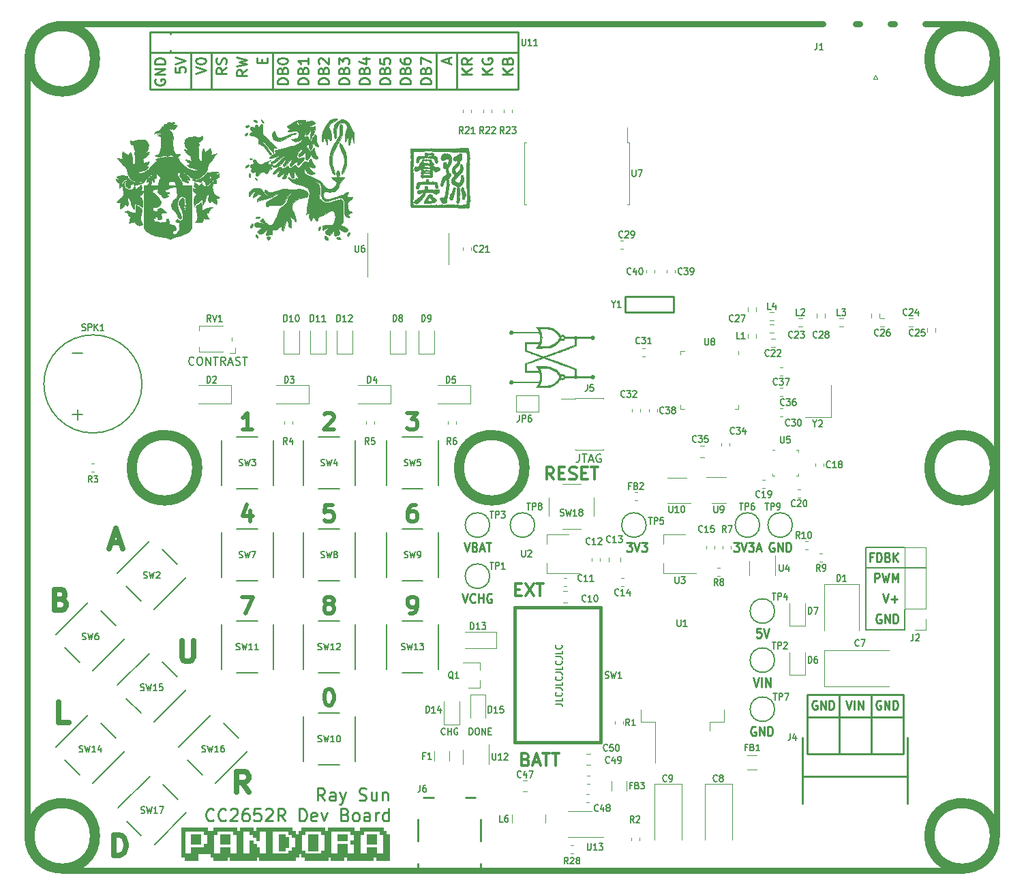
<source format=gto>
G04 #@! TF.GenerationSoftware,KiCad,Pcbnew,(5.1.5)-2*
G04 #@! TF.CreationDate,2020-03-09T01:17:24-07:00*
G04 #@! TF.ProjectId,pandora,70616e64-6f72-4612-9e6b-696361645f70,A*
G04 #@! TF.SameCoordinates,PX508ae58PY8db4db0*
G04 #@! TF.FileFunction,Legend,Top*
G04 #@! TF.FilePolarity,Positive*
%FSLAX46Y46*%
G04 Gerber Fmt 4.6, Leading zero omitted, Abs format (unit mm)*
G04 Created by KiCad (PCBNEW (5.1.5)-2) date 2020-03-09 01:17:24*
%MOMM*%
%LPD*%
G04 APERTURE LIST*
%ADD10C,1.270000*%
%ADD11C,0.203200*%
%ADD12C,0.762000*%
%ADD13C,0.254000*%
%ADD14C,0.127000*%
%ADD15C,0.304800*%
%ADD16C,0.152400*%
%ADD17C,0.635000*%
%ADD18C,0.508000*%
%ADD19C,0.120000*%
%ADD20C,0.381000*%
%ADD21C,0.010000*%
G04 APERTURE END LIST*
D10*
X120904000Y50800000D02*
G75*
G03X120904000Y50800000I-4064000J0D01*
G01*
D11*
X69299666Y52499381D02*
X69299666Y51773667D01*
X69251285Y51628524D01*
X69154523Y51531762D01*
X69009380Y51483381D01*
X68912619Y51483381D01*
X69638333Y52499381D02*
X70218904Y52499381D01*
X69928619Y51483381D02*
X69928619Y52499381D01*
X70509190Y51773667D02*
X70993000Y51773667D01*
X70412428Y51483381D02*
X70751095Y52499381D01*
X71089761Y51483381D01*
X71960619Y52451000D02*
X71863857Y52499381D01*
X71718714Y52499381D01*
X71573571Y52451000D01*
X71476809Y52354239D01*
X71428428Y52257477D01*
X71380047Y52063953D01*
X71380047Y51918810D01*
X71428428Y51725286D01*
X71476809Y51628524D01*
X71573571Y51531762D01*
X71718714Y51483381D01*
X71815476Y51483381D01*
X71960619Y51531762D01*
X72009000Y51580143D01*
X72009000Y51918810D01*
X71815476Y51918810D01*
D10*
X62484000Y50800000D02*
G75*
G03X62484000Y50800000I-4064000J0D01*
G01*
X21844000Y50800000D02*
G75*
G03X21844000Y50800000I-4064000J0D01*
G01*
D12*
X121158000Y101600000D02*
X121158000Y5080000D01*
X762000Y101600000D02*
X762000Y5080000D01*
X107950000Y105918000D02*
X108458000Y105918000D01*
X103632000Y105918000D02*
X104140000Y105918000D01*
X112268000Y105918000D02*
X117094000Y105918000D01*
X5080000Y105918000D02*
X99568000Y105918000D01*
D10*
X120904000Y101600000D02*
G75*
G03X120904000Y101600000I-4064000J0D01*
G01*
X9144000Y101600000D02*
G75*
G03X9144000Y101600000I-4064000J0D01*
G01*
X120904000Y5080000D02*
G75*
G03X120904000Y5080000I-4064000J0D01*
G01*
D12*
X5080000Y762000D02*
X117094000Y762000D01*
D10*
X9144000Y5080000D02*
G75*
G03X9144000Y5080000I-4064000J0D01*
G01*
D13*
X37664571Y9470572D02*
X37156571Y10196286D01*
X36793714Y9470572D02*
X36793714Y10994572D01*
X37374285Y10994572D01*
X37519428Y10922000D01*
X37592000Y10849429D01*
X37664571Y10704286D01*
X37664571Y10486572D01*
X37592000Y10341429D01*
X37519428Y10268858D01*
X37374285Y10196286D01*
X36793714Y10196286D01*
X38970857Y9470572D02*
X38970857Y10268858D01*
X38898285Y10414000D01*
X38753142Y10486572D01*
X38462857Y10486572D01*
X38317714Y10414000D01*
X38970857Y9543143D02*
X38825714Y9470572D01*
X38462857Y9470572D01*
X38317714Y9543143D01*
X38245142Y9688286D01*
X38245142Y9833429D01*
X38317714Y9978572D01*
X38462857Y10051143D01*
X38825714Y10051143D01*
X38970857Y10123715D01*
X39551428Y10486572D02*
X39914285Y9470572D01*
X40277142Y10486572D02*
X39914285Y9470572D01*
X39769142Y9107715D01*
X39696571Y9035143D01*
X39551428Y8962572D01*
X41946285Y9543143D02*
X42164000Y9470572D01*
X42526857Y9470572D01*
X42672000Y9543143D01*
X42744571Y9615715D01*
X42817142Y9760858D01*
X42817142Y9906000D01*
X42744571Y10051143D01*
X42672000Y10123715D01*
X42526857Y10196286D01*
X42236571Y10268858D01*
X42091428Y10341429D01*
X42018857Y10414000D01*
X41946285Y10559143D01*
X41946285Y10704286D01*
X42018857Y10849429D01*
X42091428Y10922000D01*
X42236571Y10994572D01*
X42599428Y10994572D01*
X42817142Y10922000D01*
X44123428Y10486572D02*
X44123428Y9470572D01*
X43470285Y10486572D02*
X43470285Y9688286D01*
X43542857Y9543143D01*
X43688000Y9470572D01*
X43905714Y9470572D01*
X44050857Y9543143D01*
X44123428Y9615715D01*
X44849142Y10486572D02*
X44849142Y9470572D01*
X44849142Y10341429D02*
X44921714Y10414000D01*
X45066857Y10486572D01*
X45284571Y10486572D01*
X45429714Y10414000D01*
X45502285Y10268858D01*
X45502285Y9470572D01*
X23876000Y7075715D02*
X23803428Y7003143D01*
X23585714Y6930572D01*
X23440571Y6930572D01*
X23222857Y7003143D01*
X23077714Y7148286D01*
X23005142Y7293429D01*
X22932571Y7583715D01*
X22932571Y7801429D01*
X23005142Y8091715D01*
X23077714Y8236858D01*
X23222857Y8382000D01*
X23440571Y8454572D01*
X23585714Y8454572D01*
X23803428Y8382000D01*
X23876000Y8309429D01*
X25400000Y7075715D02*
X25327428Y7003143D01*
X25109714Y6930572D01*
X24964571Y6930572D01*
X24746857Y7003143D01*
X24601714Y7148286D01*
X24529142Y7293429D01*
X24456571Y7583715D01*
X24456571Y7801429D01*
X24529142Y8091715D01*
X24601714Y8236858D01*
X24746857Y8382000D01*
X24964571Y8454572D01*
X25109714Y8454572D01*
X25327428Y8382000D01*
X25400000Y8309429D01*
X25980571Y8309429D02*
X26053142Y8382000D01*
X26198285Y8454572D01*
X26561142Y8454572D01*
X26706285Y8382000D01*
X26778857Y8309429D01*
X26851428Y8164286D01*
X26851428Y8019143D01*
X26778857Y7801429D01*
X25908000Y6930572D01*
X26851428Y6930572D01*
X28157714Y8454572D02*
X27867428Y8454572D01*
X27722285Y8382000D01*
X27649714Y8309429D01*
X27504571Y8091715D01*
X27432000Y7801429D01*
X27432000Y7220858D01*
X27504571Y7075715D01*
X27577142Y7003143D01*
X27722285Y6930572D01*
X28012571Y6930572D01*
X28157714Y7003143D01*
X28230285Y7075715D01*
X28302857Y7220858D01*
X28302857Y7583715D01*
X28230285Y7728858D01*
X28157714Y7801429D01*
X28012571Y7874000D01*
X27722285Y7874000D01*
X27577142Y7801429D01*
X27504571Y7728858D01*
X27432000Y7583715D01*
X29681714Y8454572D02*
X28956000Y8454572D01*
X28883428Y7728858D01*
X28956000Y7801429D01*
X29101142Y7874000D01*
X29464000Y7874000D01*
X29609142Y7801429D01*
X29681714Y7728858D01*
X29754285Y7583715D01*
X29754285Y7220858D01*
X29681714Y7075715D01*
X29609142Y7003143D01*
X29464000Y6930572D01*
X29101142Y6930572D01*
X28956000Y7003143D01*
X28883428Y7075715D01*
X30334857Y8309429D02*
X30407428Y8382000D01*
X30552571Y8454572D01*
X30915428Y8454572D01*
X31060571Y8382000D01*
X31133142Y8309429D01*
X31205714Y8164286D01*
X31205714Y8019143D01*
X31133142Y7801429D01*
X30262285Y6930572D01*
X31205714Y6930572D01*
X32729714Y6930572D02*
X32221714Y7656286D01*
X31858857Y6930572D02*
X31858857Y8454572D01*
X32439428Y8454572D01*
X32584571Y8382000D01*
X32657142Y8309429D01*
X32729714Y8164286D01*
X32729714Y7946572D01*
X32657142Y7801429D01*
X32584571Y7728858D01*
X32439428Y7656286D01*
X31858857Y7656286D01*
X34544000Y6930572D02*
X34544000Y8454572D01*
X34906857Y8454572D01*
X35124571Y8382000D01*
X35269714Y8236858D01*
X35342285Y8091715D01*
X35414857Y7801429D01*
X35414857Y7583715D01*
X35342285Y7293429D01*
X35269714Y7148286D01*
X35124571Y7003143D01*
X34906857Y6930572D01*
X34544000Y6930572D01*
X36648571Y7003143D02*
X36503428Y6930572D01*
X36213142Y6930572D01*
X36068000Y7003143D01*
X35995428Y7148286D01*
X35995428Y7728858D01*
X36068000Y7874000D01*
X36213142Y7946572D01*
X36503428Y7946572D01*
X36648571Y7874000D01*
X36721142Y7728858D01*
X36721142Y7583715D01*
X35995428Y7438572D01*
X37229142Y7946572D02*
X37592000Y6930572D01*
X37954857Y7946572D01*
X40204571Y7728858D02*
X40422285Y7656286D01*
X40494857Y7583715D01*
X40567428Y7438572D01*
X40567428Y7220858D01*
X40494857Y7075715D01*
X40422285Y7003143D01*
X40277142Y6930572D01*
X39696571Y6930572D01*
X39696571Y8454572D01*
X40204571Y8454572D01*
X40349714Y8382000D01*
X40422285Y8309429D01*
X40494857Y8164286D01*
X40494857Y8019143D01*
X40422285Y7874000D01*
X40349714Y7801429D01*
X40204571Y7728858D01*
X39696571Y7728858D01*
X41438285Y6930572D02*
X41293142Y7003143D01*
X41220571Y7075715D01*
X41148000Y7220858D01*
X41148000Y7656286D01*
X41220571Y7801429D01*
X41293142Y7874000D01*
X41438285Y7946572D01*
X41656000Y7946572D01*
X41801142Y7874000D01*
X41873714Y7801429D01*
X41946285Y7656286D01*
X41946285Y7220858D01*
X41873714Y7075715D01*
X41801142Y7003143D01*
X41656000Y6930572D01*
X41438285Y6930572D01*
X43252571Y6930572D02*
X43252571Y7728858D01*
X43180000Y7874000D01*
X43034857Y7946572D01*
X42744571Y7946572D01*
X42599428Y7874000D01*
X43252571Y7003143D02*
X43107428Y6930572D01*
X42744571Y6930572D01*
X42599428Y7003143D01*
X42526857Y7148286D01*
X42526857Y7293429D01*
X42599428Y7438572D01*
X42744571Y7511143D01*
X43107428Y7511143D01*
X43252571Y7583715D01*
X43978285Y6930572D02*
X43978285Y7946572D01*
X43978285Y7656286D02*
X44050857Y7801429D01*
X44123428Y7874000D01*
X44268571Y7946572D01*
X44413714Y7946572D01*
X45574857Y6930572D02*
X45574857Y8454572D01*
X45574857Y7003143D02*
X45429714Y6930572D01*
X45139428Y6930572D01*
X44994285Y7003143D01*
X44921714Y7075715D01*
X44849142Y7220858D01*
X44849142Y7656286D01*
X44921714Y7801429D01*
X44994285Y7874000D01*
X45139428Y7946572D01*
X45429714Y7946572D01*
X45574857Y7874000D01*
D11*
X21432761Y63645143D02*
X21384380Y63596762D01*
X21239238Y63548381D01*
X21142476Y63548381D01*
X20997333Y63596762D01*
X20900571Y63693524D01*
X20852190Y63790286D01*
X20803809Y63983810D01*
X20803809Y64128953D01*
X20852190Y64322477D01*
X20900571Y64419239D01*
X20997333Y64516000D01*
X21142476Y64564381D01*
X21239238Y64564381D01*
X21384380Y64516000D01*
X21432761Y64467620D01*
X22061714Y64564381D02*
X22255238Y64564381D01*
X22352000Y64516000D01*
X22448761Y64419239D01*
X22497142Y64225715D01*
X22497142Y63887048D01*
X22448761Y63693524D01*
X22352000Y63596762D01*
X22255238Y63548381D01*
X22061714Y63548381D01*
X21964952Y63596762D01*
X21868190Y63693524D01*
X21819809Y63887048D01*
X21819809Y64225715D01*
X21868190Y64419239D01*
X21964952Y64516000D01*
X22061714Y64564381D01*
X22932571Y63548381D02*
X22932571Y64564381D01*
X23513142Y63548381D01*
X23513142Y64564381D01*
X23851809Y64564381D02*
X24432380Y64564381D01*
X24142095Y63548381D02*
X24142095Y64564381D01*
X25351619Y63548381D02*
X25012952Y64032191D01*
X24771047Y63548381D02*
X24771047Y64564381D01*
X25158095Y64564381D01*
X25254857Y64516000D01*
X25303238Y64467620D01*
X25351619Y64370858D01*
X25351619Y64225715D01*
X25303238Y64128953D01*
X25254857Y64080572D01*
X25158095Y64032191D01*
X24771047Y64032191D01*
X25738666Y63838667D02*
X26222476Y63838667D01*
X25641904Y63548381D02*
X25980571Y64564381D01*
X26319238Y63548381D01*
X26609523Y63596762D02*
X26754666Y63548381D01*
X26996571Y63548381D01*
X27093333Y63596762D01*
X27141714Y63645143D01*
X27190095Y63741905D01*
X27190095Y63838667D01*
X27141714Y63935429D01*
X27093333Y63983810D01*
X26996571Y64032191D01*
X26803047Y64080572D01*
X26706285Y64128953D01*
X26657904Y64177334D01*
X26609523Y64274096D01*
X26609523Y64370858D01*
X26657904Y64467620D01*
X26706285Y64516000D01*
X26803047Y64564381D01*
X27044952Y64564381D01*
X27190095Y64516000D01*
X27480380Y64564381D02*
X28060952Y64564381D01*
X27770666Y63548381D02*
X27770666Y64564381D01*
D13*
X54102000Y102362000D02*
X54102000Y97790000D01*
X51562000Y102362000D02*
X51562000Y97790000D01*
X31242000Y102362000D02*
X31242000Y97790000D01*
X23622000Y102362000D02*
X23622000Y97790000D01*
X21082000Y102362000D02*
X21082000Y97790000D01*
X61722000Y102362000D02*
X61722000Y97790000D01*
X16002000Y102362000D02*
X16002000Y97790000D01*
X61722000Y97790000D02*
X16002000Y97790000D01*
D14*
X104838500Y38354000D02*
X112331500Y38354000D01*
D13*
X61026523Y99705281D02*
X59756523Y99705281D01*
X61026523Y100430996D02*
X60300809Y99886710D01*
X59756523Y100430996D02*
X60482238Y99705281D01*
X60361285Y101398615D02*
X60421761Y101580043D01*
X60482238Y101640520D01*
X60603190Y101700996D01*
X60784619Y101700996D01*
X60905571Y101640520D01*
X60966047Y101580043D01*
X61026523Y101459091D01*
X61026523Y100975281D01*
X59756523Y100975281D01*
X59756523Y101398615D01*
X59817000Y101519567D01*
X59877476Y101580043D01*
X59998428Y101640520D01*
X60119380Y101640520D01*
X60240333Y101580043D01*
X60300809Y101519567D01*
X60361285Y101398615D01*
X60361285Y100975281D01*
X58486523Y99705281D02*
X57216523Y99705281D01*
X58486523Y100430996D02*
X57760809Y99886710D01*
X57216523Y100430996D02*
X57942238Y99705281D01*
X57277000Y101640520D02*
X57216523Y101519567D01*
X57216523Y101338139D01*
X57277000Y101156710D01*
X57397952Y101035758D01*
X57518904Y100975281D01*
X57760809Y100914805D01*
X57942238Y100914805D01*
X58184142Y100975281D01*
X58305095Y101035758D01*
X58426047Y101156710D01*
X58486523Y101338139D01*
X58486523Y101459091D01*
X58426047Y101640520D01*
X58365571Y101700996D01*
X57942238Y101700996D01*
X57942238Y101459091D01*
X55946523Y99705281D02*
X54676523Y99705281D01*
X55946523Y100430996D02*
X55220809Y99886710D01*
X54676523Y100430996D02*
X55402238Y99705281D01*
X55946523Y101700996D02*
X55341761Y101277662D01*
X55946523Y100975281D02*
X54676523Y100975281D01*
X54676523Y101459091D01*
X54737000Y101580043D01*
X54797476Y101640520D01*
X54918428Y101700996D01*
X55099857Y101700996D01*
X55220809Y101640520D01*
X55281285Y101580043D01*
X55341761Y101459091D01*
X55341761Y100975281D01*
X53043666Y101096234D02*
X53043666Y101700996D01*
X53406523Y100975281D02*
X52136523Y101398615D01*
X53406523Y101821948D01*
X50866523Y98495758D02*
X49596523Y98495758D01*
X49596523Y98798139D01*
X49657000Y98979567D01*
X49777952Y99100520D01*
X49898904Y99160996D01*
X50140809Y99221472D01*
X50322238Y99221472D01*
X50564142Y99160996D01*
X50685095Y99100520D01*
X50806047Y98979567D01*
X50866523Y98798139D01*
X50866523Y98495758D01*
X50201285Y100189091D02*
X50261761Y100370520D01*
X50322238Y100430996D01*
X50443190Y100491472D01*
X50624619Y100491472D01*
X50745571Y100430996D01*
X50806047Y100370520D01*
X50866523Y100249567D01*
X50866523Y99765758D01*
X49596523Y99765758D01*
X49596523Y100189091D01*
X49657000Y100310043D01*
X49717476Y100370520D01*
X49838428Y100430996D01*
X49959380Y100430996D01*
X50080333Y100370520D01*
X50140809Y100310043D01*
X50201285Y100189091D01*
X50201285Y99765758D01*
X49596523Y100914805D02*
X49596523Y101761472D01*
X50866523Y101217186D01*
X48326523Y98495758D02*
X47056523Y98495758D01*
X47056523Y98798139D01*
X47117000Y98979567D01*
X47237952Y99100520D01*
X47358904Y99160996D01*
X47600809Y99221472D01*
X47782238Y99221472D01*
X48024142Y99160996D01*
X48145095Y99100520D01*
X48266047Y98979567D01*
X48326523Y98798139D01*
X48326523Y98495758D01*
X47661285Y100189091D02*
X47721761Y100370520D01*
X47782238Y100430996D01*
X47903190Y100491472D01*
X48084619Y100491472D01*
X48205571Y100430996D01*
X48266047Y100370520D01*
X48326523Y100249567D01*
X48326523Y99765758D01*
X47056523Y99765758D01*
X47056523Y100189091D01*
X47117000Y100310043D01*
X47177476Y100370520D01*
X47298428Y100430996D01*
X47419380Y100430996D01*
X47540333Y100370520D01*
X47600809Y100310043D01*
X47661285Y100189091D01*
X47661285Y99765758D01*
X47056523Y101580043D02*
X47056523Y101338139D01*
X47117000Y101217186D01*
X47177476Y101156710D01*
X47358904Y101035758D01*
X47600809Y100975281D01*
X48084619Y100975281D01*
X48205571Y101035758D01*
X48266047Y101096234D01*
X48326523Y101217186D01*
X48326523Y101459091D01*
X48266047Y101580043D01*
X48205571Y101640520D01*
X48084619Y101700996D01*
X47782238Y101700996D01*
X47661285Y101640520D01*
X47600809Y101580043D01*
X47540333Y101459091D01*
X47540333Y101217186D01*
X47600809Y101096234D01*
X47661285Y101035758D01*
X47782238Y100975281D01*
X45786523Y98495758D02*
X44516523Y98495758D01*
X44516523Y98798139D01*
X44577000Y98979567D01*
X44697952Y99100520D01*
X44818904Y99160996D01*
X45060809Y99221472D01*
X45242238Y99221472D01*
X45484142Y99160996D01*
X45605095Y99100520D01*
X45726047Y98979567D01*
X45786523Y98798139D01*
X45786523Y98495758D01*
X45121285Y100189091D02*
X45181761Y100370520D01*
X45242238Y100430996D01*
X45363190Y100491472D01*
X45544619Y100491472D01*
X45665571Y100430996D01*
X45726047Y100370520D01*
X45786523Y100249567D01*
X45786523Y99765758D01*
X44516523Y99765758D01*
X44516523Y100189091D01*
X44577000Y100310043D01*
X44637476Y100370520D01*
X44758428Y100430996D01*
X44879380Y100430996D01*
X45000333Y100370520D01*
X45060809Y100310043D01*
X45121285Y100189091D01*
X45121285Y99765758D01*
X44516523Y101640520D02*
X44516523Y101035758D01*
X45121285Y100975281D01*
X45060809Y101035758D01*
X45000333Y101156710D01*
X45000333Y101459091D01*
X45060809Y101580043D01*
X45121285Y101640520D01*
X45242238Y101700996D01*
X45544619Y101700996D01*
X45665571Y101640520D01*
X45726047Y101580043D01*
X45786523Y101459091D01*
X45786523Y101156710D01*
X45726047Y101035758D01*
X45665571Y100975281D01*
X43246523Y98495758D02*
X41976523Y98495758D01*
X41976523Y98798139D01*
X42037000Y98979567D01*
X42157952Y99100520D01*
X42278904Y99160996D01*
X42520809Y99221472D01*
X42702238Y99221472D01*
X42944142Y99160996D01*
X43065095Y99100520D01*
X43186047Y98979567D01*
X43246523Y98798139D01*
X43246523Y98495758D01*
X42581285Y100189091D02*
X42641761Y100370520D01*
X42702238Y100430996D01*
X42823190Y100491472D01*
X43004619Y100491472D01*
X43125571Y100430996D01*
X43186047Y100370520D01*
X43246523Y100249567D01*
X43246523Y99765758D01*
X41976523Y99765758D01*
X41976523Y100189091D01*
X42037000Y100310043D01*
X42097476Y100370520D01*
X42218428Y100430996D01*
X42339380Y100430996D01*
X42460333Y100370520D01*
X42520809Y100310043D01*
X42581285Y100189091D01*
X42581285Y99765758D01*
X42399857Y101580043D02*
X43246523Y101580043D01*
X41916047Y101277662D02*
X42823190Y100975281D01*
X42823190Y101761472D01*
X40706523Y98495758D02*
X39436523Y98495758D01*
X39436523Y98798139D01*
X39497000Y98979567D01*
X39617952Y99100520D01*
X39738904Y99160996D01*
X39980809Y99221472D01*
X40162238Y99221472D01*
X40404142Y99160996D01*
X40525095Y99100520D01*
X40646047Y98979567D01*
X40706523Y98798139D01*
X40706523Y98495758D01*
X40041285Y100189091D02*
X40101761Y100370520D01*
X40162238Y100430996D01*
X40283190Y100491472D01*
X40464619Y100491472D01*
X40585571Y100430996D01*
X40646047Y100370520D01*
X40706523Y100249567D01*
X40706523Y99765758D01*
X39436523Y99765758D01*
X39436523Y100189091D01*
X39497000Y100310043D01*
X39557476Y100370520D01*
X39678428Y100430996D01*
X39799380Y100430996D01*
X39920333Y100370520D01*
X39980809Y100310043D01*
X40041285Y100189091D01*
X40041285Y99765758D01*
X39436523Y100914805D02*
X39436523Y101700996D01*
X39920333Y101277662D01*
X39920333Y101459091D01*
X39980809Y101580043D01*
X40041285Y101640520D01*
X40162238Y101700996D01*
X40464619Y101700996D01*
X40585571Y101640520D01*
X40646047Y101580043D01*
X40706523Y101459091D01*
X40706523Y101096234D01*
X40646047Y100975281D01*
X40585571Y100914805D01*
X38166523Y98495758D02*
X36896523Y98495758D01*
X36896523Y98798139D01*
X36957000Y98979567D01*
X37077952Y99100520D01*
X37198904Y99160996D01*
X37440809Y99221472D01*
X37622238Y99221472D01*
X37864142Y99160996D01*
X37985095Y99100520D01*
X38106047Y98979567D01*
X38166523Y98798139D01*
X38166523Y98495758D01*
X37501285Y100189091D02*
X37561761Y100370520D01*
X37622238Y100430996D01*
X37743190Y100491472D01*
X37924619Y100491472D01*
X38045571Y100430996D01*
X38106047Y100370520D01*
X38166523Y100249567D01*
X38166523Y99765758D01*
X36896523Y99765758D01*
X36896523Y100189091D01*
X36957000Y100310043D01*
X37017476Y100370520D01*
X37138428Y100430996D01*
X37259380Y100430996D01*
X37380333Y100370520D01*
X37440809Y100310043D01*
X37501285Y100189091D01*
X37501285Y99765758D01*
X37017476Y100975281D02*
X36957000Y101035758D01*
X36896523Y101156710D01*
X36896523Y101459091D01*
X36957000Y101580043D01*
X37017476Y101640520D01*
X37138428Y101700996D01*
X37259380Y101700996D01*
X37440809Y101640520D01*
X38166523Y100914805D01*
X38166523Y101700996D01*
X35626523Y98495758D02*
X34356523Y98495758D01*
X34356523Y98798139D01*
X34417000Y98979567D01*
X34537952Y99100520D01*
X34658904Y99160996D01*
X34900809Y99221472D01*
X35082238Y99221472D01*
X35324142Y99160996D01*
X35445095Y99100520D01*
X35566047Y98979567D01*
X35626523Y98798139D01*
X35626523Y98495758D01*
X34961285Y100189091D02*
X35021761Y100370520D01*
X35082238Y100430996D01*
X35203190Y100491472D01*
X35384619Y100491472D01*
X35505571Y100430996D01*
X35566047Y100370520D01*
X35626523Y100249567D01*
X35626523Y99765758D01*
X34356523Y99765758D01*
X34356523Y100189091D01*
X34417000Y100310043D01*
X34477476Y100370520D01*
X34598428Y100430996D01*
X34719380Y100430996D01*
X34840333Y100370520D01*
X34900809Y100310043D01*
X34961285Y100189091D01*
X34961285Y99765758D01*
X35626523Y101700996D02*
X35626523Y100975281D01*
X35626523Y101338139D02*
X34356523Y101338139D01*
X34537952Y101217186D01*
X34658904Y101096234D01*
X34719380Y100975281D01*
X33086523Y98495758D02*
X31816523Y98495758D01*
X31816523Y98798139D01*
X31877000Y98979567D01*
X31997952Y99100520D01*
X32118904Y99160996D01*
X32360809Y99221472D01*
X32542238Y99221472D01*
X32784142Y99160996D01*
X32905095Y99100520D01*
X33026047Y98979567D01*
X33086523Y98798139D01*
X33086523Y98495758D01*
X32421285Y100189091D02*
X32481761Y100370520D01*
X32542238Y100430996D01*
X32663190Y100491472D01*
X32844619Y100491472D01*
X32965571Y100430996D01*
X33026047Y100370520D01*
X33086523Y100249567D01*
X33086523Y99765758D01*
X31816523Y99765758D01*
X31816523Y100189091D01*
X31877000Y100310043D01*
X31937476Y100370520D01*
X32058428Y100430996D01*
X32179380Y100430996D01*
X32300333Y100370520D01*
X32360809Y100310043D01*
X32421285Y100189091D01*
X32421285Y99765758D01*
X31816523Y101277662D02*
X31816523Y101398615D01*
X31877000Y101519567D01*
X31937476Y101580043D01*
X32058428Y101640520D01*
X32300333Y101700996D01*
X32602714Y101700996D01*
X32844619Y101640520D01*
X32965571Y101580043D01*
X33026047Y101519567D01*
X33086523Y101398615D01*
X33086523Y101277662D01*
X33026047Y101156710D01*
X32965571Y101096234D01*
X32844619Y101035758D01*
X32602714Y100975281D01*
X32300333Y100975281D01*
X32058428Y101035758D01*
X31937476Y101096234D01*
X31877000Y101156710D01*
X31816523Y101277662D01*
X29881285Y101096234D02*
X29881285Y101519567D01*
X30546523Y101700996D02*
X30546523Y101096234D01*
X29276523Y101096234D01*
X29276523Y101700996D01*
X28006523Y100249567D02*
X27401761Y99826234D01*
X28006523Y99523853D02*
X26736523Y99523853D01*
X26736523Y100007662D01*
X26797000Y100128615D01*
X26857476Y100189091D01*
X26978428Y100249567D01*
X27159857Y100249567D01*
X27280809Y100189091D01*
X27341285Y100128615D01*
X27401761Y100007662D01*
X27401761Y99523853D01*
X26736523Y100672900D02*
X28006523Y100975281D01*
X27099380Y101217186D01*
X28006523Y101459091D01*
X26736523Y101761472D01*
X25466523Y100491472D02*
X24861761Y100068139D01*
X25466523Y99765758D02*
X24196523Y99765758D01*
X24196523Y100249567D01*
X24257000Y100370520D01*
X24317476Y100430996D01*
X24438428Y100491472D01*
X24619857Y100491472D01*
X24740809Y100430996D01*
X24801285Y100370520D01*
X24861761Y100249567D01*
X24861761Y99765758D01*
X25406047Y100975281D02*
X25466523Y101156710D01*
X25466523Y101459091D01*
X25406047Y101580043D01*
X25345571Y101640520D01*
X25224619Y101700996D01*
X25103666Y101700996D01*
X24982714Y101640520D01*
X24922238Y101580043D01*
X24861761Y101459091D01*
X24801285Y101217186D01*
X24740809Y101096234D01*
X24680333Y101035758D01*
X24559380Y100975281D01*
X24438428Y100975281D01*
X24317476Y101035758D01*
X24257000Y101096234D01*
X24196523Y101217186D01*
X24196523Y101519567D01*
X24257000Y101700996D01*
X21656523Y99765758D02*
X22926523Y100189091D01*
X21656523Y100612424D01*
X21656523Y101277662D02*
X21656523Y101398615D01*
X21717000Y101519567D01*
X21777476Y101580043D01*
X21898428Y101640520D01*
X22140333Y101700996D01*
X22442714Y101700996D01*
X22684619Y101640520D01*
X22805571Y101580043D01*
X22866047Y101519567D01*
X22926523Y101398615D01*
X22926523Y101277662D01*
X22866047Y101156710D01*
X22805571Y101096234D01*
X22684619Y101035758D01*
X22442714Y100975281D01*
X22140333Y100975281D01*
X21898428Y101035758D01*
X21777476Y101096234D01*
X21717000Y101156710D01*
X21656523Y101277662D01*
X19116523Y100551948D02*
X19116523Y99947186D01*
X19721285Y99886710D01*
X19660809Y99947186D01*
X19600333Y100068139D01*
X19600333Y100370520D01*
X19660809Y100491472D01*
X19721285Y100551948D01*
X19842238Y100612424D01*
X20144619Y100612424D01*
X20265571Y100551948D01*
X20326047Y100491472D01*
X20386523Y100370520D01*
X20386523Y100068139D01*
X20326047Y99947186D01*
X20265571Y99886710D01*
X19116523Y100975281D02*
X20386523Y101398615D01*
X19116523Y101821948D01*
X18542000Y102616000D02*
X18542000Y102362000D01*
X18542000Y104902000D02*
X18542000Y104648000D01*
X61722000Y102362000D02*
X16002000Y102362000D01*
X16002000Y104902000D02*
X61722000Y104902000D01*
X61722000Y104902000D02*
X61722000Y102362000D01*
X16002000Y104902000D02*
X16002000Y102362000D01*
X16637000Y99040043D02*
X16576523Y98919091D01*
X16576523Y98737662D01*
X16637000Y98556234D01*
X16757952Y98435281D01*
X16878904Y98374805D01*
X17120809Y98314329D01*
X17302238Y98314329D01*
X17544142Y98374805D01*
X17665095Y98435281D01*
X17786047Y98556234D01*
X17846523Y98737662D01*
X17846523Y98858615D01*
X17786047Y99040043D01*
X17725571Y99100520D01*
X17302238Y99100520D01*
X17302238Y98858615D01*
X17846523Y99644805D02*
X16576523Y99644805D01*
X17846523Y100370520D01*
X16576523Y100370520D01*
X17846523Y100975281D02*
X16576523Y100975281D01*
X16576523Y101277662D01*
X16637000Y101459091D01*
X16757952Y101580043D01*
X16878904Y101640520D01*
X17120809Y101700996D01*
X17302238Y101700996D01*
X17544142Y101640520D01*
X17665095Y101580043D01*
X17786047Y101459091D01*
X17846523Y101277662D01*
X17846523Y100975281D01*
X75196095Y41519929D02*
X75825047Y41519929D01*
X75486380Y41084500D01*
X75631523Y41084500D01*
X75728285Y41030072D01*
X75776666Y40975643D01*
X75825047Y40866786D01*
X75825047Y40594643D01*
X75776666Y40485786D01*
X75728285Y40431358D01*
X75631523Y40376929D01*
X75341238Y40376929D01*
X75244476Y40431358D01*
X75196095Y40485786D01*
X76115333Y41519929D02*
X76454000Y40376929D01*
X76792666Y41519929D01*
X77034571Y41519929D02*
X77663523Y41519929D01*
X77324857Y41084500D01*
X77470000Y41084500D01*
X77566761Y41030072D01*
X77615142Y40975643D01*
X77663523Y40866786D01*
X77663523Y40594643D01*
X77615142Y40485786D01*
X77566761Y40431358D01*
X77470000Y40376929D01*
X77179714Y40376929D01*
X77082952Y40431358D01*
X77034571Y40485786D01*
X93459904Y41465500D02*
X93363142Y41519929D01*
X93218000Y41519929D01*
X93072857Y41465500D01*
X92976095Y41356643D01*
X92927714Y41247786D01*
X92879333Y41030072D01*
X92879333Y40866786D01*
X92927714Y40649072D01*
X92976095Y40540215D01*
X93072857Y40431358D01*
X93218000Y40376929D01*
X93314761Y40376929D01*
X93459904Y40431358D01*
X93508285Y40485786D01*
X93508285Y40866786D01*
X93314761Y40866786D01*
X93943714Y40376929D02*
X93943714Y41519929D01*
X94524285Y40376929D01*
X94524285Y41519929D01*
X95008095Y40376929D02*
X95008095Y41519929D01*
X95250000Y41519929D01*
X95395142Y41465500D01*
X95491904Y41356643D01*
X95540285Y41247786D01*
X95588666Y41030072D01*
X95588666Y40866786D01*
X95540285Y40649072D01*
X95491904Y40540215D01*
X95395142Y40431358D01*
X95250000Y40376929D01*
X95008095Y40376929D01*
X88476666Y41519929D02*
X89105619Y41519929D01*
X88766952Y41084500D01*
X88912095Y41084500D01*
X89008857Y41030072D01*
X89057238Y40975643D01*
X89105619Y40866786D01*
X89105619Y40594643D01*
X89057238Y40485786D01*
X89008857Y40431358D01*
X88912095Y40376929D01*
X88621809Y40376929D01*
X88525047Y40431358D01*
X88476666Y40485786D01*
X89395904Y41519929D02*
X89734571Y40376929D01*
X90073238Y41519929D01*
X90315142Y41519929D02*
X90944095Y41519929D01*
X90605428Y41084500D01*
X90750571Y41084500D01*
X90847333Y41030072D01*
X90895714Y40975643D01*
X90944095Y40866786D01*
X90944095Y40594643D01*
X90895714Y40485786D01*
X90847333Y40431358D01*
X90750571Y40376929D01*
X90460285Y40376929D01*
X90363523Y40431358D01*
X90315142Y40485786D01*
X91331142Y40703500D02*
X91814952Y40703500D01*
X91234380Y40376929D02*
X91573047Y41519929D01*
X91911714Y40376929D01*
X54755142Y35169929D02*
X55093809Y34026929D01*
X55432476Y35169929D01*
X56351714Y34135786D02*
X56303333Y34081358D01*
X56158190Y34026929D01*
X56061428Y34026929D01*
X55916285Y34081358D01*
X55819523Y34190215D01*
X55771142Y34299072D01*
X55722761Y34516786D01*
X55722761Y34680072D01*
X55771142Y34897786D01*
X55819523Y35006643D01*
X55916285Y35115500D01*
X56061428Y35169929D01*
X56158190Y35169929D01*
X56303333Y35115500D01*
X56351714Y35061072D01*
X56787142Y34026929D02*
X56787142Y35169929D01*
X56787142Y34625643D02*
X57367714Y34625643D01*
X57367714Y34026929D02*
X57367714Y35169929D01*
X58383714Y35115500D02*
X58286952Y35169929D01*
X58141809Y35169929D01*
X57996666Y35115500D01*
X57899904Y35006643D01*
X57851523Y34897786D01*
X57803142Y34680072D01*
X57803142Y34516786D01*
X57851523Y34299072D01*
X57899904Y34190215D01*
X57996666Y34081358D01*
X58141809Y34026929D01*
X58238571Y34026929D01*
X58383714Y34081358D01*
X58432095Y34135786D01*
X58432095Y34516786D01*
X58238571Y34516786D01*
X54972857Y41519929D02*
X55311523Y40376929D01*
X55650190Y41519929D01*
X56327523Y40975643D02*
X56472666Y40921215D01*
X56521047Y40866786D01*
X56569428Y40757929D01*
X56569428Y40594643D01*
X56521047Y40485786D01*
X56472666Y40431358D01*
X56375904Y40376929D01*
X55988857Y40376929D01*
X55988857Y41519929D01*
X56327523Y41519929D01*
X56424285Y41465500D01*
X56472666Y41411072D01*
X56521047Y41302215D01*
X56521047Y41193358D01*
X56472666Y41084500D01*
X56424285Y41030072D01*
X56327523Y40975643D01*
X55988857Y40975643D01*
X56956476Y40703500D02*
X57440285Y40703500D01*
X56859714Y40376929D02*
X57198380Y41519929D01*
X57537047Y40376929D01*
X57730571Y41519929D02*
X58311142Y41519929D01*
X58020857Y40376929D02*
X58020857Y41519929D01*
D15*
X66112571Y49348572D02*
X65604571Y50074286D01*
X65241714Y49348572D02*
X65241714Y50872572D01*
X65822285Y50872572D01*
X65967428Y50800000D01*
X66040000Y50727429D01*
X66112571Y50582286D01*
X66112571Y50364572D01*
X66040000Y50219429D01*
X65967428Y50146858D01*
X65822285Y50074286D01*
X65241714Y50074286D01*
X66765714Y50146858D02*
X67273714Y50146858D01*
X67491428Y49348572D02*
X66765714Y49348572D01*
X66765714Y50872572D01*
X67491428Y50872572D01*
X68072000Y49421143D02*
X68289714Y49348572D01*
X68652571Y49348572D01*
X68797714Y49421143D01*
X68870285Y49493715D01*
X68942857Y49638858D01*
X68942857Y49784000D01*
X68870285Y49929143D01*
X68797714Y50001715D01*
X68652571Y50074286D01*
X68362285Y50146858D01*
X68217142Y50219429D01*
X68144571Y50292000D01*
X68072000Y50437143D01*
X68072000Y50582286D01*
X68144571Y50727429D01*
X68217142Y50800000D01*
X68362285Y50872572D01*
X68725142Y50872572D01*
X68942857Y50800000D01*
X69596000Y50146858D02*
X70104000Y50146858D01*
X70321714Y49348572D02*
X69596000Y49348572D01*
X69596000Y50872572D01*
X70321714Y50872572D01*
X70757142Y50872572D02*
X71628000Y50872572D01*
X71192571Y49348572D02*
X71192571Y50872572D01*
D13*
X91173904Y18605500D02*
X91077142Y18659929D01*
X90932000Y18659929D01*
X90786857Y18605500D01*
X90690095Y18496643D01*
X90641714Y18387786D01*
X90593333Y18170072D01*
X90593333Y18006786D01*
X90641714Y17789072D01*
X90690095Y17680215D01*
X90786857Y17571358D01*
X90932000Y17516929D01*
X91028761Y17516929D01*
X91173904Y17571358D01*
X91222285Y17625786D01*
X91222285Y18006786D01*
X91028761Y18006786D01*
X91657714Y17516929D02*
X91657714Y18659929D01*
X92238285Y17516929D01*
X92238285Y18659929D01*
X92722095Y17516929D02*
X92722095Y18659929D01*
X92964000Y18659929D01*
X93109142Y18605500D01*
X93205904Y18496643D01*
X93254285Y18387786D01*
X93302666Y18170072D01*
X93302666Y18006786D01*
X93254285Y17789072D01*
X93205904Y17680215D01*
X93109142Y17571358D01*
X92964000Y17516929D01*
X92722095Y17516929D01*
X90918239Y24738928D02*
X91256905Y23595928D01*
X91595572Y24738928D01*
X91934239Y23595928D02*
X91934239Y24738928D01*
X92418048Y23595928D02*
X92418048Y24738928D01*
X92998620Y23595928D01*
X92998620Y24738928D01*
X91837477Y30834928D02*
X91353667Y30834928D01*
X91305286Y30290642D01*
X91353667Y30345071D01*
X91450429Y30399499D01*
X91692334Y30399499D01*
X91789096Y30345071D01*
X91837477Y30290642D01*
X91885858Y30181785D01*
X91885858Y29909642D01*
X91837477Y29800785D01*
X91789096Y29746357D01*
X91692334Y29691928D01*
X91450429Y29691928D01*
X91353667Y29746357D01*
X91305286Y29800785D01*
X92176143Y30834928D02*
X92514810Y29691928D01*
X92853477Y30834928D01*
D15*
X61359142Y35668858D02*
X61867142Y35668858D01*
X62084857Y34870572D02*
X61359142Y34870572D01*
X61359142Y36394572D01*
X62084857Y36394572D01*
X62592857Y36394572D02*
X63608857Y34870572D01*
X63608857Y36394572D02*
X62592857Y34870572D01*
X63971714Y36394572D02*
X64842571Y36394572D01*
X64407142Y34870572D02*
X64407142Y36394572D01*
X62639572Y14586858D02*
X62857286Y14514286D01*
X62929858Y14441715D01*
X63002429Y14296572D01*
X63002429Y14078858D01*
X62929858Y13933715D01*
X62857286Y13861143D01*
X62712143Y13788572D01*
X62131572Y13788572D01*
X62131572Y15312572D01*
X62639572Y15312572D01*
X62784715Y15240000D01*
X62857286Y15167429D01*
X62929858Y15022286D01*
X62929858Y14877143D01*
X62857286Y14732000D01*
X62784715Y14659429D01*
X62639572Y14586858D01*
X62131572Y14586858D01*
X63583001Y14224000D02*
X64308715Y14224000D01*
X63437858Y13788572D02*
X63945858Y15312572D01*
X64453858Y13788572D01*
X64744143Y15312572D02*
X65615001Y15312572D01*
X65179572Y13788572D02*
X65179572Y15312572D01*
X65905286Y15312572D02*
X66776143Y15312572D01*
X66340715Y13788572D02*
X66340715Y15312572D01*
D16*
X52624715Y17726714D02*
X52588429Y17688009D01*
X52479572Y17649304D01*
X52407001Y17649304D01*
X52298143Y17688009D01*
X52225572Y17765419D01*
X52189286Y17842828D01*
X52153001Y17997647D01*
X52153001Y18113761D01*
X52189286Y18268580D01*
X52225572Y18345990D01*
X52298143Y18423399D01*
X52407001Y18462104D01*
X52479572Y18462104D01*
X52588429Y18423399D01*
X52624715Y18384695D01*
X52951286Y17649304D02*
X52951286Y18462104D01*
X52951286Y18075057D02*
X53386715Y18075057D01*
X53386715Y17649304D02*
X53386715Y18462104D01*
X54148715Y18423399D02*
X54076143Y18462104D01*
X53967286Y18462104D01*
X53858429Y18423399D01*
X53785858Y18345990D01*
X53749572Y18268580D01*
X53713286Y18113761D01*
X53713286Y17997647D01*
X53749572Y17842828D01*
X53785858Y17765419D01*
X53858429Y17688009D01*
X53967286Y17649304D01*
X54039858Y17649304D01*
X54148715Y17688009D01*
X54185001Y17726714D01*
X54185001Y17997647D01*
X54039858Y17997647D01*
X55636429Y17649304D02*
X55636429Y18462104D01*
X55817858Y18462104D01*
X55926715Y18423399D01*
X55999286Y18345990D01*
X56035572Y18268580D01*
X56071858Y18113761D01*
X56071858Y17997647D01*
X56035572Y17842828D01*
X55999286Y17765419D01*
X55926715Y17688009D01*
X55817858Y17649304D01*
X55636429Y17649304D01*
X56543572Y18462104D02*
X56688715Y18462104D01*
X56761286Y18423399D01*
X56833858Y18345990D01*
X56870143Y18191171D01*
X56870143Y17920238D01*
X56833858Y17765419D01*
X56761286Y17688009D01*
X56688715Y17649304D01*
X56543572Y17649304D01*
X56471001Y17688009D01*
X56398429Y17765419D01*
X56362143Y17920238D01*
X56362143Y18191171D01*
X56398429Y18345990D01*
X56471001Y18423399D01*
X56543572Y18462104D01*
X57196715Y17649304D02*
X57196715Y18462104D01*
X57632143Y17649304D01*
X57632143Y18462104D01*
X57995001Y18075057D02*
X58249001Y18075057D01*
X58357858Y17649304D02*
X57995001Y17649304D01*
X57995001Y18462104D01*
X58357858Y18462104D01*
D13*
X109528000Y22664998D02*
X109528000Y19362998D01*
X97590000Y22664998D02*
X97590000Y19304000D01*
X101590500Y22664998D02*
X101590500Y19362998D01*
X97590000Y22664998D02*
X109528000Y22664998D01*
X105527500Y22664998D02*
X105527500Y19362998D01*
X102446238Y21898429D02*
X102784904Y20755429D01*
X103123571Y21898429D01*
X103462238Y20755429D02*
X103462238Y21898429D01*
X103946047Y20755429D02*
X103946047Y21898429D01*
X104526619Y20755429D01*
X104526619Y21898429D01*
X98793904Y21844000D02*
X98697142Y21898429D01*
X98552000Y21898429D01*
X98406857Y21844000D01*
X98310095Y21735143D01*
X98261714Y21626286D01*
X98213333Y21408572D01*
X98213333Y21245286D01*
X98261714Y21027572D01*
X98310095Y20918715D01*
X98406857Y20809858D01*
X98552000Y20755429D01*
X98648761Y20755429D01*
X98793904Y20809858D01*
X98842285Y20864286D01*
X98842285Y21245286D01*
X98648761Y21245286D01*
X99277714Y20755429D02*
X99277714Y21898429D01*
X99858285Y20755429D01*
X99858285Y21898429D01*
X100342095Y20755429D02*
X100342095Y21898429D01*
X100584000Y21898429D01*
X100729142Y21844000D01*
X100825904Y21735143D01*
X100874285Y21626286D01*
X100922666Y21408572D01*
X100922666Y21245286D01*
X100874285Y21027572D01*
X100825904Y20918715D01*
X100729142Y20809858D01*
X100584000Y20755429D01*
X100342095Y20755429D01*
X106731404Y21844000D02*
X106634642Y21898429D01*
X106489500Y21898429D01*
X106344357Y21844000D01*
X106247595Y21735143D01*
X106199214Y21626286D01*
X106150833Y21408572D01*
X106150833Y21245286D01*
X106199214Y21027572D01*
X106247595Y20918715D01*
X106344357Y20809858D01*
X106489500Y20755429D01*
X106586261Y20755429D01*
X106731404Y20809858D01*
X106779785Y20864286D01*
X106779785Y21245286D01*
X106586261Y21245286D01*
X107215214Y20755429D02*
X107215214Y21898429D01*
X107795785Y20755429D01*
X107795785Y21898429D01*
X108279595Y20755429D02*
X108279595Y21898429D01*
X108521500Y21898429D01*
X108666642Y21844000D01*
X108763404Y21735143D01*
X108811785Y21626286D01*
X108860166Y21408572D01*
X108860166Y21245286D01*
X108811785Y21027572D01*
X108763404Y20918715D01*
X108666642Y20809858D01*
X108521500Y20755429D01*
X108279595Y20755429D01*
X101590500Y19362998D02*
X101590500Y15298998D01*
X105527500Y19362998D02*
X105527500Y15298998D01*
X97590000Y19870998D02*
X109528000Y19870998D01*
X97590000Y15298998D02*
X97590000Y19362998D01*
X109528000Y15298998D02*
X97590000Y15298998D01*
X109528000Y19362998D02*
X109528000Y15298998D01*
D14*
X109675002Y30670500D02*
X109675002Y33227998D01*
X104849002Y40954000D02*
X109675002Y40954000D01*
X104849002Y30670500D02*
X109675002Y30670500D01*
X104849002Y40954000D02*
X104849002Y30670500D01*
D13*
X106739616Y32575500D02*
X106642854Y32629929D01*
X106497711Y32629929D01*
X106352568Y32575500D01*
X106255806Y32466643D01*
X106207425Y32357786D01*
X106159044Y32140072D01*
X106159044Y31976786D01*
X106207425Y31759072D01*
X106255806Y31650215D01*
X106352568Y31541358D01*
X106497711Y31486929D01*
X106594473Y31486929D01*
X106739616Y31541358D01*
X106787997Y31595786D01*
X106787997Y31976786D01*
X106594473Y31976786D01*
X107223425Y31486929D02*
X107223425Y32629929D01*
X107803997Y31486929D01*
X107803997Y32629929D01*
X108287806Y31486929D02*
X108287806Y32629929D01*
X108529711Y32629929D01*
X108674854Y32575500D01*
X108771616Y32466643D01*
X108819997Y32357786D01*
X108868378Y32140072D01*
X108868378Y31976786D01*
X108819997Y31759072D01*
X108771616Y31650215D01*
X108674854Y31541358D01*
X108529711Y31486929D01*
X108287806Y31486929D01*
X107022900Y35169929D02*
X107361566Y34026929D01*
X107700233Y35169929D01*
X108038900Y34462358D02*
X108812995Y34462358D01*
X108425947Y34026929D02*
X108425947Y34897786D01*
X105965521Y36566929D02*
X105965521Y37709929D01*
X106352568Y37709929D01*
X106449330Y37655500D01*
X106497711Y37601072D01*
X106546092Y37492215D01*
X106546092Y37328929D01*
X106497711Y37220072D01*
X106449330Y37165643D01*
X106352568Y37111215D01*
X105965521Y37111215D01*
X106884759Y37709929D02*
X107126663Y36566929D01*
X107320187Y37383358D01*
X107513711Y36566929D01*
X107755616Y37709929D01*
X108142663Y36566929D02*
X108142663Y37709929D01*
X108481330Y36893500D01*
X108819997Y37709929D01*
X108819997Y36566929D01*
X105716614Y39705643D02*
X105377947Y39705643D01*
X105377947Y39106929D02*
X105377947Y40249929D01*
X105861757Y40249929D01*
X106248804Y39106929D02*
X106248804Y40249929D01*
X106490709Y40249929D01*
X106635852Y40195500D01*
X106732614Y40086643D01*
X106780995Y39977786D01*
X106829376Y39760072D01*
X106829376Y39596786D01*
X106780995Y39379072D01*
X106732614Y39270215D01*
X106635852Y39161358D01*
X106490709Y39106929D01*
X106248804Y39106929D01*
X107603471Y39705643D02*
X107748614Y39651215D01*
X107796995Y39596786D01*
X107845376Y39487929D01*
X107845376Y39324643D01*
X107796995Y39215786D01*
X107748614Y39161358D01*
X107651852Y39106929D01*
X107264804Y39106929D01*
X107264804Y40249929D01*
X107603471Y40249929D01*
X107700233Y40195500D01*
X107748614Y40141072D01*
X107796995Y40032215D01*
X107796995Y39923358D01*
X107748614Y39814500D01*
X107700233Y39760072D01*
X107603471Y39705643D01*
X107264804Y39705643D01*
X108280804Y39106929D02*
X108280804Y40249929D01*
X108861376Y39106929D02*
X108425947Y39760072D01*
X108861376Y40249929D02*
X108280804Y39596786D01*
D16*
X66356895Y21476285D02*
X66937466Y21476285D01*
X67053580Y21439999D01*
X67130990Y21367428D01*
X67169695Y21258571D01*
X67169695Y21185999D01*
X67169695Y22201999D02*
X67169695Y21839142D01*
X66356895Y21839142D01*
X67092285Y22891428D02*
X67130990Y22855142D01*
X67169695Y22746285D01*
X67169695Y22673714D01*
X67130990Y22564857D01*
X67053580Y22492285D01*
X66976171Y22455999D01*
X66821352Y22419714D01*
X66705238Y22419714D01*
X66550419Y22455999D01*
X66473009Y22492285D01*
X66395600Y22564857D01*
X66356895Y22673714D01*
X66356895Y22746285D01*
X66395600Y22855142D01*
X66434304Y22891428D01*
X66356895Y23435714D02*
X66937466Y23435714D01*
X67053580Y23399428D01*
X67130990Y23326857D01*
X67169695Y23217999D01*
X67169695Y23145428D01*
X67169695Y24161428D02*
X67169695Y23798571D01*
X66356895Y23798571D01*
X67092285Y24850857D02*
X67130990Y24814571D01*
X67169695Y24705714D01*
X67169695Y24633142D01*
X67130990Y24524285D01*
X67053580Y24451714D01*
X66976171Y24415428D01*
X66821352Y24379142D01*
X66705238Y24379142D01*
X66550419Y24415428D01*
X66473009Y24451714D01*
X66395600Y24524285D01*
X66356895Y24633142D01*
X66356895Y24705714D01*
X66395600Y24814571D01*
X66434304Y24850857D01*
X66356895Y25395142D02*
X66937466Y25395142D01*
X67053580Y25358857D01*
X67130990Y25286285D01*
X67169695Y25177428D01*
X67169695Y25104857D01*
X67169695Y26120857D02*
X67169695Y25757999D01*
X66356895Y25757999D01*
X67092285Y26810285D02*
X67130990Y26773999D01*
X67169695Y26665142D01*
X67169695Y26592571D01*
X67130990Y26483714D01*
X67053580Y26411142D01*
X66976171Y26374857D01*
X66821352Y26338571D01*
X66705238Y26338571D01*
X66550419Y26374857D01*
X66473009Y26411142D01*
X66395600Y26483714D01*
X66356895Y26592571D01*
X66356895Y26665142D01*
X66395600Y26773999D01*
X66434304Y26810285D01*
X66356895Y27354571D02*
X66937466Y27354571D01*
X67053580Y27318285D01*
X67130990Y27245714D01*
X67169695Y27136857D01*
X67169695Y27064285D01*
X67169695Y28080285D02*
X67169695Y27717428D01*
X66356895Y27717428D01*
X67092285Y28769714D02*
X67130990Y28733428D01*
X67169695Y28624571D01*
X67169695Y28551999D01*
X67130990Y28443142D01*
X67053580Y28370571D01*
X66976171Y28334285D01*
X66821352Y28297999D01*
X66705238Y28297999D01*
X66550419Y28334285D01*
X66473009Y28370571D01*
X66395600Y28443142D01*
X66356895Y28551999D01*
X66356895Y28624571D01*
X66395600Y28733428D01*
X66434304Y28769714D01*
D17*
X11526761Y2660953D02*
X11526761Y5200953D01*
X12131523Y5200953D01*
X12494380Y5080000D01*
X12736285Y4838096D01*
X12857238Y4596191D01*
X12978190Y4112381D01*
X12978190Y3749524D01*
X12857238Y3265715D01*
X12736285Y3023810D01*
X12494380Y2781905D01*
X12131523Y2660953D01*
X11526761Y2660953D01*
X5866190Y19170953D02*
X4656666Y19170953D01*
X4656666Y21710953D01*
X28218190Y10534953D02*
X27371523Y11744477D01*
X26766761Y10534953D02*
X26766761Y13074953D01*
X27734380Y13074953D01*
X27976285Y12954000D01*
X28097238Y12833048D01*
X28218190Y12591143D01*
X28218190Y12228286D01*
X28097238Y11986381D01*
X27976285Y11865429D01*
X27734380Y11744477D01*
X26766761Y11744477D01*
X19915286Y29307952D02*
X19915286Y27251761D01*
X20036239Y27009857D01*
X20157191Y26888904D01*
X20399096Y26767952D01*
X20882905Y26767952D01*
X21124810Y26888904D01*
X21245762Y27009857D01*
X21366715Y27251761D01*
X21366715Y29307952D01*
X4947429Y34448428D02*
X5310286Y34327476D01*
X5431239Y34206523D01*
X5552191Y33964619D01*
X5552191Y33601761D01*
X5431239Y33359857D01*
X5310286Y33238904D01*
X5068381Y33117952D01*
X4100762Y33117952D01*
X4100762Y35657952D01*
X4947429Y35657952D01*
X5189334Y35536999D01*
X5310286Y35416047D01*
X5431239Y35174142D01*
X5431239Y34932238D01*
X5310286Y34690333D01*
X5189334Y34569380D01*
X4947429Y34448428D01*
X4100762Y34448428D01*
X11146239Y41463666D02*
X12355762Y41463666D01*
X10904334Y40737952D02*
X11751001Y43277952D01*
X12597667Y40737952D01*
D18*
X38130238Y23314761D02*
X38323761Y23314761D01*
X38517285Y23217999D01*
X38614047Y23121238D01*
X38710809Y22927714D01*
X38807571Y22540666D01*
X38807571Y22056857D01*
X38710809Y21669809D01*
X38614047Y21476285D01*
X38517285Y21379523D01*
X38323761Y21282761D01*
X38130238Y21282761D01*
X37936714Y21379523D01*
X37839952Y21476285D01*
X37743190Y21669809D01*
X37646428Y22056857D01*
X37646428Y22540666D01*
X37743190Y22927714D01*
X37839952Y23121238D01*
X37936714Y23217999D01*
X38130238Y23314761D01*
X48193953Y32712761D02*
X48581001Y32712761D01*
X48774524Y32809523D01*
X48871286Y32906285D01*
X49064810Y33196571D01*
X49161572Y33583619D01*
X49161572Y34357714D01*
X49064810Y34551238D01*
X48968048Y34647999D01*
X48774524Y34744761D01*
X48387477Y34744761D01*
X48193953Y34647999D01*
X48097191Y34551238D01*
X48000429Y34357714D01*
X48000429Y33873904D01*
X48097191Y33680380D01*
X48193953Y33583619D01*
X48387477Y33486857D01*
X48774524Y33486857D01*
X48968048Y33583619D01*
X49064810Y33680380D01*
X49161572Y33873904D01*
X38033476Y33873904D02*
X37839952Y33970666D01*
X37743190Y34067428D01*
X37646428Y34260952D01*
X37646428Y34357714D01*
X37743190Y34551238D01*
X37839952Y34647999D01*
X38033476Y34744761D01*
X38420523Y34744761D01*
X38614047Y34647999D01*
X38710809Y34551238D01*
X38807571Y34357714D01*
X38807571Y34260952D01*
X38710809Y34067428D01*
X38614047Y33970666D01*
X38420523Y33873904D01*
X38033476Y33873904D01*
X37839952Y33777142D01*
X37743190Y33680380D01*
X37646428Y33486857D01*
X37646428Y33099809D01*
X37743190Y32906285D01*
X37839952Y32809523D01*
X38033476Y32712761D01*
X38420523Y32712761D01*
X38614047Y32809523D01*
X38710809Y32906285D01*
X38807571Y33099809D01*
X38807571Y33486857D01*
X38710809Y33680380D01*
X38614047Y33777142D01*
X38420523Y33873904D01*
X27389666Y34744761D02*
X28744333Y34744761D01*
X27873476Y32712761D01*
X48968048Y46174761D02*
X48581001Y46174761D01*
X48387477Y46077999D01*
X48290715Y45981238D01*
X48097191Y45690952D01*
X48000429Y45303904D01*
X48000429Y44529809D01*
X48097191Y44336285D01*
X48193953Y44239523D01*
X48387477Y44142761D01*
X48774524Y44142761D01*
X48968048Y44239523D01*
X49064810Y44336285D01*
X49161572Y44529809D01*
X49161572Y45013619D01*
X49064810Y45207142D01*
X48968048Y45303904D01*
X48774524Y45400666D01*
X48387477Y45400666D01*
X48193953Y45303904D01*
X48097191Y45207142D01*
X48000429Y45013619D01*
X38710809Y46174761D02*
X37743190Y46174761D01*
X37646428Y45207142D01*
X37743190Y45303904D01*
X37936714Y45400666D01*
X38420523Y45400666D01*
X38614047Y45303904D01*
X38710809Y45207142D01*
X38807571Y45013619D01*
X38807571Y44529809D01*
X38710809Y44336285D01*
X38614047Y44239523D01*
X38420523Y44142761D01*
X37936714Y44142761D01*
X37743190Y44239523D01*
X37646428Y44336285D01*
X28454047Y45497428D02*
X28454047Y44142761D01*
X27970238Y46271523D02*
X27486428Y44820095D01*
X28744333Y44820095D01*
X47903667Y57604761D02*
X49161572Y57604761D01*
X48484239Y56830666D01*
X48774524Y56830666D01*
X48968048Y56733904D01*
X49064810Y56637142D01*
X49161572Y56443619D01*
X49161572Y55959809D01*
X49064810Y55766285D01*
X48968048Y55669523D01*
X48774524Y55572761D01*
X48193953Y55572761D01*
X48000429Y55669523D01*
X47903667Y55766285D01*
X37646428Y57411238D02*
X37743190Y57507999D01*
X37936714Y57604761D01*
X38420523Y57604761D01*
X38614047Y57507999D01*
X38710809Y57411238D01*
X38807571Y57217714D01*
X38807571Y57024190D01*
X38710809Y56733904D01*
X37549666Y55572761D01*
X38807571Y55572761D01*
X28647571Y55572761D02*
X27486428Y55572761D01*
X28067000Y55572761D02*
X28067000Y57604761D01*
X27873476Y57314476D01*
X27679952Y57120952D01*
X27486428Y57024190D01*
D19*
X78621001Y11555000D02*
X78621001Y4620000D01*
X82041001Y11555000D02*
X78621001Y11555000D01*
X82041001Y4620000D02*
X82041001Y11555000D01*
X84904000Y11555000D02*
X84904000Y4620000D01*
X88324000Y11555000D02*
X84904000Y11555000D01*
X88324000Y4620000D02*
X88324000Y11555000D01*
X100556001Y57055000D02*
X100556001Y61055000D01*
X97356001Y57055000D02*
X100556001Y57055000D01*
D20*
X71965001Y16680999D02*
X61297001Y16680999D01*
X71965001Y33444999D02*
X61297001Y33444999D01*
X61297001Y33444999D02*
X61297001Y16680999D01*
X71965001Y33444999D02*
X71965001Y16680999D01*
D19*
X92964000Y70104000D02*
X93472000Y70104000D01*
X92964000Y69088000D02*
X93472000Y69088000D01*
X101600000Y69342000D02*
X102108000Y69342000D01*
X101600000Y68326000D02*
X102108000Y68326000D01*
X96520000Y69342000D02*
X97028000Y69342000D01*
X96520000Y68326000D02*
X97028000Y68326000D01*
X90253001Y66929000D02*
X90253001Y67437000D01*
X91269001Y66929000D02*
X91269001Y67437000D01*
X98806000Y69469000D02*
X98806000Y69977000D01*
X99822000Y69469000D02*
X99822000Y69977000D01*
X90253001Y70231000D02*
X90253001Y70739000D01*
X91269001Y70231000D02*
X91269001Y70739000D01*
X113538000Y68199000D02*
X113538000Y67691000D01*
X112522000Y68199000D02*
X112522000Y67691000D01*
X110744000Y68326000D02*
X110236000Y68326000D01*
X110744000Y69342000D02*
X110236000Y69342000D01*
X93472000Y67564000D02*
X92964000Y67564000D01*
X93472000Y68580000D02*
X92964000Y68580000D01*
X93599000Y65786000D02*
X93091000Y65786000D01*
X93599000Y66802000D02*
X93091000Y66802000D01*
X106680000Y69342000D02*
X107188000Y69342000D01*
X106680000Y68326000D02*
X107188000Y68326000D01*
X105537000Y69469000D02*
X105537000Y69977000D01*
X106553000Y69469000D02*
X106553000Y69977000D01*
D21*
G36*
X55421491Y83071509D02*
G01*
X55430581Y83062984D01*
X55428716Y83058083D01*
X55427533Y83058000D01*
X55420371Y83064014D01*
X55417758Y83067775D01*
X55416760Y83073569D01*
X55421491Y83071509D01*
G37*
X55421491Y83071509D02*
X55430581Y83062984D01*
X55428716Y83058083D01*
X55427533Y83058000D01*
X55420371Y83064014D01*
X55417758Y83067775D01*
X55416760Y83073569D01*
X55421491Y83071509D01*
G36*
X55447855Y83077254D02*
G01*
X55448200Y83074934D01*
X55445311Y83066687D01*
X55444466Y83066467D01*
X55437237Y83072400D01*
X55435500Y83074934D01*
X55436171Y83082736D01*
X55439233Y83083400D01*
X55447855Y83077254D01*
G37*
X55447855Y83077254D02*
X55448200Y83074934D01*
X55445311Y83066687D01*
X55444466Y83066467D01*
X55437237Y83072400D01*
X55435500Y83074934D01*
X55436171Y83082736D01*
X55439233Y83083400D01*
X55447855Y83077254D01*
G36*
X55370769Y90527317D02*
G01*
X55371999Y90521938D01*
X55379062Y90511074D01*
X55395054Y90501683D01*
X55412186Y90497907D01*
X55416197Y90498439D01*
X55424431Y90493248D01*
X55431311Y90483183D01*
X55441869Y90469818D01*
X55448997Y90466334D01*
X55453776Y90471538D01*
X55452433Y90474800D01*
X55449424Y90482853D01*
X55457299Y90479116D01*
X55475258Y90464060D01*
X55483287Y90456664D01*
X55499852Y90438615D01*
X55508849Y90423775D01*
X55509433Y90419527D01*
X55513893Y90407539D01*
X55518614Y90404601D01*
X55526221Y90394034D01*
X55530563Y90374302D01*
X55531001Y90352967D01*
X55526892Y90337595D01*
X55524499Y90335162D01*
X55520116Y90324294D01*
X55521423Y90317945D01*
X55528548Y90308991D01*
X55531997Y90309163D01*
X55536621Y90304536D01*
X55539678Y90288376D01*
X55539711Y90287948D01*
X55539139Y90270407D01*
X55535117Y90263126D01*
X55531169Y90255548D01*
X55528647Y90236386D01*
X55528231Y90225026D01*
X55529333Y90202307D01*
X55532583Y90188681D01*
X55534581Y90186934D01*
X55540148Y90179859D01*
X55541333Y90170706D01*
X55546214Y90154775D01*
X55551916Y90149539D01*
X55557481Y90143435D01*
X55553147Y90140072D01*
X55546965Y90130082D01*
X55547659Y90114782D01*
X55553480Y90101358D01*
X55562675Y90096991D01*
X55563580Y90097277D01*
X55571837Y90095307D01*
X55575845Y90079673D01*
X55576453Y90070251D01*
X55578799Y90032691D01*
X55582172Y90011487D01*
X55583016Y90009134D01*
X55585059Y89998772D01*
X55587865Y89978165D01*
X55588701Y89971034D01*
X55592104Y89946576D01*
X55595719Y89928593D01*
X55596467Y89926144D01*
X55595440Y89919277D01*
X55591724Y89920487D01*
X55586041Y89917351D01*
X55584820Y89899757D01*
X55584964Y89897322D01*
X55584181Y89873943D01*
X55579640Y89856797D01*
X55579417Y89856413D01*
X55575625Y89848492D01*
X55582259Y89852423D01*
X55585520Y89855028D01*
X55598626Y89861299D01*
X55604927Y89856582D01*
X55603741Y89844858D01*
X55595921Y89836288D01*
X55587896Y89824920D01*
X55588078Y89813492D01*
X55595150Y89808446D01*
X55601185Y89810529D01*
X55607550Y89809188D01*
X55608766Y89798164D01*
X55605223Y89783775D01*
X55598906Y89773760D01*
X55593210Y89765315D01*
X55598640Y89763600D01*
X55604747Y89757463D01*
X55603661Y89750901D01*
X55603706Y89740010D01*
X55607459Y89738201D01*
X55613971Y89730676D01*
X55621250Y89711394D01*
X55625298Y89695450D01*
X55631283Y89666994D01*
X55633646Y89651853D01*
X55632285Y89646779D01*
X55627096Y89648521D01*
X55623883Y89650426D01*
X55618362Y89652063D01*
X55624582Y89642865D01*
X55631651Y89624224D01*
X55630717Y89612725D01*
X55629644Y89592355D01*
X55633406Y89575890D01*
X55636608Y89551500D01*
X55633201Y89540905D01*
X55629784Y89528774D01*
X55634616Y89526534D01*
X55640359Y89520075D01*
X55639362Y89511686D01*
X55636382Y89495078D01*
X55633869Y89468658D01*
X55632868Y89450303D01*
X55630373Y89423415D01*
X55625851Y89403808D01*
X55622193Y89397547D01*
X55619191Y89392080D01*
X55624383Y89391197D01*
X55631072Y89385887D01*
X55629648Y89381654D01*
X55630447Y89369818D01*
X55635498Y89364850D01*
X55641846Y89358624D01*
X55636795Y89357330D01*
X55630116Y89350294D01*
X55631503Y89331800D01*
X55632647Y89312399D01*
X55627058Y89306400D01*
X55618003Y89300556D01*
X55617533Y89297934D01*
X55624332Y89290291D01*
X55629440Y89289467D01*
X55637760Y89283244D01*
X55636919Y89272534D01*
X55631113Y89258817D01*
X55627129Y89255572D01*
X55624336Y89247771D01*
X55621744Y89227113D01*
X55619826Y89197672D01*
X55619525Y89189955D01*
X55616733Y89102421D01*
X55614768Y89027657D01*
X55613636Y88966453D01*
X55613348Y88919598D01*
X55613913Y88887883D01*
X55615340Y88872096D01*
X55615820Y88870750D01*
X55621023Y88856152D01*
X55623297Y88838517D01*
X55622438Y88824119D01*
X55618240Y88819235D01*
X55617490Y88819594D01*
X55612417Y88817325D01*
X55611916Y88805810D01*
X55615465Y88791957D01*
X55620137Y88784508D01*
X55625747Y88771989D01*
X55616880Y88764864D01*
X55612800Y88764534D01*
X55604080Y88760368D01*
X55604918Y88755929D01*
X55615004Y88751006D01*
X55618021Y88752135D01*
X55621586Y88749745D01*
X55618897Y88737216D01*
X55611111Y88719633D01*
X55610278Y88718116D01*
X55604568Y88696747D01*
X55606657Y88674242D01*
X55611161Y88665050D01*
X55614592Y88656025D01*
X55609066Y88654467D01*
X55603111Y88650543D01*
X55606807Y88643884D01*
X55615860Y88626776D01*
X55620703Y88607543D01*
X55619800Y88593497D01*
X55617873Y88591178D01*
X55614467Y88580850D01*
X55615663Y88564511D01*
X55616635Y88548846D01*
X55610467Y88547770D01*
X55610294Y88547875D01*
X55601982Y88547000D01*
X55600600Y88540667D01*
X55605483Y88529090D01*
X55609972Y88527467D01*
X55615475Y88521250D01*
X55614178Y88514003D01*
X55612317Y88497817D01*
X55614115Y88492281D01*
X55617739Y88479722D01*
X55620323Y88458788D01*
X55621679Y88434781D01*
X55621618Y88413008D01*
X55619951Y88398772D01*
X55617533Y88396234D01*
X55612087Y88392590D01*
X55608326Y88378159D01*
X55606743Y88359045D01*
X55607832Y88341354D01*
X55612089Y88331189D01*
X55612258Y88331073D01*
X55614279Y88324042D01*
X55606867Y88319643D01*
X55597237Y88312102D01*
X55600836Y88298437D01*
X55601336Y88297491D01*
X55608233Y88276538D01*
X55610945Y88255702D01*
X55613678Y88236301D01*
X55618968Y88226014D01*
X55622479Y88216131D01*
X55621319Y88213477D01*
X55611132Y88209224D01*
X55608481Y88210329D01*
X55601108Y88209081D01*
X55600600Y88206234D01*
X55607231Y88197828D01*
X55610759Y88197267D01*
X55616650Y88194768D01*
X55610759Y88187107D01*
X55602724Y88172853D01*
X55601035Y88157142D01*
X55605994Y88147230D01*
X55609066Y88146467D01*
X55616578Y88139610D01*
X55617533Y88133767D01*
X55612961Y88122500D01*
X55609066Y88121067D01*
X55601636Y88114176D01*
X55600600Y88107867D01*
X55605075Y88099191D01*
X55611183Y88100856D01*
X55614024Y88100064D01*
X55606599Y88089763D01*
X55605637Y88088656D01*
X55595552Y88075637D01*
X55597077Y88070781D01*
X55602994Y88070267D01*
X55613838Y88063452D01*
X55615275Y88054264D01*
X55609503Y88042523D01*
X55600984Y88042810D01*
X55592580Y88044327D01*
X55597684Y88036820D01*
X55598483Y88035953D01*
X55606895Y88022342D01*
X55608665Y88010434D01*
X55603632Y88005859D01*
X55599291Y88007576D01*
X55593460Y88008568D01*
X55595253Y88004335D01*
X55597243Y87991266D01*
X55596163Y87967742D01*
X55593902Y87949860D01*
X55590899Y87919686D01*
X55591116Y87892975D01*
X55592708Y87882633D01*
X55594737Y87862039D01*
X55591618Y87849300D01*
X55590191Y87833518D01*
X55593654Y87827134D01*
X55597700Y87813226D01*
X55592133Y87803567D01*
X55586666Y87793356D01*
X55588979Y87790857D01*
X55592578Y87783281D01*
X55594779Y87764043D01*
X55595570Y87738356D01*
X55594941Y87711433D01*
X55592881Y87688488D01*
X55589377Y87674735D01*
X55589231Y87674489D01*
X55588148Y87663158D01*
X55590455Y87660671D01*
X55592664Y87651050D01*
X55594159Y87627061D01*
X55594947Y87591253D01*
X55595036Y87546178D01*
X55594432Y87494385D01*
X55593144Y87438425D01*
X55591177Y87380846D01*
X55589563Y87344250D01*
X55588906Y87314493D01*
X55589919Y87292682D01*
X55592380Y87283014D01*
X55592802Y87282867D01*
X55595992Y87276088D01*
X55594586Y87265934D01*
X55588324Y87252219D01*
X55583715Y87249000D01*
X55580277Y87241689D01*
X55580475Y87223849D01*
X55580751Y87221484D01*
X55583480Y87199851D01*
X55585252Y87185713D01*
X55585279Y87185500D01*
X55583897Y87171475D01*
X55580209Y87155867D01*
X55577660Y87143116D01*
X55581614Y87145515D01*
X55581810Y87145794D01*
X55584786Y87142660D01*
X55586603Y87124042D01*
X55587197Y87091354D01*
X55586502Y87046012D01*
X55586453Y87044194D01*
X55584686Y86976193D01*
X55583534Y86923587D01*
X55582979Y86884847D01*
X55583005Y86858446D01*
X55583595Y86842858D01*
X55584147Y86838367D01*
X55584916Y86827117D01*
X55585820Y86802409D01*
X55586752Y86767717D01*
X55587610Y86726515D01*
X55587728Y86719834D01*
X55587427Y86654205D01*
X55583854Y86603713D01*
X55576825Y86566844D01*
X55566157Y86542087D01*
X55566123Y86542034D01*
X55563289Y86535768D01*
X55562541Y86526120D01*
X55564172Y86509514D01*
X55568475Y86482372D01*
X55573270Y86454994D01*
X55576795Y86426329D01*
X55575596Y86408832D01*
X55573424Y86405470D01*
X55572084Y86396503D01*
X55578278Y86386677D01*
X55588660Y86372910D01*
X55591530Y86366350D01*
X55592800Y86353650D01*
X55592960Y86342425D01*
X55592712Y86319525D01*
X55592197Y86293861D01*
X55593400Y86257689D01*
X55598573Y86232766D01*
X55602114Y86226127D01*
X55609045Y86216545D01*
X55604433Y86218864D01*
X55598483Y86223454D01*
X55587182Y86230587D01*
X55583788Y86225389D01*
X55583666Y86221337D01*
X55588182Y86209424D01*
X55592633Y86207600D01*
X55597775Y86202454D01*
X55596544Y86199421D01*
X55593238Y86186903D01*
X55590494Y86163888D01*
X55588494Y86135063D01*
X55587418Y86105117D01*
X55587448Y86078738D01*
X55588764Y86060615D01*
X55590977Y86055200D01*
X55596022Y86047782D01*
X55599176Y86029717D01*
X55599308Y86027684D01*
X55601032Y86003001D01*
X55603713Y85970895D01*
X55605308Y85953600D01*
X55608471Y85919526D01*
X55610004Y85896870D01*
X55609947Y85880203D01*
X55608344Y85864092D01*
X55606111Y85848850D01*
X55604865Y85823504D01*
X55608223Y85803204D01*
X55609344Y85800681D01*
X55612982Y85785192D01*
X55609516Y85780312D01*
X55605731Y85769698D01*
X55605151Y85748271D01*
X55606303Y85734376D01*
X55607611Y85705022D01*
X55603318Y85689046D01*
X55601643Y85687546D01*
X55592845Y85677343D01*
X55594574Y85669001D01*
X55604833Y85668796D01*
X55615757Y85669402D01*
X55617533Y85666374D01*
X55610823Y85657293D01*
X55605312Y85654389D01*
X55596629Y85642707D01*
X55597011Y85628083D01*
X55596849Y85611417D01*
X55591262Y85606467D01*
X55586804Y85602288D01*
X55592668Y85593122D01*
X55599356Y85581115D01*
X55592437Y85572631D01*
X55591588Y85572085D01*
X55585258Y85565586D01*
X55587900Y85564134D01*
X55589419Y85560380D01*
X55583666Y85555538D01*
X55575233Y85547529D01*
X55581664Y85539551D01*
X55583666Y85538089D01*
X55591336Y85529545D01*
X55585783Y85524684D01*
X55575973Y85515534D01*
X55575200Y85512129D01*
X55580350Y85507571D01*
X55583104Y85508753D01*
X55588284Y85504983D01*
X55590294Y85489245D01*
X55590260Y85487280D01*
X55593245Y85466389D01*
X55601405Y85453390D01*
X55607763Y85447027D01*
X55602982Y85445730D01*
X55596515Y85439490D01*
X55597538Y85432900D01*
X55596707Y85422031D01*
X55592002Y85420200D01*
X55586195Y85417231D01*
X55592683Y85406838D01*
X55598792Y85393274D01*
X55602866Y85373015D01*
X55604613Y85351311D01*
X55603736Y85333411D01*
X55599942Y85324563D01*
X55597286Y85324882D01*
X55593421Y85323257D01*
X55596621Y85313639D01*
X55601765Y85294191D01*
X55604363Y85268688D01*
X55604410Y85266492D01*
X55606177Y85247530D01*
X55610027Y85239276D01*
X55611183Y85239475D01*
X55616659Y85236322D01*
X55617533Y85230200D01*
X55613249Y85218614D01*
X55609332Y85217001D01*
X55604814Y85211363D01*
X55608691Y85198222D01*
X55618700Y85183229D01*
X55625475Y85176661D01*
X55633517Y85168744D01*
X55627674Y85168005D01*
X55626607Y85168195D01*
X55617541Y85162113D01*
X55609770Y85142706D01*
X55603670Y85113555D01*
X55599615Y85078244D01*
X55597981Y85040356D01*
X55599144Y85003472D01*
X55603479Y84971175D01*
X55605195Y84963882D01*
X55609842Y84949181D01*
X55613823Y84949771D01*
X55617908Y84958767D01*
X55623227Y84969355D01*
X55625235Y84964407D01*
X55625404Y84961384D01*
X55621797Y84946294D01*
X55618039Y84942146D01*
X55614630Y84930775D01*
X55618904Y84911907D01*
X55623797Y84890326D01*
X55623107Y84874542D01*
X55624040Y84862269D01*
X55627974Y84859331D01*
X55632879Y84851062D01*
X55629817Y84843967D01*
X55621650Y84819981D01*
X55621244Y84792170D01*
X55628298Y84768622D01*
X55632838Y84762507D01*
X55642311Y84752204D01*
X55639168Y84751248D01*
X55631329Y84754050D01*
X55620226Y84756105D01*
X55619462Y84747110D01*
X55621130Y84740876D01*
X55629828Y84697459D01*
X55634792Y84640183D01*
X55635644Y84614872D01*
X55637292Y84586700D01*
X55641365Y84572224D01*
X55648807Y84568270D01*
X55649477Y84568305D01*
X55660439Y84561897D01*
X55663913Y84550251D01*
X55662132Y84535438D01*
X55657415Y84531201D01*
X55655086Y84526096D01*
X55659471Y84518977D01*
X55664570Y84503837D01*
X55667338Y84473178D01*
X55667816Y84426445D01*
X55667545Y84410413D01*
X55667146Y84371278D01*
X55667634Y84338250D01*
X55668900Y84315081D01*
X55670579Y84305816D01*
X55671176Y84292277D01*
X55668258Y84285547D01*
X55666645Y84268610D01*
X55670934Y84261043D01*
X55676774Y84252480D01*
X55670847Y84254671D01*
X55670450Y84254908D01*
X55661409Y84254866D01*
X55659866Y84248067D01*
X55663810Y84236476D01*
X55667407Y84234867D01*
X55673324Y84227439D01*
X55677895Y84209250D01*
X55678294Y84206195D01*
X55678802Y84186639D01*
X55673511Y84181022D01*
X55670754Y84181701D01*
X55661035Y84180270D01*
X55659866Y84176506D01*
X55666744Y84168286D01*
X55673066Y84167134D01*
X55681829Y84163029D01*
X55681033Y84158667D01*
X55681704Y84150865D01*
X55684766Y84150201D01*
X55692301Y84143196D01*
X55693733Y84134961D01*
X55699093Y84116180D01*
X55703893Y84109561D01*
X55709752Y84101177D01*
X55703758Y84099401D01*
X55696640Y84091933D01*
X55695399Y84074001D01*
X55698782Y84056148D01*
X55704226Y84048602D01*
X55704298Y84048601D01*
X55706369Y84042468D01*
X55702200Y84031667D01*
X55697737Y84018749D01*
X55706334Y84014237D01*
X55712485Y84013752D01*
X55724764Y84012499D01*
X55720882Y84010042D01*
X55715787Y84008661D01*
X55705333Y84004047D01*
X55710566Y83997591D01*
X55711554Y83996943D01*
X55718893Y83989285D01*
X55711054Y83981252D01*
X55710666Y83980997D01*
X55703757Y83974052D01*
X55708550Y83972530D01*
X55716503Y83965193D01*
X55719133Y83951234D01*
X55715508Y83935231D01*
X55708550Y83929810D01*
X55705815Y83926386D01*
X55712783Y83920922D01*
X55725006Y83910073D01*
X55727600Y83903747D01*
X55722388Y83899083D01*
X55719133Y83900434D01*
X55711578Y83901379D01*
X55712278Y83893131D01*
X55720771Y83881016D01*
X55720826Y83880961D01*
X55725761Y83872771D01*
X55716411Y83870801D01*
X55702432Y83863816D01*
X55692192Y83849634D01*
X55681193Y83834003D01*
X55670707Y83828467D01*
X55663229Y83833540D01*
X55664842Y83839051D01*
X55667290Y83845350D01*
X55659774Y83839409D01*
X55653138Y83828772D01*
X55659524Y83815943D01*
X55660648Y83814541D01*
X55667917Y83804166D01*
X55662326Y83803930D01*
X55655633Y83806343D01*
X55639564Y83811921D01*
X55627260Y83813176D01*
X55615416Y83812536D01*
X55602936Y83804579D01*
X55600600Y83795100D01*
X55596712Y83778892D01*
X55592133Y83773434D01*
X55584343Y83774386D01*
X55583666Y83777667D01*
X55578490Y83783146D01*
X55575061Y83781815D01*
X55569821Y83772227D01*
X55570779Y83769503D01*
X55568197Y83761028D01*
X55562451Y83757653D01*
X55553563Y83747690D01*
X55550066Y83731503D01*
X55552278Y83716428D01*
X55560383Y83709804D01*
X55565871Y83707597D01*
X55559482Y83702398D01*
X55553216Y83694915D01*
X55555026Y83682012D01*
X55562629Y83664291D01*
X55573568Y83643661D01*
X55582644Y83630560D01*
X55584326Y83629093D01*
X55588215Y83618610D01*
X55587038Y83613376D01*
X55588423Y83605704D01*
X55602965Y83605235D01*
X55606458Y83605736D01*
X55622149Y83607496D01*
X55623135Y83604199D01*
X55615416Y83597373D01*
X55602213Y83583422D01*
X55604544Y83575863D01*
X55614336Y83574467D01*
X55623358Y83572608D01*
X55619636Y83564187D01*
X55616453Y83560142D01*
X55609186Y83550211D01*
X55613214Y83550928D01*
X55616515Y83552854D01*
X55624814Y83554959D01*
X55623923Y83548129D01*
X55614031Y83539047D01*
X55608691Y83538962D01*
X55602647Y83538040D01*
X55608723Y83528030D01*
X55609750Y83526753D01*
X55617354Y83516487D01*
X55613749Y83516869D01*
X55609744Y83519197D01*
X55601307Y83521649D01*
X55602611Y83513705D01*
X55602898Y83495643D01*
X55600176Y83489115D01*
X55598882Y83471974D01*
X55605442Y83458049D01*
X55612466Y83444580D01*
X55611433Y83439920D01*
X55587694Y83439290D01*
X55576131Y83428165D01*
X55575200Y83421567D01*
X55571783Y83409497D01*
X55565269Y83410272D01*
X55562249Y83409015D01*
X55568543Y83397564D01*
X55569100Y83396762D01*
X55577991Y83377722D01*
X55573887Y83360348D01*
X55565772Y83349426D01*
X55558789Y83353356D01*
X55557486Y83355307D01*
X55551350Y83362301D01*
X55549929Y83355951D01*
X55544765Y83349301D01*
X55539216Y83351226D01*
X55534011Y83352468D01*
X55540175Y83343352D01*
X55552831Y83334192D01*
X55560534Y83334569D01*
X55565277Y83334605D01*
X55563223Y83330104D01*
X55553090Y83323939D01*
X55549214Y83325062D01*
X55541830Y83324111D01*
X55541333Y83321467D01*
X55547545Y83309611D01*
X55550482Y83307345D01*
X55555050Y83296266D01*
X55556070Y83275593D01*
X55553858Y83252219D01*
X55548730Y83233037D01*
X55546911Y83229509D01*
X55547873Y83217626D01*
X55553484Y83210856D01*
X55560631Y83201692D01*
X55559630Y83188628D01*
X55553726Y83172872D01*
X55547484Y83152629D01*
X55547340Y83139247D01*
X55548019Y83138152D01*
X55547885Y83135492D01*
X55543133Y83137772D01*
X55529801Y83136291D01*
X55510239Y83122395D01*
X55505852Y83118265D01*
X55488339Y83103512D01*
X55475241Y83096672D01*
X55472302Y83096903D01*
X55465430Y83096249D01*
X55465133Y83094484D01*
X55457811Y83089317D01*
X55441850Y83087028D01*
X55418601Y83084158D01*
X55403749Y83079772D01*
X55391276Y83077947D01*
X55388933Y83082495D01*
X55394857Y83091433D01*
X55397399Y83091867D01*
X55405620Y83098310D01*
X55405866Y83100334D01*
X55399952Y83106334D01*
X55387930Y83104522D01*
X55380143Y83098503D01*
X55370373Y83097756D01*
X55352903Y83104217D01*
X55351745Y83104808D01*
X55333446Y83112354D01*
X55322061Y83113552D01*
X55321857Y83113440D01*
X55311607Y83114852D01*
X55291125Y83122308D01*
X55269821Y83131859D01*
X55230314Y83147962D01*
X55199594Y83154386D01*
X55179589Y83150824D01*
X55175279Y83146900D01*
X55169723Y83144448D01*
X55168929Y83149017D01*
X55165550Y83155367D01*
X55490533Y83155367D01*
X55494766Y83151134D01*
X55499000Y83155367D01*
X55494766Y83159600D01*
X55490533Y83155367D01*
X55165550Y83155367D01*
X55163722Y83158800D01*
X55150212Y83156424D01*
X55130976Y83142704D01*
X55122233Y83134200D01*
X55105488Y83118731D01*
X55092229Y83109785D01*
X55085579Y83108932D01*
X55088306Y83117170D01*
X55087084Y83122221D01*
X55082069Y83121161D01*
X55064286Y83117341D01*
X55038658Y83115120D01*
X55010771Y83114544D01*
X54986212Y83115659D01*
X54970567Y83118509D01*
X54968003Y83120228D01*
X54968679Y83124207D01*
X54972758Y83122309D01*
X54981466Y83121832D01*
X54982533Y83125234D01*
X54977098Y83133495D01*
X54966383Y83131335D01*
X54961699Y83126273D01*
X54949999Y83119651D01*
X54942149Y83118881D01*
X54923628Y83117654D01*
X54899983Y83113988D01*
X54880477Y83111988D01*
X54872961Y83117194D01*
X54872466Y83121114D01*
X54866886Y83129772D01*
X54859815Y83128814D01*
X54850990Y83121183D01*
X54851405Y83117097D01*
X54847632Y83114114D01*
X54832635Y83116479D01*
X54832306Y83116568D01*
X54802326Y83117402D01*
X54781258Y83111424D01*
X54762189Y83104673D01*
X54752796Y83105898D01*
X54748519Y83113056D01*
X54741853Y83121503D01*
X54731132Y83115911D01*
X54719336Y83110172D01*
X54711575Y83117306D01*
X54702958Y83124255D01*
X54687185Y83123276D01*
X54674521Y83119794D01*
X54652022Y83114955D01*
X54642138Y83118535D01*
X54641682Y83119586D01*
X54633119Y83124115D01*
X54612325Y83119344D01*
X54611327Y83118998D01*
X54584774Y83113710D01*
X54562484Y83119240D01*
X54541211Y83124746D01*
X54525614Y83119407D01*
X54507370Y83114476D01*
X54479622Y83113377D01*
X54449228Y83115654D01*
X54423048Y83120854D01*
X54409371Y83127113D01*
X54400112Y83131727D01*
X54398333Y83126271D01*
X54393224Y83120250D01*
X54389866Y83121500D01*
X54382059Y83120949D01*
X54381399Y83117979D01*
X54374049Y83113101D01*
X54354103Y83114790D01*
X54353883Y83114835D01*
X54328258Y83118901D01*
X54307316Y83120550D01*
X54292434Y83122970D01*
X54288266Y83126849D01*
X54280432Y83129243D01*
X54259410Y83130540D01*
X54228917Y83130590D01*
X54209949Y83130050D01*
X54175893Y83128616D01*
X54149322Y83127247D01*
X54133958Y83126148D01*
X54131633Y83125743D01*
X54124220Y83124454D01*
X54106169Y83123078D01*
X54104116Y83122966D01*
X54083313Y83124759D01*
X54076600Y83133577D01*
X54076599Y83133777D01*
X54073814Y83141232D01*
X54067276Y83136731D01*
X54050718Y83131578D01*
X54033410Y83134446D01*
X54016273Y83138024D01*
X54008873Y83136917D01*
X54008866Y83136806D01*
X54003464Y83137534D01*
X53994541Y83143747D01*
X53985127Y83149965D01*
X53986590Y83144758D01*
X53986806Y83137024D01*
X53975733Y83136779D01*
X53958996Y83141417D01*
X53952938Y83144973D01*
X53941834Y83146276D01*
X53933670Y83143258D01*
X53915392Y83138792D01*
X53895065Y83138755D01*
X53871497Y83138096D01*
X53854848Y83133335D01*
X53842019Y83129643D01*
X53839533Y83134312D01*
X53833720Y83139155D01*
X53815334Y83139437D01*
X53782953Y83135088D01*
X53756644Y83130310D01*
X53742131Y83130583D01*
X53737933Y83134985D01*
X53732080Y83138794D01*
X53722297Y83134895D01*
X53704324Y83131403D01*
X53697852Y83135334D01*
X53687567Y83139258D01*
X53683355Y83134938D01*
X53670827Y83126911D01*
X53663350Y83125863D01*
X53653846Y83127266D01*
X53659746Y83133326D01*
X53661733Y83134708D01*
X53667911Y83140719D01*
X53659528Y83141749D01*
X53653266Y83141190D01*
X53633459Y83141564D01*
X53622985Y83144637D01*
X53609735Y83147411D01*
X53594073Y83144888D01*
X53582938Y83138993D01*
X53581894Y83133238D01*
X53580234Y83126210D01*
X53577300Y83125734D01*
X53566603Y83132526D01*
X53563054Y83138799D01*
X53557744Y83147031D01*
X53548956Y83143350D01*
X53542153Y83137487D01*
X53530465Y83128028D01*
X53526596Y83130370D01*
X53526266Y83137122D01*
X53522071Y83149207D01*
X53517800Y83151134D01*
X53509658Y83144625D01*
X53509333Y83142167D01*
X53503974Y83137668D01*
X53498750Y83139813D01*
X53472953Y83148436D01*
X53441671Y83143640D01*
X53439483Y83142921D01*
X53421216Y83139295D01*
X53416200Y83144095D01*
X53409513Y83149576D01*
X53399672Y83148787D01*
X53385185Y83148284D01*
X53380622Y83151649D01*
X53371694Y83154280D01*
X53352052Y83152613D01*
X53341174Y83150495D01*
X53311101Y83146361D01*
X53293941Y83150728D01*
X53293479Y83151095D01*
X53283076Y83154349D01*
X53277033Y83145237D01*
X53271300Y83135429D01*
X53264680Y83141279D01*
X53263655Y83142904D01*
X53249979Y83152232D01*
X53231932Y83155367D01*
X53780266Y83155367D01*
X53784499Y83151134D01*
X53788733Y83155367D01*
X53787322Y83156778D01*
X53842355Y83156778D01*
X53843517Y83151745D01*
X53847999Y83151134D01*
X53854969Y83154232D01*
X53854379Y83155367D01*
X53864933Y83155367D01*
X53869166Y83151134D01*
X53873399Y83155367D01*
X53869166Y83159600D01*
X53864933Y83155367D01*
X53854379Y83155367D01*
X53853644Y83156778D01*
X53843596Y83157792D01*
X53842355Y83156778D01*
X53787322Y83156778D01*
X53784499Y83159600D01*
X53780266Y83155367D01*
X53231932Y83155367D01*
X53229353Y83155815D01*
X53210151Y83153024D01*
X53202416Y83147515D01*
X53193537Y83143431D01*
X53189716Y83146900D01*
X53179970Y83152596D01*
X53165365Y83155799D01*
X53152799Y83155753D01*
X53149172Y83151699D01*
X53149381Y83151326D01*
X53142760Y83149342D01*
X53122319Y83147782D01*
X53091168Y83146795D01*
X53052417Y83146530D01*
X53049476Y83146542D01*
X53006556Y83146292D01*
X52967343Y83145231D01*
X52936342Y83143531D01*
X52918783Y83141518D01*
X52900282Y83139777D01*
X52891402Y83142834D01*
X52891266Y83143559D01*
X52897735Y83150919D01*
X52899733Y83151134D01*
X52907968Y83156009D01*
X52908200Y83157484D01*
X52900940Y83162253D01*
X52886939Y83163834D01*
X52871745Y83160601D01*
X52869504Y83153866D01*
X52868195Y83148200D01*
X52855179Y83150361D01*
X52847884Y83152768D01*
X52820893Y83157691D01*
X52793483Y83156940D01*
X52764999Y83155790D01*
X52739111Y83159530D01*
X52718076Y83162572D01*
X52708593Y83158566D01*
X52698838Y83155961D01*
X52690900Y83160762D01*
X52677540Y83166269D01*
X52672604Y83162478D01*
X52662038Y83158492D01*
X52638583Y83155338D01*
X52606281Y83153475D01*
X52590700Y83153184D01*
X52554535Y83152524D01*
X52523352Y83151241D01*
X52502135Y83149569D01*
X52497566Y83148845D01*
X52481952Y83148441D01*
X52476400Y83151388D01*
X52464464Y83157869D01*
X52442754Y83162313D01*
X52423182Y83163834D01*
X52484866Y83163834D01*
X52489100Y83159600D01*
X52493333Y83163834D01*
X52489100Y83168067D01*
X52484866Y83163834D01*
X52423182Y83163834D01*
X52417661Y83164263D01*
X52395579Y83163258D01*
X52382900Y83158838D01*
X52382370Y83158150D01*
X52373794Y83152026D01*
X52356954Y83152880D01*
X52341442Y83156539D01*
X52317444Y83161398D01*
X52303611Y83159295D01*
X52297612Y83154178D01*
X52285241Y83144179D01*
X52276398Y83144402D01*
X52275316Y83152126D01*
X52271602Y83161417D01*
X52259376Y83163718D01*
X52245585Y83158956D01*
X52239340Y83152501D01*
X52231182Y83143055D01*
X52222494Y83148558D01*
X52220289Y83151134D01*
X52205093Y83158258D01*
X52173914Y83162212D01*
X52126581Y83163001D01*
X52062921Y83160628D01*
X52000715Y83156502D01*
X51960651Y83154504D01*
X51933849Y83155471D01*
X51922002Y83159340D01*
X51921899Y83159494D01*
X51911072Y83165939D01*
X51894542Y83167853D01*
X51880096Y83165219D01*
X51875266Y83159600D01*
X51868757Y83151459D01*
X51866300Y83151134D01*
X51860996Y83156201D01*
X51862064Y83158789D01*
X51857323Y83162862D01*
X51839903Y83164926D01*
X51824464Y83164892D01*
X51800327Y83164939D01*
X51784999Y83166760D01*
X51782133Y83168526D01*
X51776550Y83172300D01*
X52357866Y83172300D01*
X52362100Y83168067D01*
X52366333Y83172300D01*
X52362100Y83176534D01*
X52357866Y83172300D01*
X51776550Y83172300D01*
X51775258Y83173173D01*
X51769805Y83173712D01*
X51761288Y83170013D01*
X51761875Y83166596D01*
X51760249Y83158449D01*
X51749075Y83153563D01*
X51735701Y83154096D01*
X51730241Y83157305D01*
X51716834Y83161623D01*
X51694134Y83162143D01*
X51669211Y83159433D01*
X51649133Y83154058D01*
X51642856Y83150305D01*
X51627584Y83143242D01*
X51622188Y83142667D01*
X51615824Y83145026D01*
X51623596Y83153388D01*
X51625998Y83155265D01*
X51634098Y83162443D01*
X51631895Y83165245D01*
X51734155Y83165245D01*
X51735317Y83160212D01*
X51739800Y83159600D01*
X51746769Y83162698D01*
X51745444Y83165245D01*
X51735396Y83166258D01*
X51734155Y83165245D01*
X51631895Y83165245D01*
X51631826Y83165332D01*
X51616741Y83164636D01*
X51600100Y83162739D01*
X51571318Y83159414D01*
X51552468Y83158184D01*
X51536674Y83159083D01*
X51517059Y83162144D01*
X51511200Y83163173D01*
X51493968Y83165588D01*
X51492165Y83163776D01*
X51498500Y83160357D01*
X51509220Y83154215D01*
X51504754Y83151949D01*
X51501116Y83151729D01*
X51486544Y83154564D01*
X51482763Y83157663D01*
X51472540Y83161155D01*
X51452240Y83161636D01*
X51446280Y83161201D01*
X51417742Y83159261D01*
X51391977Y83158568D01*
X51390246Y83158588D01*
X51374989Y83156465D01*
X51371635Y83150914D01*
X51370033Y83146324D01*
X51364242Y83147608D01*
X51348256Y83148629D01*
X51325194Y83144932D01*
X51321536Y83143978D01*
X51297620Y83139916D01*
X51286187Y83143712D01*
X51275158Y83148092D01*
X51264547Y83146545D01*
X51244656Y83147147D01*
X51234001Y83152551D01*
X51225298Y83157881D01*
X51225994Y83153974D01*
X51226980Y83143909D01*
X51218214Y83140625D01*
X51205803Y83144963D01*
X51200029Y83150391D01*
X51192429Y83159068D01*
X51193038Y83153592D01*
X51194621Y83148921D01*
X51195728Y83138380D01*
X51185387Y83139357D01*
X51184059Y83139837D01*
X51168316Y83148384D01*
X51163056Y83153460D01*
X51154177Y83154592D01*
X51146122Y83148519D01*
X51135499Y83140232D01*
X51124821Y83144561D01*
X51119793Y83148844D01*
X51108151Y83157356D01*
X51102105Y83153356D01*
X51099837Y83148053D01*
X51088474Y83138733D01*
X51068242Y83134228D01*
X51046704Y83135263D01*
X51032410Y83141574D01*
X51022979Y83146900D01*
X51062466Y83146900D01*
X51066699Y83142667D01*
X51070933Y83146900D01*
X51066699Y83151134D01*
X51062466Y83146900D01*
X51022979Y83146900D01*
X51020375Y83148370D01*
X51003741Y83153711D01*
X50988518Y83156291D01*
X50980715Y83154804D01*
X50981041Y83152739D01*
X50977406Y83147843D01*
X50962700Y83146841D01*
X50932437Y83149092D01*
X50916187Y83150941D01*
X50911074Y83153218D01*
X50914223Y83156755D01*
X50918533Y83159600D01*
X50919838Y83161012D01*
X50943933Y83161012D01*
X50950785Y83154695D01*
X50956260Y83153956D01*
X50964798Y83157626D01*
X50964227Y83161012D01*
X50953061Y83167997D01*
X50951900Y83168067D01*
X50944086Y83162387D01*
X50943933Y83161012D01*
X50919838Y83161012D01*
X50923926Y83165435D01*
X50914856Y83168133D01*
X50905833Y83168634D01*
X50877220Y83170716D01*
X50855033Y83173487D01*
X50838463Y83175551D01*
X50836697Y83172913D01*
X50845732Y83165616D01*
X50855977Y83155029D01*
X50851588Y83147394D01*
X50851136Y83147108D01*
X50838110Y83147133D01*
X50833229Y83152166D01*
X50820074Y83159628D01*
X50791262Y83164165D01*
X50764326Y83165590D01*
X50730085Y83166943D01*
X50699571Y83168804D01*
X50679378Y83170771D01*
X50679349Y83170776D01*
X50662591Y83170695D01*
X50656066Y83165915D01*
X50649340Y83161071D01*
X50639133Y83162054D01*
X50625618Y83162823D01*
X50622199Y83159557D01*
X50615344Y83155514D01*
X50599544Y83156657D01*
X50588333Y83159955D01*
X50577197Y83159874D01*
X50575633Y83159534D01*
X50551457Y83155129D01*
X50530383Y83153745D01*
X50517368Y83155453D01*
X50515798Y83158681D01*
X50515700Y83162309D01*
X50508851Y83165060D01*
X50493091Y83167144D01*
X50466261Y83168772D01*
X50426200Y83170154D01*
X50388322Y83171106D01*
X50368030Y83172300D01*
X50639133Y83172300D01*
X50643366Y83168067D01*
X50647599Y83172300D01*
X50643366Y83176534D01*
X50639133Y83172300D01*
X50368030Y83172300D01*
X50358223Y83172877D01*
X50343004Y83176755D01*
X50340545Y83182884D01*
X50338920Y83192398D01*
X50335239Y83193467D01*
X50327168Y83186476D01*
X50325609Y83178650D01*
X50324649Y83168349D01*
X50320155Y83172869D01*
X50316721Y83178650D01*
X50306328Y83190631D01*
X50297894Y83192705D01*
X50296263Y83184342D01*
X50297404Y83180767D01*
X50297491Y83169867D01*
X50288348Y83169681D01*
X50277118Y83177868D01*
X50263580Y83182876D01*
X50256375Y83179091D01*
X50242321Y83171221D01*
X50226365Y83166004D01*
X50214343Y83164787D01*
X50212054Y83168857D01*
X50210593Y83176076D01*
X50207833Y83176534D01*
X50199183Y83171885D01*
X50198849Y83170184D01*
X50191462Y83165203D01*
X50173694Y83162075D01*
X50173449Y83162058D01*
X50155669Y83163078D01*
X50148070Y83168005D01*
X50148066Y83168142D01*
X50141850Y83172517D01*
X50135415Y83171148D01*
X50126817Y83163178D01*
X50127448Y83158713D01*
X50126306Y83151553D01*
X50123858Y83151134D01*
X50109307Y83148707D01*
X50100075Y83146102D01*
X50090507Y83143957D01*
X50095773Y83149076D01*
X50096053Y83149277D01*
X50102307Y83158728D01*
X50098755Y83162914D01*
X50087149Y83162464D01*
X50084652Y83159739D01*
X50072575Y83153098D01*
X50053708Y83151306D01*
X50037645Y83154939D01*
X50035191Y83156765D01*
X50022892Y83162443D01*
X50005775Y83164583D01*
X49991479Y83162872D01*
X49987200Y83158725D01*
X49981083Y83155648D01*
X49969189Y83160177D01*
X49953524Y83164966D01*
X49945906Y83162591D01*
X49934870Y83155949D01*
X49920584Y83154438D01*
X49911479Y83158554D01*
X49911000Y83160541D01*
X49905261Y83167633D01*
X49893094Y83166561D01*
X49882077Y83158680D01*
X49880054Y83155002D01*
X49874469Y83146440D01*
X49865282Y83150788D01*
X49861270Y83154263D01*
X49843464Y83161559D01*
X49816451Y83164123D01*
X49787220Y83162170D01*
X49762760Y83155915D01*
X49754172Y83150973D01*
X49743810Y83145384D01*
X49741666Y83150097D01*
X49734314Y83156768D01*
X49716597Y83159600D01*
X49716266Y83159600D01*
X49698436Y83156884D01*
X49690868Y83150338D01*
X49690866Y83150216D01*
X49683800Y83144679D01*
X49667583Y83146777D01*
X49638674Y83153531D01*
X49618132Y83155761D01*
X49598094Y83153776D01*
X49580849Y83150202D01*
X49552245Y83146306D01*
X49535009Y83150636D01*
X49533290Y83151916D01*
X49523841Y83156785D01*
X49521533Y83147937D01*
X49515195Y83136061D01*
X49508833Y83134200D01*
X49497553Y83137837D01*
X49496133Y83140911D01*
X49488740Y83146867D01*
X49469881Y83154625D01*
X49455916Y83158994D01*
X49419782Y83168369D01*
X49397548Y83171910D01*
X49387298Y83169825D01*
X49386066Y83166652D01*
X49378703Y83161699D01*
X49360965Y83159601D01*
X49360666Y83159600D01*
X49342827Y83161725D01*
X49335268Y83166843D01*
X49335266Y83166930D01*
X49327929Y83170145D01*
X49309562Y83169353D01*
X49301628Y83168109D01*
X49281637Y83165531D01*
X49271685Y83166416D01*
X49271498Y83167634D01*
X49265793Y83170068D01*
X49247431Y83170704D01*
X49224703Y83169671D01*
X49194656Y83168584D01*
X49178732Y83171051D01*
X49177796Y83172300D01*
X49970266Y83172300D01*
X49974500Y83168067D01*
X49978733Y83172300D01*
X49974500Y83176534D01*
X49970266Y83172300D01*
X49177796Y83172300D01*
X49174400Y83176828D01*
X49170939Y83182094D01*
X49159583Y83174330D01*
X49147766Y83166448D01*
X49133848Y83165983D01*
X49111542Y83172527D01*
X49083505Y83179268D01*
X49063828Y83176185D01*
X49061782Y83175169D01*
X49046700Y83170985D01*
X49039973Y83173543D01*
X49028014Y83178613D01*
X49006752Y83180561D01*
X48983505Y83179503D01*
X48965593Y83175552D01*
X48960746Y83172300D01*
X48955250Y83170770D01*
X48954127Y83176534D01*
X48952475Y83184922D01*
X48945847Y83179481D01*
X48943414Y83176534D01*
X48931371Y83170316D01*
X48910253Y83165856D01*
X48885568Y83163506D01*
X48862825Y83163619D01*
X48847534Y83166547D01*
X48844199Y83170184D01*
X48837091Y83175348D01*
X48827266Y83176534D01*
X48815367Y83179780D01*
X48852666Y83179780D01*
X48860082Y83177604D01*
X48878139Y83176663D01*
X48880183Y83176663D01*
X48897293Y83178218D01*
X48897723Y83180767D01*
X48911933Y83180767D01*
X48916166Y83176534D01*
X48920399Y83180767D01*
X48916166Y83185000D01*
X48911933Y83180767D01*
X48897723Y83180767D01*
X48898058Y83182749D01*
X48896179Y83184092D01*
X48882652Y83187518D01*
X48865901Y83186709D01*
X48854142Y83182481D01*
X48852666Y83179780D01*
X48815367Y83179780D01*
X48813512Y83180286D01*
X48810333Y83185500D01*
X48805127Y83190516D01*
X48801728Y83189148D01*
X48796805Y83179062D01*
X48797934Y83176046D01*
X48795751Y83172072D01*
X48787489Y83173983D01*
X48777315Y83176810D01*
X48779104Y83171104D01*
X48784933Y83163302D01*
X48793051Y83152205D01*
X48790427Y83152634D01*
X48784719Y83156941D01*
X48769138Y83163217D01*
X48743708Y83168094D01*
X48727571Y83169641D01*
X48702802Y83172035D01*
X48686749Y83175322D01*
X48683334Y83177540D01*
X48676096Y83180072D01*
X48658629Y83179775D01*
X48637302Y83177173D01*
X48618486Y83172792D01*
X48616276Y83172015D01*
X48601720Y83173935D01*
X48597226Y83178364D01*
X48589628Y83184471D01*
X48582188Y83176771D01*
X48574907Y83169110D01*
X48569294Y83177074D01*
X48568582Y83178888D01*
X48556534Y83189865D01*
X48616822Y83189865D01*
X48618818Y83185448D01*
X48623566Y83185000D01*
X48635047Y83191150D01*
X48636706Y83193370D01*
X48635343Y83198181D01*
X48628739Y83196698D01*
X48616822Y83189865D01*
X48556534Y83189865D01*
X48556195Y83190173D01*
X48534712Y83193113D01*
X48510066Y83187167D01*
X48504976Y83184703D01*
X48492245Y83180512D01*
X48488599Y83182974D01*
X48481108Y83187515D01*
X48462502Y83190034D01*
X48456388Y83190197D01*
X48424519Y83191896D01*
X48406927Y83197700D01*
X48497066Y83197700D01*
X48501300Y83193467D01*
X48505533Y83197700D01*
X48501300Y83201934D01*
X48497066Y83197700D01*
X48406927Y83197700D01*
X48406902Y83197708D01*
X48401019Y83209405D01*
X48402830Y83220644D01*
X48415496Y83220644D01*
X48419018Y83208019D01*
X48429333Y83200877D01*
X48444112Y83198233D01*
X48450783Y83202617D01*
X48445265Y83210668D01*
X48442942Y83212093D01*
X48433533Y83221983D01*
X48433828Y83227757D01*
X48432014Y83232083D01*
X48425807Y83230667D01*
X48415496Y83220644D01*
X48402830Y83220644D01*
X48403878Y83227142D01*
X48407711Y83244940D01*
X48404093Y83251133D01*
X48397064Y83250869D01*
X48385116Y83254948D01*
X48382751Y83265321D01*
X48376355Y83280378D01*
X48367934Y83284992D01*
X48356330Y83292509D01*
X48353476Y83304076D01*
X48360503Y83312230D01*
X48363716Y83312844D01*
X48364894Y83315488D01*
X48353133Y83320467D01*
X48341675Y83325569D01*
X48345749Y83328069D01*
X48346072Y83328090D01*
X48351954Y83330193D01*
X48355865Y83337468D01*
X48358125Y83352615D01*
X48359056Y83378332D01*
X48358980Y83417319D01*
X48358772Y83434770D01*
X48358807Y83481429D01*
X48360233Y83515641D01*
X48362941Y83535799D01*
X48365833Y83540733D01*
X48367945Y83544160D01*
X48363895Y83547469D01*
X48357395Y83560903D01*
X48357344Y83561767D01*
X48361600Y83561767D01*
X48365833Y83557534D01*
X48370066Y83561767D01*
X48365833Y83566001D01*
X48361600Y83561767D01*
X48357344Y83561767D01*
X48355726Y83588705D01*
X48356147Y83598504D01*
X48356282Y83620534D01*
X48573266Y83620534D01*
X48577371Y83611771D01*
X48581733Y83612567D01*
X48589877Y83623391D01*
X48590200Y83625767D01*
X48583742Y83633506D01*
X48581733Y83633734D01*
X48574302Y83626842D01*
X48573266Y83620534D01*
X48356282Y83620534D01*
X48356306Y83624368D01*
X48353837Y83642602D01*
X48351158Y83647654D01*
X48347029Y83658400D01*
X48348468Y83665297D01*
X48347904Y83682364D01*
X48343776Y83689840D01*
X48338524Y83699506D01*
X48343629Y83701467D01*
X48351347Y83708548D01*
X48353133Y83718401D01*
X48349587Y83732159D01*
X48344666Y83735334D01*
X48336525Y83741843D01*
X48336200Y83744300D01*
X48341234Y83749632D01*
X48343779Y83748582D01*
X48352746Y83750836D01*
X48356213Y83756549D01*
X48356667Y83767437D01*
X48353503Y83769201D01*
X48350728Y83776763D01*
X48349612Y83796039D01*
X48349950Y83821910D01*
X48351537Y83849262D01*
X48354168Y83872975D01*
X48357638Y83887934D01*
X48358319Y83889276D01*
X48356345Y83895813D01*
X48353633Y83896201D01*
X48345015Y83902695D01*
X48344666Y83905167D01*
X48350067Y83909683D01*
X48355250Y83907611D01*
X48358360Y83909127D01*
X48352631Y83921146D01*
X48350228Y83924950D01*
X48340401Y83945909D01*
X48340671Y83947001D01*
X48344666Y83947001D01*
X48347764Y83940031D01*
X48350311Y83941356D01*
X48351324Y83951404D01*
X48350311Y83952645D01*
X48345277Y83951483D01*
X48344666Y83947001D01*
X48340671Y83947001D01*
X48343260Y83957447D01*
X48347674Y83971498D01*
X48345688Y83984059D01*
X48342236Y84003646D01*
X48341122Y84030853D01*
X48341396Y84040082D01*
X48341350Y84045693D01*
X48581454Y84045693D01*
X48582714Y84008016D01*
X48587529Y83985530D01*
X48588062Y83984433D01*
X48592101Y83962943D01*
X48589731Y83951234D01*
X48583143Y83931506D01*
X48584800Y83922939D01*
X48590699Y83921601D01*
X48595756Y83926787D01*
X48594433Y83930067D01*
X48595000Y83937874D01*
X48597982Y83938534D01*
X48602878Y83930728D01*
X48605714Y83909831D01*
X48606139Y83889851D01*
X48606471Y83856147D01*
X48608012Y83823871D01*
X48609303Y83809692D01*
X48610331Y83790539D01*
X48608200Y83781828D01*
X48607075Y83781936D01*
X48603992Y83776509D01*
X48602475Y83758588D01*
X48602588Y83741445D01*
X48602150Y83710353D01*
X48599289Y83682073D01*
X48597241Y83672175D01*
X48594560Y83652242D01*
X48597769Y83639711D01*
X48601892Y83627053D01*
X48599242Y83611162D01*
X48591781Y83600673D01*
X48588712Y83599867D01*
X48584689Y83594570D01*
X48586220Y83590989D01*
X48595750Y83587187D01*
X48603653Y83592026D01*
X48612767Y83596622D01*
X48615546Y83587014D01*
X48615600Y83583471D01*
X48612496Y83571125D01*
X48607133Y83570234D01*
X48599616Y83572460D01*
X48600621Y83562916D01*
X48603787Y83554042D01*
X48612155Y83545194D01*
X48617394Y83545943D01*
X48622119Y83544082D01*
X48619833Y83532134D01*
X48617656Y83518823D01*
X48623159Y83518873D01*
X48630390Y83516804D01*
X48632533Y83502819D01*
X48638459Y83482890D01*
X48655816Y83470630D01*
X48679223Y83457564D01*
X48695650Y83445284D01*
X48711067Y83435050D01*
X48721050Y83433266D01*
X48733007Y83430022D01*
X48738485Y83424609D01*
X48751715Y83417210D01*
X48775235Y83412167D01*
X48787155Y83411165D01*
X48810568Y83409181D01*
X48825014Y83406156D01*
X48827252Y83404436D01*
X48834692Y83401935D01*
X48853181Y83401467D01*
X48877007Y83402670D01*
X48900456Y83405186D01*
X48917813Y83408653D01*
X48922098Y83410417D01*
X48927476Y83411026D01*
X48925441Y83406442D01*
X48923191Y83397709D01*
X48933868Y83399465D01*
X48947831Y83406221D01*
X48967948Y83413244D01*
X48993635Y83417621D01*
X49018863Y83418912D01*
X49037606Y83416680D01*
X49043428Y83413177D01*
X49053866Y83408898D01*
X49057355Y83410287D01*
X49060561Y83417955D01*
X49055866Y83422067D01*
X49050706Y83430175D01*
X49054280Y83433787D01*
X49066722Y83433205D01*
X49074234Y83428036D01*
X49092315Y83420937D01*
X49106666Y83422396D01*
X49129190Y83423662D01*
X49143671Y83419893D01*
X49154561Y83415960D01*
X49154145Y83417834D01*
X49182866Y83417834D01*
X49187100Y83413601D01*
X49191333Y83417834D01*
X49187100Y83422067D01*
X49182866Y83417834D01*
X49154145Y83417834D01*
X49153187Y83422141D01*
X49153076Y83422321D01*
X49152119Y83429538D01*
X49158404Y83428615D01*
X49175046Y83428182D01*
X49190183Y83431907D01*
X49204251Y83435544D01*
X49206481Y83430131D01*
X49205265Y83426458D01*
X49205011Y83415460D01*
X49208532Y83413601D01*
X49213219Y83417834D01*
X50054933Y83417834D01*
X50059166Y83413601D01*
X50063400Y83417834D01*
X50122666Y83417834D01*
X50126900Y83413601D01*
X50131133Y83417834D01*
X50126900Y83422067D01*
X50122666Y83417834D01*
X50063400Y83417834D01*
X50059166Y83422067D01*
X50054933Y83417834D01*
X49213219Y83417834D01*
X49216020Y83420363D01*
X49216733Y83424995D01*
X49220660Y83430534D01*
X49335266Y83430534D01*
X49338364Y83423565D01*
X49340911Y83424889D01*
X49341924Y83434937D01*
X49340911Y83436178D01*
X49335877Y83435016D01*
X49335266Y83430534D01*
X49220660Y83430534D01*
X49221330Y83431479D01*
X49236984Y83434291D01*
X49266486Y83433918D01*
X49267533Y83433866D01*
X49297375Y83433758D01*
X49314854Y83436705D01*
X49318333Y83440141D01*
X49326032Y83443982D01*
X49346248Y83446177D01*
X49374657Y83446852D01*
X49406934Y83446136D01*
X49438756Y83444155D01*
X49465799Y83441036D01*
X49483740Y83436908D01*
X49487175Y83435171D01*
X49495401Y83430622D01*
X49492970Y83436973D01*
X49493219Y83442883D01*
X49504787Y83445650D01*
X49530140Y83445737D01*
X49537908Y83445439D01*
X49564870Y83443300D01*
X49583467Y83439949D01*
X49589263Y83436689D01*
X49595305Y83436225D01*
X49610063Y83443772D01*
X49612222Y83445155D01*
X49625902Y83452660D01*
X49629832Y83451684D01*
X49629251Y83450546D01*
X49631049Y83441092D01*
X49640830Y83436347D01*
X49653581Y83435767D01*
X49653988Y83443102D01*
X49654426Y83450127D01*
X49666221Y83449487D01*
X49674486Y83447308D01*
X49692638Y83444342D01*
X49699333Y83448058D01*
X49706233Y83454973D01*
X49712533Y83455934D01*
X49721530Y83452161D01*
X49720959Y83448210D01*
X49723460Y83442900D01*
X49731043Y83442890D01*
X49749045Y83441059D01*
X49755453Y83437731D01*
X49770708Y83434910D01*
X49789144Y83439347D01*
X49808474Y83444229D01*
X49816279Y83439529D01*
X49825186Y83432298D01*
X49839379Y83430951D01*
X49850234Y83435495D01*
X49851733Y83439500D01*
X49857029Y83444308D01*
X49861059Y83442703D01*
X49873937Y83438843D01*
X49898728Y83434216D01*
X49930470Y83429486D01*
X49964205Y83425315D01*
X49994971Y83422367D01*
X50017809Y83421305D01*
X50020692Y83421365D01*
X50040178Y83425192D01*
X50049902Y83430583D01*
X50063414Y83438607D01*
X50071166Y83432638D01*
X50071866Y83426983D01*
X50074998Y83419790D01*
X50087089Y83419688D01*
X50102269Y83423360D01*
X50126185Y83427499D01*
X50144950Y83426640D01*
X50146719Y83426053D01*
X50166463Y83421114D01*
X50190915Y83418767D01*
X50213588Y83419171D01*
X50227995Y83422483D01*
X50229706Y83424019D01*
X50238837Y83425890D01*
X50245295Y83422181D01*
X50264283Y83415479D01*
X50282287Y83422658D01*
X50285520Y83426301D01*
X50290672Y83427067D01*
X50291870Y83419951D01*
X50296209Y83407385D01*
X50300966Y83405134D01*
X50305694Y83410462D01*
X50303994Y83414743D01*
X50305218Y83420053D01*
X50319692Y83420604D01*
X50338443Y83418295D01*
X50364541Y83413895D01*
X50384265Y83409708D01*
X50389357Y83408199D01*
X50403115Y83410269D01*
X50412994Y83417271D01*
X50424588Y83424991D01*
X50429430Y83420410D01*
X50439762Y83414230D01*
X50463289Y83411550D01*
X50474560Y83411581D01*
X50505444Y83412447D01*
X50544208Y83413563D01*
X50577749Y83414548D01*
X50607541Y83416410D01*
X50629359Y83419635D01*
X50638995Y83423568D01*
X50639133Y83424091D01*
X50642332Y83426301D01*
X52815066Y83426301D01*
X52819300Y83422067D01*
X52823533Y83426301D01*
X52819300Y83430534D01*
X52815066Y83426301D01*
X50642332Y83426301D01*
X50646382Y83429098D01*
X50662416Y83429957D01*
X50684557Y83430215D01*
X50698399Y83432846D01*
X50723352Y83438979D01*
X50753456Y83442246D01*
X50780983Y83442133D01*
X50795766Y83439337D01*
X50818368Y83438214D01*
X50841441Y83448052D01*
X50852787Y83459318D01*
X50858077Y83462110D01*
X50859137Y83455521D01*
X50864241Y83446587D01*
X50881406Y83443008D01*
X50893106Y83442821D01*
X50914319Y83444721D01*
X50926113Y83448963D01*
X50926973Y83450621D01*
X50932163Y83452259D01*
X50939756Y83447421D01*
X50957933Y83440988D01*
X50989366Y83441783D01*
X50995530Y83442540D01*
X51018854Y83444571D01*
X51032661Y83443669D01*
X51034450Y83441507D01*
X51038411Y83436816D01*
X51053605Y83434262D01*
X51074469Y83433808D01*
X51095442Y83435417D01*
X51110965Y83439054D01*
X51115253Y83442038D01*
X51120629Y83446517D01*
X51121603Y83440744D01*
X51125838Y83435010D01*
X51140247Y83432857D01*
X51167657Y83433999D01*
X51178883Y83434945D01*
X51217016Y83437399D01*
X51262342Y83438901D01*
X51305131Y83439128D01*
X51305637Y83439121D01*
X51340405Y83439748D01*
X51370258Y83442287D01*
X51389840Y83446233D01*
X51392420Y83447335D01*
X51406556Y83452010D01*
X51409600Y83447765D01*
X51402993Y83439497D01*
X51399722Y83439001D01*
X51393951Y83435674D01*
X51395284Y83433561D01*
X51405318Y83433511D01*
X51407371Y83434767D01*
X51909133Y83434767D01*
X51913366Y83430534D01*
X51917600Y83434767D01*
X51913366Y83439001D01*
X51909133Y83434767D01*
X51407371Y83434767D01*
X51412548Y83437934D01*
X51425791Y83442410D01*
X51452749Y83444627D01*
X51494596Y83444642D01*
X51529170Y83443545D01*
X51577295Y83441953D01*
X51626503Y83440897D01*
X51670380Y83440483D01*
X51697466Y83440692D01*
X51735620Y83441467D01*
X51773388Y83442174D01*
X51801183Y83442638D01*
X51828714Y83445183D01*
X51840873Y83451609D01*
X51841400Y83453817D01*
X51847054Y83463648D01*
X51850366Y83464401D01*
X51855500Y83459250D01*
X51854259Y83456192D01*
X51858077Y83451853D01*
X51876301Y83452036D01*
X51885509Y83453173D01*
X51914452Y83455837D01*
X51950809Y83457240D01*
X51976100Y83457232D01*
X52005729Y83457710D01*
X52028904Y83460081D01*
X52029186Y83460167D01*
X52070000Y83460167D01*
X52074233Y83455934D01*
X52078466Y83460167D01*
X52074233Y83464401D01*
X52070000Y83460167D01*
X52029186Y83460167D01*
X52039600Y83463341D01*
X52054496Y83469928D01*
X52075994Y83474284D01*
X52098166Y83475927D01*
X52115088Y83474375D01*
X52120929Y83469945D01*
X52123325Y83464857D01*
X52127279Y83469489D01*
X52137875Y83476879D01*
X52154728Y83482501D01*
X52170987Y83484830D01*
X52179799Y83482345D01*
X52180066Y83481218D01*
X52187352Y83475184D01*
X52205137Y83468747D01*
X52207583Y83468112D01*
X52230165Y83463072D01*
X52252412Y83459916D01*
X52281720Y83457699D01*
X52294366Y83457003D01*
X52310307Y83454548D01*
X52309942Y83449531D01*
X52308475Y83448517D01*
X52305451Y83443197D01*
X52318632Y83440978D01*
X52321175Y83440911D01*
X52338721Y83440424D01*
X52369006Y83439424D01*
X52407848Y83438055D01*
X52451066Y83436460D01*
X52453116Y83436382D01*
X52493614Y83435305D01*
X52527185Y83435275D01*
X52550661Y83436231D01*
X52560874Y83438112D01*
X52561066Y83438474D01*
X52567830Y83444651D01*
X52571650Y83445308D01*
X52588041Y83446316D01*
X52603400Y83447249D01*
X52638247Y83448250D01*
X52672844Y83447420D01*
X52702797Y83445075D01*
X52723714Y83441531D01*
X52730976Y83438068D01*
X52742809Y83434233D01*
X52744869Y83434767D01*
X53119866Y83434767D01*
X53124100Y83430534D01*
X53128333Y83434767D01*
X53124100Y83439001D01*
X53119866Y83434767D01*
X52744869Y83434767D01*
X52757525Y83438047D01*
X52783004Y83443536D01*
X52801272Y83443773D01*
X52817610Y83444669D01*
X52823533Y83449668D01*
X52828458Y83453390D01*
X52834116Y83450285D01*
X52848732Y83446626D01*
X52871880Y83447139D01*
X52878566Y83448047D01*
X52896555Y83452704D01*
X52898263Y83456591D01*
X52884273Y83457371D01*
X52876450Y83456566D01*
X52866677Y83460182D01*
X52865866Y83463107D01*
X52873357Y83467250D01*
X52892656Y83468076D01*
X52919003Y83465762D01*
X52947639Y83460490D01*
X52949895Y83459943D01*
X52963890Y83457464D01*
X52963856Y83462386D01*
X52958361Y83469462D01*
X52951024Y83479124D01*
X52955030Y83478420D01*
X52965350Y83472191D01*
X52979500Y83461945D01*
X52984401Y83456014D01*
X52991888Y83453324D01*
X53010446Y83452064D01*
X53016151Y83452058D01*
X53038266Y83450299D01*
X53052298Y83445500D01*
X53053527Y83444261D01*
X53064164Y83442253D01*
X53079841Y83449661D01*
X53097113Y83458330D01*
X53112651Y83456402D01*
X53123389Y83451355D01*
X53138971Y83444068D01*
X53143397Y83446063D01*
X53142039Y83451701D01*
X53492400Y83451701D01*
X53496633Y83447467D01*
X53500866Y83451701D01*
X53496633Y83455934D01*
X53492400Y83451701D01*
X53142039Y83451701D01*
X53140970Y83456132D01*
X53140299Y83468914D01*
X53152212Y83472985D01*
X53155294Y83473087D01*
X53201994Y83474567D01*
X53234759Y83477199D01*
X53252438Y83480862D01*
X53255327Y83483451D01*
X53262603Y83488186D01*
X53276999Y83489801D01*
X53291301Y83492328D01*
X53292095Y83494034D01*
X53331533Y83494034D01*
X53335766Y83489801D01*
X53340000Y83494034D01*
X53335766Y83498267D01*
X53331533Y83494034D01*
X53292095Y83494034D01*
X53293794Y83497682D01*
X53295057Y83508436D01*
X53298475Y83511467D01*
X53310427Y83510743D01*
X53315416Y83505702D01*
X53321710Y83499652D01*
X53322937Y83504091D01*
X53330048Y83511698D01*
X53340000Y83512873D01*
X53353784Y83508613D01*
X53356933Y83503945D01*
X53363945Y83499523D01*
X53377327Y83500192D01*
X53392196Y83500382D01*
X53393603Y83493361D01*
X53396799Y83481562D01*
X53406520Y83473516D01*
X53423983Y83465527D01*
X53430068Y83467748D01*
X53427943Y83479217D01*
X53426226Y83487879D01*
X53431780Y83483399D01*
X53437009Y83477142D01*
X53448391Y83466293D01*
X53456070Y83469161D01*
X53457809Y83471696D01*
X53465548Y83478488D01*
X53471233Y83472867D01*
X53478562Y83467380D01*
X53484639Y83474009D01*
X53493119Y83480956D01*
X53502005Y83475115D01*
X53514665Y83469338D01*
X53515962Y83470045D01*
X53715355Y83470045D01*
X53716517Y83465012D01*
X53720999Y83464401D01*
X53727969Y83467498D01*
X53726644Y83470045D01*
X53716596Y83471058D01*
X53715355Y83470045D01*
X53515962Y83470045D01*
X53523733Y83474278D01*
X53538825Y83480106D01*
X53547754Y83481334D01*
X53640566Y83481334D01*
X53642391Y83474008D01*
X53648033Y83472867D01*
X53662662Y83477835D01*
X53663301Y83478512D01*
X53681488Y83478512D01*
X53682651Y83473478D01*
X53687133Y83472867D01*
X53694102Y83475965D01*
X53692777Y83478512D01*
X53682729Y83479525D01*
X53681488Y83478512D01*
X53663301Y83478512D01*
X53665966Y83481334D01*
X53664142Y83488659D01*
X53658499Y83489801D01*
X53643871Y83484833D01*
X53640566Y83481334D01*
X53547754Y83481334D01*
X53563105Y83483445D01*
X53573041Y83483753D01*
X53595694Y83485202D01*
X53609236Y83488867D01*
X53610933Y83491010D01*
X53617808Y83497454D01*
X53623633Y83498267D01*
X53634907Y83502347D01*
X53636333Y83505808D01*
X53643778Y83511659D01*
X53662086Y83516289D01*
X53665998Y83516811D01*
X53685448Y83517923D01*
X53692155Y83513722D01*
X53690828Y83505037D01*
X53690496Y83494278D01*
X53701439Y83490177D01*
X53711962Y83489801D01*
X53731988Y83486321D01*
X53737933Y83478006D01*
X53742945Y83465776D01*
X53753350Y83460774D01*
X53762198Y83464874D01*
X53763870Y83471016D01*
X53765661Y83478259D01*
X53770668Y83469895D01*
X53772063Y83466517D01*
X53784039Y83451654D01*
X53805393Y83447467D01*
X53823356Y83445644D01*
X53831068Y83441245D01*
X53831073Y83441117D01*
X53838674Y83436927D01*
X53858002Y83433399D01*
X53871290Y83432189D01*
X53896782Y83429077D01*
X53915200Y83424156D01*
X53919543Y83421605D01*
X53932000Y83414394D01*
X53942745Y83414622D01*
X53943985Y83417834D01*
X54499933Y83417834D01*
X54504166Y83413601D01*
X54508399Y83417834D01*
X54504166Y83422067D01*
X54499933Y83417834D01*
X53943985Y83417834D01*
X53945452Y83421629D01*
X53944241Y83424184D01*
X53942052Y83430507D01*
X53950091Y83425781D01*
X53965248Y83418405D01*
X53982013Y83421019D01*
X53998283Y83429015D01*
X54012341Y83434643D01*
X54017462Y83432948D01*
X54021183Y83431926D01*
X54023812Y83434939D01*
X54037350Y83445475D01*
X54059183Y83456150D01*
X54081107Y83463296D01*
X54089698Y83464401D01*
X54100238Y83457448D01*
X54102269Y83449584D01*
X54103418Y83439566D01*
X54108764Y83443176D01*
X54114056Y83449954D01*
X54123649Y83458570D01*
X54138315Y83461978D01*
X54163045Y83461016D01*
X54173601Y83459955D01*
X54208149Y83458259D01*
X54229656Y83462441D01*
X54235405Y83465935D01*
X54244085Y83471305D01*
X54243883Y83468230D01*
X54241859Y83453249D01*
X54253207Y83442025D01*
X54274558Y83435760D01*
X54302545Y83435657D01*
X54323696Y83439733D01*
X54339505Y83442443D01*
X54342848Y83437305D01*
X54341840Y83434017D01*
X54343912Y83423835D01*
X54351360Y83422067D01*
X54360737Y83426200D01*
X54359344Y83431973D01*
X54358916Y83438232D01*
X54368384Y83436060D01*
X54387097Y83436066D01*
X54396798Y83440971D01*
X54405906Y83447397D01*
X54404227Y83442079D01*
X54402929Y83439882D01*
X54400929Y83432096D01*
X54411178Y83432059D01*
X54417718Y83433563D01*
X54436105Y83434716D01*
X54445131Y83430159D01*
X54457126Y83425332D01*
X54481244Y83425933D01*
X54486983Y83426706D01*
X54515519Y83428319D01*
X54529402Y83422315D01*
X54529623Y83421974D01*
X54537007Y83416655D01*
X54543195Y83423280D01*
X54549246Y83430041D01*
X54550603Y83423886D01*
X54553956Y83417328D01*
X54566318Y83421376D01*
X54568908Y83422732D01*
X54584156Y83427984D01*
X54593362Y83421099D01*
X54594728Y83418796D01*
X54608441Y83408161D01*
X54623120Y83405134D01*
X54638826Y83402009D01*
X54643866Y83396167D01*
X54648705Y83390705D01*
X54651116Y83391682D01*
X54663485Y83395465D01*
X54685620Y83399492D01*
X54693939Y83400632D01*
X54716629Y83401929D01*
X54724857Y83398548D01*
X54724289Y83396651D01*
X54723294Y83389092D01*
X54731514Y83389827D01*
X54743720Y83398312D01*
X54744125Y83398713D01*
X54754514Y83404745D01*
X54761695Y83397807D01*
X54773429Y83391437D01*
X54789732Y83392871D01*
X54790336Y83393232D01*
X54815711Y83393232D01*
X54821666Y83388201D01*
X54835176Y83380586D01*
X54836976Y83383454D01*
X54836694Y83383967D01*
X55549800Y83383967D01*
X55554033Y83379734D01*
X55558266Y83383967D01*
X55554033Y83388201D01*
X55549800Y83383967D01*
X54836694Y83383967D01*
X54834366Y83388201D01*
X54822001Y83396250D01*
X54819050Y83396538D01*
X54815711Y83393232D01*
X54790336Y83393232D01*
X54802351Y83400406D01*
X54804733Y83406692D01*
X54811508Y83411714D01*
X54823783Y83410018D01*
X54852771Y83403107D01*
X54875640Y83400486D01*
X54888200Y83402500D01*
X54889399Y83404630D01*
X54882672Y83413524D01*
X54876699Y83416662D01*
X54865484Y83425473D01*
X54863999Y83430002D01*
X54870203Y83434868D01*
X54876807Y83433554D01*
X54894493Y83434943D01*
X54912014Y83449459D01*
X54918859Y83461578D01*
X54943022Y83461578D01*
X54944184Y83456545D01*
X54948666Y83455934D01*
X54955635Y83459032D01*
X54954311Y83461578D01*
X54944263Y83462592D01*
X54943022Y83461578D01*
X54918859Y83461578D01*
X54924132Y83470912D01*
X54932116Y83484312D01*
X54938673Y83486510D01*
X54948885Y83488646D01*
X54957964Y83496588D01*
X54965373Y83502501D01*
X55058733Y83502501D01*
X55062966Y83498267D01*
X55067199Y83502501D01*
X55062966Y83506734D01*
X55058733Y83502501D01*
X54965373Y83502501D01*
X54966213Y83503171D01*
X54979535Y83507256D01*
X55001272Y83509261D01*
X55034764Y83509606D01*
X55058958Y83509247D01*
X55097593Y83508448D01*
X55131120Y83507670D01*
X55155132Y83507019D01*
X55163804Y83506703D01*
X55179745Y83509152D01*
X55184971Y83512660D01*
X55196549Y83519113D01*
X55209102Y83522097D01*
X55226902Y83526457D01*
X55244856Y83533522D01*
X55258825Y83541095D01*
X55264670Y83546979D01*
X55259816Y83549015D01*
X55247293Y83555226D01*
X55244999Y83562267D01*
X55248707Y83571311D01*
X55252579Y83570782D01*
X55261481Y83573123D01*
X55265219Y83579286D01*
X55273346Y83588181D01*
X55278221Y83587566D01*
X55289150Y83588592D01*
X55291481Y83591262D01*
X55289641Y83598625D01*
X55283599Y83599867D01*
X55272019Y83604543D01*
X55270399Y83608834D01*
X55274941Y83614496D01*
X55277154Y83613626D01*
X55289211Y83613925D01*
X55296204Y83617230D01*
X55303401Y83623467D01*
X55294655Y83625126D01*
X55293683Y83625138D01*
X55281075Y83628440D01*
X55281261Y83639390D01*
X55284114Y83644175D01*
X55545868Y83644175D01*
X55546438Y83640789D01*
X55557605Y83633804D01*
X55558766Y83633734D01*
X55566580Y83639414D01*
X55566733Y83640789D01*
X55559881Y83647106D01*
X55554405Y83647845D01*
X55545868Y83644175D01*
X55284114Y83644175D01*
X55291138Y83655953D01*
X55300375Y83675924D01*
X55302332Y83689587D01*
X55304256Y83707936D01*
X55306143Y83715578D01*
X55315555Y83715578D01*
X55316717Y83710545D01*
X55321199Y83709934D01*
X55328169Y83713032D01*
X55326844Y83715578D01*
X55316796Y83716592D01*
X55315555Y83715578D01*
X55306143Y83715578D01*
X55310380Y83732728D01*
X55312059Y83737981D01*
X55317149Y83756501D01*
X55448200Y83756501D01*
X55452433Y83752267D01*
X55456666Y83756501D01*
X55452433Y83760734D01*
X55448200Y83756501D01*
X55317149Y83756501D01*
X55318172Y83760221D01*
X55316888Y83773434D01*
X55532866Y83773434D01*
X55537100Y83769201D01*
X55541333Y83773434D01*
X55537100Y83777667D01*
X55532866Y83773434D01*
X55316888Y83773434D01*
X55316805Y83774278D01*
X55307551Y83787182D01*
X55298035Y83801836D01*
X55302039Y83810158D01*
X55307160Y83821406D01*
X55304410Y83828234D01*
X55301876Y83846093D01*
X55305155Y83855528D01*
X55308747Y83867672D01*
X55305975Y83870801D01*
X55299446Y83877674D01*
X55298622Y83883501D01*
X55302443Y83894778D01*
X55305677Y83896201D01*
X55311413Y83903304D01*
X55312733Y83913134D01*
X55309187Y83926892D01*
X55304266Y83930067D01*
X55296582Y83936421D01*
X55298776Y83951939D01*
X55702868Y83951939D01*
X55704425Y83940958D01*
X55707315Y83940827D01*
X55709336Y83952159D01*
X55707983Y83957055D01*
X55704224Y83960262D01*
X55702868Y83951939D01*
X55298776Y83951939D01*
X55299081Y83954094D01*
X55307856Y83974145D01*
X55315197Y83996014D01*
X55315510Y84013496D01*
X55316052Y84033360D01*
X55321825Y84049852D01*
X55328464Y84063364D01*
X55325633Y84063864D01*
X55316966Y84057067D01*
X55306325Y84049100D01*
X55306484Y84053379D01*
X55311316Y84062804D01*
X55317250Y84081711D01*
X55316538Y84093230D01*
X55315603Y84107654D01*
X55317719Y84133377D01*
X55322160Y84165190D01*
X55328203Y84197886D01*
X55334936Y84225608D01*
X55337128Y84239708D01*
X55331156Y84240020D01*
X55331000Y84239925D01*
X55322486Y84238471D01*
X55322612Y84246457D01*
X55330575Y84257790D01*
X55337075Y84271588D01*
X55342072Y84294867D01*
X55343097Y84303933D01*
X55346002Y84331713D01*
X55349330Y84355258D01*
X55350169Y84359751D01*
X55350796Y84374443D01*
X55347524Y84378801D01*
X55341641Y84385659D01*
X55340955Y84391128D01*
X55344625Y84399666D01*
X55348011Y84399095D01*
X55354844Y84397908D01*
X55355066Y84398775D01*
X55357368Y84409258D01*
X55360098Y84418325D01*
X55362575Y84428548D01*
X55357324Y84423881D01*
X55355130Y84421134D01*
X55348254Y84414189D01*
X55348075Y84421471D01*
X55349304Y84427475D01*
X55349690Y84444178D01*
X55345899Y84451200D01*
X55343895Y84460991D01*
X55349188Y84474492D01*
X55357201Y84497054D01*
X55359678Y84518501D01*
X55361912Y84538485D01*
X55367544Y84549805D01*
X55368065Y84559350D01*
X55357542Y84575618D01*
X55354844Y84578686D01*
X55344357Y84591543D01*
X55343592Y84595757D01*
X55345718Y84594803D01*
X55353389Y84593031D01*
X55353516Y84603224D01*
X55351728Y84611080D01*
X55349761Y84626068D01*
X55353155Y84629748D01*
X55353195Y84629724D01*
X55357202Y84633586D01*
X55356960Y84649090D01*
X55356807Y84650181D01*
X55349770Y84669578D01*
X55339712Y84675134D01*
X55331264Y84677753D01*
X55335778Y84684632D01*
X55341499Y84699963D01*
X55340266Y84707188D01*
X55339681Y84715870D01*
X55344648Y84714440D01*
X55351792Y84715868D01*
X55352752Y84725751D01*
X55348719Y84739635D01*
X55344298Y84742867D01*
X55340781Y84748083D01*
X55342005Y84750749D01*
X55340854Y84761572D01*
X55337860Y84764203D01*
X55334105Y84773748D01*
X55339610Y84782747D01*
X55348447Y84801672D01*
X55350841Y84824672D01*
X55346893Y84844791D01*
X55343527Y84848701D01*
X55617533Y84848701D01*
X55621766Y84844467D01*
X55626000Y84848701D01*
X55621766Y84852934D01*
X55617533Y84848701D01*
X55343527Y84848701D01*
X55338572Y84854455D01*
X55330950Y84859080D01*
X55339389Y84860731D01*
X55341155Y84860805D01*
X55352234Y84865011D01*
X55350840Y84874101D01*
X55363533Y84874101D01*
X55367766Y84869867D01*
X55371999Y84874101D01*
X55367766Y84878334D01*
X55363533Y84874101D01*
X55350840Y84874101D01*
X55350515Y84876217D01*
X55344589Y84897144D01*
X55343561Y84905851D01*
X55339846Y84918439D01*
X55336195Y84920667D01*
X55333380Y84928278D01*
X55333203Y84938100D01*
X55338133Y84938100D01*
X55344279Y84929478D01*
X55346599Y84929134D01*
X55354846Y84932023D01*
X55355066Y84932867D01*
X55349133Y84940096D01*
X55346599Y84941834D01*
X55338798Y84941163D01*
X55338133Y84938100D01*
X55333203Y84938100D01*
X55333023Y84948003D01*
X55334607Y84969351D01*
X55338272Y85014781D01*
X55340064Y85061778D01*
X55340049Y85106502D01*
X55338291Y85145114D01*
X55334856Y85173774D01*
X55330943Y85186957D01*
X55327904Y85199764D01*
X55325384Y85222600D01*
X55324703Y85233523D01*
X55322614Y85266307D01*
X55319550Y85303312D01*
X55318270Y85316484D01*
X55316746Y85345019D01*
X55319822Y85358964D01*
X55323795Y85361063D01*
X55328304Y85363735D01*
X55322560Y85368381D01*
X55314468Y85381597D01*
X55313235Y85395768D01*
X55312682Y85417123D01*
X55309893Y85428667D01*
X55307209Y85444352D01*
X55307076Y85449834D01*
X55312733Y85449834D01*
X55316966Y85445600D01*
X55321199Y85449834D01*
X55316966Y85454067D01*
X55312733Y85449834D01*
X55307076Y85449834D01*
X55306601Y85469379D01*
X55307128Y85482015D01*
X55307392Y85506563D01*
X55305141Y85523168D01*
X55303133Y85526734D01*
X55300591Y85536750D01*
X55303492Y85549587D01*
X55305580Y85573665D01*
X55301972Y85586953D01*
X55297949Y85613394D01*
X55302585Y85641316D01*
X55307388Y85668283D01*
X55304627Y85685978D01*
X55301091Y85692192D01*
X55294777Y85712439D01*
X55293786Y85734890D01*
X55589233Y85734890D01*
X55590061Y85720767D01*
X55594196Y85704904D01*
X55597353Y85699600D01*
X55599797Y85706868D01*
X55600600Y85720767D01*
X55598101Y85736685D01*
X55593307Y85741934D01*
X55589233Y85734890D01*
X55293786Y85734890D01*
X55293228Y85747501D01*
X55293944Y85764829D01*
X55295524Y85792180D01*
X55296565Y85814565D01*
X55297081Y85835833D01*
X55297085Y85859832D01*
X55296591Y85890411D01*
X55295612Y85931418D01*
X55294664Y85967726D01*
X55292938Y86009857D01*
X55290382Y86041750D01*
X55287242Y86061108D01*
X55284072Y86065885D01*
X55280031Y86068621D01*
X55282160Y86081393D01*
X55287077Y86103574D01*
X55568098Y86103574D01*
X55570158Y86098842D01*
X55578683Y86089753D01*
X55583584Y86091617D01*
X55583666Y86092801D01*
X55577652Y86099962D01*
X55573891Y86102576D01*
X55568098Y86103574D01*
X55287077Y86103574D01*
X55288259Y86108903D01*
X55291212Y86135901D01*
X55290901Y86144100D01*
X55566733Y86144100D01*
X55570966Y86139867D01*
X55575200Y86144100D01*
X55570966Y86148334D01*
X55566733Y86144100D01*
X55290901Y86144100D01*
X55290454Y86155821D01*
X55288950Y86160399D01*
X55286100Y86172497D01*
X55283173Y86195566D01*
X55280714Y86223655D01*
X55279270Y86250815D01*
X55279178Y86266867D01*
X55281243Y86303027D01*
X55284727Y86333820D01*
X55289020Y86354460D01*
X55290905Y86358930D01*
X55289661Y86369507D01*
X55283420Y86373749D01*
X55274994Y86382105D01*
X55277632Y86388506D01*
X55280198Y86399856D01*
X55282365Y86425070D01*
X55283981Y86461080D01*
X55284892Y86504817D01*
X55285032Y86536508D01*
X55285449Y86590385D01*
X55286856Y86633257D01*
X55289151Y86663340D01*
X55292230Y86678852D01*
X55293355Y86680441D01*
X55299716Y86693072D01*
X55299335Y86712838D01*
X55293144Y86729981D01*
X55291486Y86741339D01*
X55293677Y86743922D01*
X55296559Y86753756D01*
X55298065Y86775525D01*
X55298258Y86804295D01*
X55297203Y86835130D01*
X55294965Y86863093D01*
X55291870Y86882230D01*
X55291342Y86904412D01*
X55295462Y86922147D01*
X55299198Y86939281D01*
X55296640Y86947914D01*
X55292855Y86958174D01*
X55290963Y86979536D01*
X55290994Y86994207D01*
X55290304Y87020423D01*
X55286216Y87031206D01*
X55283479Y87030902D01*
X55280826Y87031913D01*
X55286176Y87039849D01*
X55293875Y87062755D01*
X55292142Y87083808D01*
X55290366Y87105893D01*
X55295846Y87113533D01*
X55295916Y87113534D01*
X55300783Y87118763D01*
X55298545Y87124117D01*
X55291534Y87145318D01*
X55298126Y87161846D01*
X55301343Y87176982D01*
X55299357Y87182361D01*
X55296692Y87194851D01*
X55294721Y87220033D01*
X55293701Y87253670D01*
X55293651Y87275825D01*
X55293193Y87311680D01*
X55291426Y87340812D01*
X55288662Y87359326D01*
X55286589Y87363760D01*
X55279572Y87375506D01*
X55278866Y87381233D01*
X55282172Y87390256D01*
X55285339Y87389933D01*
X55288908Y87394518D01*
X55290442Y87410206D01*
X55290083Y87431310D01*
X55287972Y87452141D01*
X55284251Y87467009D01*
X55283380Y87468680D01*
X55283041Y87482469D01*
X55287551Y87490564D01*
X55293234Y87508688D01*
X55291255Y87517709D01*
X55287094Y87537876D01*
X55287228Y87553800D01*
X55289664Y87577740D01*
X55290854Y87591901D01*
X55295199Y87611697D01*
X55298896Y87619788D01*
X55300062Y87634981D01*
X55296117Y87642318D01*
X55291407Y87654915D01*
X55295111Y87659208D01*
X55299657Y87670466D01*
X55298528Y87690434D01*
X55298434Y87690912D01*
X55296976Y87706201D01*
X55575200Y87706201D01*
X55578297Y87699231D01*
X55580844Y87700556D01*
X55581857Y87710604D01*
X55580844Y87711845D01*
X55575811Y87710683D01*
X55575200Y87706201D01*
X55296976Y87706201D01*
X55296739Y87708676D01*
X55301196Y87712315D01*
X55301587Y87712090D01*
X55306421Y87715810D01*
X55308323Y87727367D01*
X55575200Y87727367D01*
X55579433Y87723134D01*
X55583666Y87727367D01*
X55579433Y87731601D01*
X55575200Y87727367D01*
X55308323Y87727367D01*
X55308887Y87730793D01*
X55309091Y87751550D01*
X55307139Y87772592D01*
X55303135Y87788431D01*
X55300033Y87792984D01*
X55297380Y87801791D01*
X55302040Y87806116D01*
X55307967Y87818246D01*
X55310790Y87840758D01*
X55310598Y87862834D01*
X55583666Y87862834D01*
X55587900Y87858601D01*
X55592133Y87862834D01*
X55587900Y87867067D01*
X55583666Y87862834D01*
X55310598Y87862834D01*
X55310558Y87867396D01*
X55307323Y87891905D01*
X55301212Y87907929D01*
X55297521Y87920795D01*
X55300577Y87924862D01*
X55307023Y87937774D01*
X55308935Y87958317D01*
X55306296Y87978011D01*
X55300707Y87987588D01*
X55296545Y87993181D01*
X55300391Y87993938D01*
X55305067Y88002053D01*
X55307043Y88024837D01*
X55306576Y88051217D01*
X55304429Y88100913D01*
X55303322Y88136498D01*
X55303268Y88160764D01*
X55304281Y88176504D01*
X55306373Y88186508D01*
X55307210Y88188801D01*
X55310181Y88207728D01*
X55309399Y88218434D01*
X55311120Y88237986D01*
X55315537Y88246770D01*
X55319152Y88258287D01*
X55310216Y88266241D01*
X55298179Y88276835D01*
X55295799Y88282854D01*
X55301011Y88287518D01*
X55304266Y88286167D01*
X55311439Y88288178D01*
X55312733Y88294634D01*
X55308605Y88303675D01*
X55303927Y88302891D01*
X55298804Y88305041D01*
X55300885Y88321441D01*
X55305956Y88339802D01*
X55309617Y88348888D01*
X55307801Y88357347D01*
X55304455Y88362139D01*
X55300629Y88376956D01*
X55301586Y88403435D01*
X55303206Y88415464D01*
X55305995Y88444577D01*
X55304055Y88463411D01*
X55301988Y88467092D01*
X55300471Y88472434D01*
X55592133Y88472434D01*
X55596366Y88468201D01*
X55600600Y88472434D01*
X55596366Y88476667D01*
X55592133Y88472434D01*
X55300471Y88472434D01*
X55298187Y88480474D01*
X55299870Y88484870D01*
X55302896Y88497074D01*
X55305234Y88519688D01*
X55306756Y88547870D01*
X55307337Y88576777D01*
X55307225Y88582500D01*
X55312733Y88582500D01*
X55316966Y88578267D01*
X55321199Y88582500D01*
X55316966Y88586734D01*
X55312733Y88582500D01*
X55307225Y88582500D01*
X55306850Y88601570D01*
X55305167Y88617406D01*
X55303420Y88620604D01*
X55301256Y88628068D01*
X55301785Y88646864D01*
X55302137Y88650234D01*
X55312733Y88650234D01*
X55316966Y88646000D01*
X55321199Y88650234D01*
X55316966Y88654467D01*
X55312733Y88650234D01*
X55302137Y88650234D01*
X55302801Y88656584D01*
X55305693Y88684100D01*
X55312733Y88684100D01*
X55316966Y88679867D01*
X55321199Y88684100D01*
X55316966Y88688334D01*
X55312733Y88684100D01*
X55305693Y88684100D01*
X55305843Y88685524D01*
X55307717Y88711520D01*
X55307881Y88715850D01*
X55310378Y88732764D01*
X55315011Y88739134D01*
X55318003Y88746115D01*
X55315992Y88761169D01*
X55310168Y88794808D01*
X55308754Y88827700D01*
X55311866Y88853321D01*
X55314254Y88859784D01*
X55317130Y88872321D01*
X55312733Y88874600D01*
X55308020Y88880089D01*
X55311777Y88889747D01*
X55315745Y88905741D01*
X55318123Y88932580D01*
X55318424Y88961719D01*
X55318556Y88990240D01*
X55320298Y89010635D01*
X55323274Y89018538D01*
X55323316Y89018539D01*
X55328480Y89025643D01*
X55329666Y89035467D01*
X55326559Y89049232D01*
X55322257Y89052400D01*
X55318381Y89059689D01*
X55317927Y89065100D01*
X55329666Y89065100D01*
X55333899Y89060867D01*
X55338133Y89065100D01*
X55333899Y89069334D01*
X55329666Y89065100D01*
X55317927Y89065100D01*
X55316908Y89077237D01*
X55317665Y89098570D01*
X55320277Y89115900D01*
X55321199Y89115900D01*
X55325433Y89111667D01*
X55329666Y89115900D01*
X55325433Y89120134D01*
X55321199Y89115900D01*
X55320277Y89115900D01*
X55320475Y89117210D01*
X55324247Y89126004D01*
X55328332Y89137102D01*
X55329771Y89155338D01*
X55328838Y89174614D01*
X55325803Y89188836D01*
X55321296Y89192160D01*
X55317100Y89193814D01*
X55319302Y89204880D01*
X55326328Y89219831D01*
X55331273Y89227187D01*
X55332132Y89240688D01*
X55325185Y89250405D01*
X55316736Y89265854D01*
X55317210Y89268300D01*
X55321199Y89268300D01*
X55325433Y89264067D01*
X55329666Y89268300D01*
X55325433Y89272534D01*
X55321199Y89268300D01*
X55317210Y89268300D01*
X55318429Y89274586D01*
X55322849Y89288888D01*
X55325733Y89312128D01*
X55326997Y89339137D01*
X55326558Y89364743D01*
X55324330Y89383775D01*
X55320322Y89391067D01*
X55316210Y89396478D01*
X55318369Y89401650D01*
X55325899Y89421164D01*
X55327259Y89441183D01*
X55322006Y89454025D01*
X55321405Y89454440D01*
X55313854Y89466647D01*
X55312862Y89474117D01*
X55314594Y89483098D01*
X55320151Y89477141D01*
X55327106Y89470365D01*
X55331938Y89477908D01*
X55332095Y89495517D01*
X55329721Y89501046D01*
X55326674Y89514640D01*
X55325216Y89539743D01*
X55325653Y89570977D01*
X55325685Y89571680D01*
X55325577Y89581567D01*
X55609066Y89581567D01*
X55613300Y89577334D01*
X55617533Y89581567D01*
X55613300Y89585800D01*
X55609066Y89581567D01*
X55325577Y89581567D01*
X55325172Y89618545D01*
X55318430Y89650208D01*
X55316412Y89654606D01*
X55310804Y89670467D01*
X55321199Y89670467D01*
X55324297Y89663498D01*
X55326844Y89664823D01*
X55327857Y89674871D01*
X55326844Y89676112D01*
X55321811Y89674949D01*
X55321199Y89670467D01*
X55310804Y89670467D01*
X55309973Y89672815D01*
X55312172Y89682821D01*
X55317223Y89694187D01*
X55317290Y89713319D01*
X55312523Y89731848D01*
X55311249Y89734325D01*
X55308977Y89746219D01*
X55307242Y89770221D01*
X55306370Y89801507D01*
X55306333Y89806918D01*
X55305007Y89840630D01*
X55301752Y89869500D01*
X55297242Y89887799D01*
X55296703Y89888911D01*
X55288996Y89911146D01*
X55287333Y89924515D01*
X55280731Y89946775D01*
X55264551Y89962699D01*
X55249838Y89966801D01*
X55238229Y89973315D01*
X55236533Y89979501D01*
X55229474Y89989843D01*
X55219599Y89992200D01*
X55206843Y89996432D01*
X55204783Y90002583D01*
X55199378Y90011704D01*
X55187849Y90015872D01*
X55172963Y90021308D01*
X55168799Y90027156D01*
X55163578Y90031663D01*
X55160333Y90030301D01*
X55152531Y90030972D01*
X55151866Y90034034D01*
X55144179Y90039343D01*
X55124159Y90042518D01*
X55110154Y90043000D01*
X55083585Y90044407D01*
X55069945Y90049445D01*
X55065704Y90057213D01*
X55062452Y90066425D01*
X55055375Y90063483D01*
X55047721Y90056180D01*
X55035714Y90045896D01*
X55027650Y90048178D01*
X55020701Y90056784D01*
X55008836Y90067454D01*
X54995430Y90063967D01*
X54993612Y90062838D01*
X54981912Y90052011D01*
X54979766Y90045740D01*
X54973114Y90041808D01*
X54954550Y90040031D01*
X54941666Y90040206D01*
X54918437Y90041464D01*
X54904205Y90042656D01*
X54902099Y90043117D01*
X54894989Y90045331D01*
X54885824Y90047234D01*
X54957133Y90047234D01*
X54961366Y90043001D01*
X54965599Y90047234D01*
X54961366Y90051467D01*
X54957133Y90047234D01*
X54885824Y90047234D01*
X54883049Y90047810D01*
X54868361Y90047107D01*
X54863999Y90041911D01*
X54859791Y90037550D01*
X54851299Y90043001D01*
X54841044Y90049135D01*
X54838599Y90047771D01*
X54833079Y90046282D01*
X54828016Y90048851D01*
X54811167Y90053892D01*
X54784368Y90056170D01*
X54753119Y90055911D01*
X54722921Y90053342D01*
X54699274Y90048688D01*
X54688295Y90043102D01*
X54680741Y90035104D01*
X54681563Y90041320D01*
X54682851Y90045117D01*
X54683259Y90057632D01*
X54674310Y90058456D01*
X54662493Y90049774D01*
X54650971Y90043973D01*
X54642173Y90049774D01*
X54631815Y90055701D01*
X54643866Y90055701D01*
X54648099Y90051467D01*
X54652333Y90055701D01*
X54648099Y90059934D01*
X54643866Y90055701D01*
X54631815Y90055701D01*
X54624858Y90059681D01*
X54609484Y90057341D01*
X54601599Y90043963D01*
X54601403Y90040884D01*
X54600068Y90028554D01*
X54595147Y90031667D01*
X54593248Y90034534D01*
X54580427Y90042514D01*
X54557822Y90047394D01*
X54531251Y90049009D01*
X54506532Y90047198D01*
X54489483Y90041796D01*
X54485594Y90037549D01*
X54477532Y90030528D01*
X54471410Y90033612D01*
X54457785Y90038285D01*
X54434007Y90041156D01*
X54419884Y90041589D01*
X54389512Y90043930D01*
X54371584Y90051696D01*
X54367003Y90056588D01*
X54352526Y90069321D01*
X54338126Y90072634D01*
X54694666Y90072634D01*
X54698899Y90068401D01*
X54703133Y90072634D01*
X54720066Y90072634D01*
X54724299Y90068401D01*
X54728533Y90072634D01*
X54724299Y90076867D01*
X54720066Y90072634D01*
X54703133Y90072634D01*
X54698899Y90076867D01*
X54694666Y90072634D01*
X54338126Y90072634D01*
X54331231Y90074220D01*
X54299383Y90071861D01*
X54284472Y90069320D01*
X54259868Y90066362D01*
X54243915Y90067610D01*
X54241042Y90069464D01*
X54230779Y90074272D01*
X54211931Y90076518D01*
X54191107Y90076229D01*
X54174917Y90073429D01*
X54169733Y90069193D01*
X54162990Y90064838D01*
X54152799Y90065947D01*
X54139298Y90066436D01*
X54135866Y90062736D01*
X54128768Y90056526D01*
X54118933Y90055096D01*
X54105159Y90057424D01*
X54101999Y90060638D01*
X54094901Y90063270D01*
X54078435Y90063202D01*
X54059845Y90061017D01*
X54046376Y90057300D01*
X54044443Y90056000D01*
X54034834Y90056224D01*
X54025274Y90060215D01*
X54008885Y90062900D01*
X53995318Y90053643D01*
X53983017Y90044694D01*
X53977091Y90049426D01*
X53968712Y90057771D01*
X53956736Y90059692D01*
X53949705Y90054118D01*
X53949599Y90052871D01*
X53942032Y90048917D01*
X53922497Y90047545D01*
X53895742Y90048645D01*
X53866519Y90052107D01*
X53850116Y90055195D01*
X53831644Y90057451D01*
X53822744Y90054943D01*
X53822600Y90054257D01*
X53815350Y90050662D01*
X53798338Y90048840D01*
X53778670Y90049088D01*
X53763454Y90051708D01*
X53763333Y90051753D01*
X53747976Y90052771D01*
X53728400Y90049386D01*
X53713702Y90043438D01*
X53711493Y90041259D01*
X53700075Y90037256D01*
X53690326Y90040404D01*
X53671022Y90045029D01*
X53646047Y90045793D01*
X53644799Y90045703D01*
X53617618Y90046489D01*
X53587820Y90051637D01*
X53560818Y90059679D01*
X53551909Y90064167D01*
X53619399Y90064167D01*
X53623633Y90059934D01*
X53627866Y90064167D01*
X53932666Y90064167D01*
X53936899Y90059934D01*
X53941133Y90064167D01*
X53936899Y90068401D01*
X53932666Y90064167D01*
X53627866Y90064167D01*
X53623633Y90068401D01*
X53619399Y90064167D01*
X53551909Y90064167D01*
X53542024Y90069146D01*
X53536914Y90074967D01*
X53528573Y90080918D01*
X53523161Y90078219D01*
X53508302Y90070938D01*
X53489551Y90066554D01*
X53473565Y90066024D01*
X53467000Y90070145D01*
X53460377Y90074270D01*
X53450066Y90072634D01*
X53436201Y90071952D01*
X53433133Y90076901D01*
X53428484Y90079680D01*
X53419536Y90072946D01*
X53404280Y90064502D01*
X53396252Y90066874D01*
X53381451Y90072298D01*
X53359324Y90074858D01*
X53359050Y90074863D01*
X53332748Y90075596D01*
X53319828Y90077255D01*
X53316738Y90080767D01*
X53318833Y90085334D01*
X53318469Y90089567D01*
X54288266Y90089567D01*
X54292499Y90085334D01*
X54296733Y90089567D01*
X54292499Y90093801D01*
X54288266Y90089567D01*
X53318469Y90089567D01*
X53318162Y90093136D01*
X53315099Y90093800D01*
X53306477Y90087654D01*
X53306133Y90085334D01*
X53299275Y90077822D01*
X53293433Y90076867D01*
X53282168Y90081597D01*
X53280733Y90085632D01*
X53275054Y90090011D01*
X53265460Y90086222D01*
X53246461Y90082663D01*
X53238227Y90085440D01*
X53221849Y90087546D01*
X53216154Y90084438D01*
X53204419Y90081084D01*
X53200539Y90084946D01*
X53190042Y90089414D01*
X53178619Y90085059D01*
X53165882Y90081070D01*
X53162200Y90083899D01*
X53154808Y90087349D01*
X53135932Y90086522D01*
X53127828Y90085241D01*
X53106130Y90082295D01*
X53097514Y90084557D01*
X53097929Y90090612D01*
X53097555Y90100860D01*
X53094200Y90102267D01*
X53086923Y90095405D01*
X53086000Y90089567D01*
X53081093Y90078291D01*
X53071779Y90079044D01*
X53067501Y90085795D01*
X53057551Y90094979D01*
X53051979Y90096616D01*
X53034941Y90101146D01*
X53030966Y90102877D01*
X53019202Y90104730D01*
X52994811Y90106024D01*
X52962096Y90106576D01*
X52944777Y90106525D01*
X52911452Y90106881D01*
X52886214Y90108430D01*
X52872541Y90110890D01*
X52871193Y90112503D01*
X52866506Y90116948D01*
X52849740Y90119793D01*
X52843083Y90120137D01*
X52812955Y90121372D01*
X52779370Y90123236D01*
X52772733Y90123672D01*
X52738688Y90125766D01*
X52702226Y90127687D01*
X52694578Y90128039D01*
X52672191Y90130334D01*
X52667159Y90131901D01*
X52738866Y90131901D01*
X52743100Y90127667D01*
X52747333Y90131901D01*
X52743100Y90136134D01*
X52738866Y90131901D01*
X52667159Y90131901D01*
X52659731Y90134214D01*
X52658758Y90136660D01*
X52654820Y90139339D01*
X52639574Y90136773D01*
X52637266Y90136134D01*
X52619597Y90132722D01*
X52616626Y90136939D01*
X52616996Y90137585D01*
X52616202Y90140367D01*
X52755800Y90140367D01*
X52760033Y90136134D01*
X52764266Y90140367D01*
X52760033Y90144600D01*
X52755800Y90140367D01*
X52616202Y90140367D01*
X52615536Y90142695D01*
X52603403Y90140368D01*
X52584881Y90139400D01*
X52578000Y90144599D01*
X52564341Y90150987D01*
X52545117Y90149050D01*
X52526940Y90142135D01*
X52524518Y90133328D01*
X52525463Y90128508D01*
X52517462Y90133944D01*
X52504543Y90140276D01*
X52499156Y90139134D01*
X52487852Y90134958D01*
X52467171Y90131727D01*
X52463951Y90131444D01*
X52442828Y90131839D01*
X52434550Y90138368D01*
X52434066Y90142107D01*
X52431769Y90150513D01*
X52422335Y90145398D01*
X52421411Y90144638D01*
X52403132Y90137821D01*
X52392067Y90138500D01*
X52379527Y90138712D01*
X52377206Y90134617D01*
X52370846Y90129181D01*
X52352685Y90125200D01*
X52343050Y90124348D01*
X52321106Y90124598D01*
X52308364Y90127615D01*
X52307066Y90129429D01*
X52299731Y90133398D01*
X52281795Y90133713D01*
X52279021Y90133442D01*
X52252546Y90133785D01*
X52230338Y90138721D01*
X52211049Y90144222D01*
X52187499Y90147954D01*
X52164732Y90149587D01*
X52147791Y90148793D01*
X52141720Y90145242D01*
X52142039Y90144483D01*
X52140681Y90134193D01*
X52138456Y90132347D01*
X52127834Y90132447D01*
X52126161Y90134308D01*
X52115790Y90138943D01*
X52094828Y90142357D01*
X52085359Y90143054D01*
X52063714Y90143117D01*
X52057734Y90140136D01*
X52061288Y90136735D01*
X52069042Y90127177D01*
X52067842Y90122688D01*
X52057186Y90121900D01*
X52051154Y90125307D01*
X52036068Y90132074D01*
X52020237Y90132978D01*
X52011104Y90127898D01*
X52010733Y90125958D01*
X52004613Y90123586D01*
X51993800Y90127667D01*
X51972208Y90132158D01*
X51962050Y90129521D01*
X51942966Y90123837D01*
X51934533Y90123393D01*
X51916439Y90119587D01*
X51911250Y90116567D01*
X51902113Y90112875D01*
X51900666Y90114967D01*
X51895481Y90115802D01*
X51888372Y90111071D01*
X51870386Y90104655D01*
X51860856Y90105661D01*
X51844237Y90107038D01*
X51817987Y90105408D01*
X51799066Y90102886D01*
X51772188Y90099859D01*
X51752178Y90100064D01*
X51745293Y90102189D01*
X51732784Y90104973D01*
X51713543Y90102021D01*
X51694599Y90099056D01*
X51688331Y90104975D01*
X51686142Y90109899D01*
X51683802Y90105614D01*
X51674425Y90100599D01*
X51658220Y90100516D01*
X51643451Y90104491D01*
X51638200Y90110440D01*
X51630682Y90113815D01*
X51611719Y90115459D01*
X51586700Y90115492D01*
X51561010Y90114034D01*
X51540038Y90111206D01*
X51530250Y90108022D01*
X51521900Y90107917D01*
X51519537Y90120817D01*
X51518209Y90133510D01*
X51513275Y90130849D01*
X51511070Y90127667D01*
X51503100Y90119224D01*
X51495525Y90125973D01*
X51494396Y90127667D01*
X51487565Y90133927D01*
X51485929Y90130675D01*
X51479091Y90124927D01*
X51458225Y90127204D01*
X51457573Y90127350D01*
X51433752Y90129625D01*
X51401395Y90128913D01*
X51375945Y90126413D01*
X51344235Y90123473D01*
X51321477Y90124128D01*
X51313155Y90126785D01*
X51298838Y90131657D01*
X51276511Y90133258D01*
X51274133Y90133180D01*
X51254575Y90134455D01*
X51244766Y90139245D01*
X51244500Y90140367D01*
X51246166Y90142174D01*
X51317831Y90142174D01*
X51319891Y90137442D01*
X51328416Y90128353D01*
X51333317Y90130217D01*
X51333400Y90131401D01*
X51327386Y90138562D01*
X51323625Y90141176D01*
X51317831Y90142174D01*
X51246166Y90142174D01*
X51251042Y90147462D01*
X51255083Y90147658D01*
X51258830Y90148834D01*
X51274133Y90148834D01*
X51278366Y90144600D01*
X51282600Y90148834D01*
X52019200Y90148834D01*
X52023433Y90144600D01*
X52027666Y90148834D01*
X52023433Y90153067D01*
X52019200Y90148834D01*
X51282600Y90148834D01*
X51278366Y90153067D01*
X51274133Y90148834D01*
X51258830Y90148834D01*
X51264883Y90150733D01*
X51265666Y90153162D01*
X51258168Y90157063D01*
X51239436Y90158686D01*
X51231847Y90158571D01*
X51208111Y90155140D01*
X51198133Y90147697D01*
X51197981Y90146451D01*
X51191200Y90134118D01*
X51176138Y90129705D01*
X51161063Y90135113D01*
X51148427Y90140075D01*
X51143545Y90138190D01*
X51134504Y90139028D01*
X51126087Y90147237D01*
X51115068Y90156516D01*
X51109346Y90153574D01*
X51098442Y90146915D01*
X51081884Y90144807D01*
X51067394Y90147334D01*
X51062466Y90153067D01*
X51055540Y90160412D01*
X51048729Y90161534D01*
X51039745Y90159307D01*
X51044524Y90150065D01*
X51045533Y90148834D01*
X51052621Y90138081D01*
X51049428Y90137033D01*
X51038872Y90144784D01*
X51029823Y90153705D01*
X51015482Y90164605D01*
X51007827Y90162171D01*
X50996870Y90153475D01*
X50987911Y90158083D01*
X50986266Y90165767D01*
X50984805Y90167872D01*
X51167393Y90167872D01*
X51168014Y90161183D01*
X51169012Y90158498D01*
X51176626Y90148094D01*
X51185644Y90143685D01*
X51189466Y90147797D01*
X51183849Y90155094D01*
X51176572Y90161695D01*
X51167393Y90167872D01*
X50984805Y90167872D01*
X50980386Y90174234D01*
X51028599Y90174234D01*
X51032833Y90170000D01*
X51037066Y90174234D01*
X51032833Y90178467D01*
X51028599Y90174234D01*
X50980386Y90174234D01*
X50979006Y90176220D01*
X50967216Y90179252D01*
X50929473Y90179410D01*
X50895958Y90177044D01*
X50871314Y90172629D01*
X50861619Y90168409D01*
X50848521Y90165754D01*
X50837443Y90173680D01*
X50817841Y90183264D01*
X50806517Y90182082D01*
X50788617Y90182463D01*
X50781854Y90188144D01*
X50778276Y90191167D01*
X50842333Y90191167D01*
X50846566Y90186934D01*
X50850799Y90191167D01*
X50846566Y90195400D01*
X50842333Y90191167D01*
X50778276Y90191167D01*
X50774309Y90194518D01*
X50766257Y90185985D01*
X50765526Y90184761D01*
X50754698Y90174707D01*
X50740964Y90178344D01*
X50726230Y90182277D01*
X50722355Y90178366D01*
X50712931Y90172891D01*
X50692891Y90169594D01*
X50685688Y90169262D01*
X50655630Y90169489D01*
X50619357Y90170962D01*
X50581101Y90173356D01*
X50545094Y90176344D01*
X50515567Y90179597D01*
X50496752Y90182789D01*
X50492821Y90184170D01*
X50479645Y90187825D01*
X50457754Y90190134D01*
X50432766Y90190996D01*
X50410300Y90190310D01*
X50395974Y90187976D01*
X50393599Y90185960D01*
X50385865Y90183164D01*
X50365511Y90181774D01*
X50336816Y90182065D01*
X50334525Y90182158D01*
X50290786Y90181617D01*
X50259853Y90175948D01*
X50253124Y90173117D01*
X50228763Y90163402D01*
X50212480Y90162777D01*
X50207333Y90170000D01*
X50201465Y90177556D01*
X50189429Y90177019D01*
X50179572Y90169015D01*
X50179050Y90167884D01*
X50173229Y90162493D01*
X50165774Y90170000D01*
X50158454Y90176449D01*
X50156662Y90173457D01*
X50149249Y90165522D01*
X50130843Y90156782D01*
X50122818Y90154113D01*
X50098331Y90148510D01*
X50081469Y90150445D01*
X50069819Y90156647D01*
X50049229Y90164362D01*
X50038624Y90161920D01*
X50021331Y90158941D01*
X50006956Y90162070D01*
X49991900Y90164338D01*
X49986619Y90159537D01*
X49994303Y90151791D01*
X49997783Y90150208D01*
X50001094Y90146452D01*
X49994049Y90145269D01*
X49978732Y90149160D01*
X49974414Y90153205D01*
X49964267Y90158089D01*
X49961214Y90156939D01*
X49954061Y90158792D01*
X49953203Y90163151D01*
X49951162Y90169159D01*
X49945413Y90162129D01*
X49940097Y90155839D01*
X49931506Y90151274D01*
X49916810Y90147978D01*
X49893176Y90145494D01*
X49857775Y90143367D01*
X49817866Y90141563D01*
X49778300Y90139354D01*
X49741266Y90136364D01*
X49712722Y90133107D01*
X49704756Y90131795D01*
X49679880Y90129286D01*
X49666774Y90134476D01*
X49665184Y90136590D01*
X49656130Y90143248D01*
X49646621Y90138060D01*
X49629843Y90132451D01*
X49615018Y90133589D01*
X49601321Y90135516D01*
X49600709Y90129439D01*
X49602098Y90126884D01*
X49604427Y90120403D01*
X49596182Y90125424D01*
X49592838Y90128070D01*
X49575094Y90135817D01*
X49550624Y90139448D01*
X49526295Y90138758D01*
X49508973Y90133542D01*
X49505872Y90130661D01*
X49495299Y90126683D01*
X49472413Y90123488D01*
X49441833Y90121682D01*
X49436610Y90121564D01*
X49404761Y90120817D01*
X49379410Y90119881D01*
X49365428Y90118942D01*
X49364643Y90118818D01*
X49346408Y90118147D01*
X49338747Y90123876D01*
X49340060Y90128574D01*
X49339461Y90134149D01*
X49325743Y90131466D01*
X49295332Y90124931D01*
X49263752Y90123134D01*
X49238270Y90126279D01*
X49231740Y90128791D01*
X49221112Y90132201D01*
X49221247Y90125746D01*
X49218211Y90118093D01*
X49200396Y90115067D01*
X49194257Y90114967D01*
X49172734Y90117589D01*
X49160346Y90124120D01*
X49159594Y90125550D01*
X49151570Y90135386D01*
X49148560Y90136134D01*
X49144508Y90129899D01*
X49145938Y90123434D01*
X49147759Y90113551D01*
X49140884Y90111879D01*
X49122882Y90118492D01*
X49109810Y90124518D01*
X49089920Y90132893D01*
X49077788Y90133142D01*
X49066268Y90125176D01*
X49064921Y90123967D01*
X49050697Y90115553D01*
X49043840Y90118110D01*
X49031723Y90125805D01*
X49023949Y90127150D01*
X48991109Y90129971D01*
X48958964Y90135282D01*
X48955673Y90136134D01*
X49110899Y90136134D01*
X49112819Y90128886D01*
X49118866Y90127667D01*
X49130451Y90132088D01*
X49132066Y90136134D01*
X49127603Y90142174D01*
X49167298Y90142174D01*
X49169358Y90137442D01*
X49177883Y90128353D01*
X49182784Y90130217D01*
X49182866Y90131401D01*
X49178892Y90136134D01*
X49284466Y90136134D01*
X49287355Y90127887D01*
X49288200Y90127667D01*
X49295428Y90133600D01*
X49297166Y90136134D01*
X49296495Y90143936D01*
X49293433Y90144600D01*
X49284811Y90138454D01*
X49284466Y90136134D01*
X49178892Y90136134D01*
X49176852Y90138562D01*
X49173091Y90141176D01*
X49167298Y90142174D01*
X49127603Y90142174D01*
X49125989Y90144358D01*
X49124099Y90144600D01*
X49112632Y90138446D01*
X49110899Y90136134D01*
X48955673Y90136134D01*
X48933246Y90141940D01*
X48920891Y90147669D01*
X48912589Y90153013D01*
X48915041Y90146717D01*
X48914998Y90137676D01*
X48908199Y90136134D01*
X48896559Y90141642D01*
X48894870Y90146717D01*
X48892760Y90152376D01*
X48887581Y90146007D01*
X48880627Y90139650D01*
X48875277Y90148124D01*
X48863447Y90159590D01*
X48855049Y90161404D01*
X48845524Y90159720D01*
X48851407Y90154024D01*
X48851302Y90150117D01*
X48836178Y90148705D01*
X48820008Y90149204D01*
X48793559Y90151625D01*
X48773915Y90155085D01*
X48768350Y90157084D01*
X48761341Y90154807D01*
X48759533Y90145100D01*
X48754777Y90131098D01*
X48747820Y90127667D01*
X48736644Y90120539D01*
X48731392Y90109634D01*
X48722965Y90096426D01*
X48713471Y90096668D01*
X48702849Y90095872D01*
X48700266Y90084150D01*
X48697423Y90071818D01*
X48685673Y90070431D01*
X48679099Y90071877D01*
X48667201Y90074278D01*
X48660359Y90071882D01*
X48657381Y90061450D01*
X48657074Y90039747D01*
X48657871Y90014294D01*
X48656735Y89986635D01*
X48651713Y89969365D01*
X48649098Y89966573D01*
X48640432Y89953995D01*
X48636506Y89938614D01*
X48632395Y89918151D01*
X48628013Y89907071D01*
X48628536Y89894782D01*
X48633565Y89889654D01*
X48640656Y89881640D01*
X48634650Y89875285D01*
X48628576Y89866875D01*
X48634967Y89853539D01*
X48635714Y89852508D01*
X48643149Y89829327D01*
X48640570Y89812904D01*
X48638069Y89792996D01*
X48642200Y89784025D01*
X48646936Y89772877D01*
X48645523Y89765538D01*
X48646561Y89750575D01*
X48651296Y89745357D01*
X48656497Y89739390D01*
X48653700Y89738332D01*
X48649761Y89730186D01*
X48647550Y89707313D01*
X48647235Y89671850D01*
X48647512Y89659886D01*
X48649471Y89591144D01*
X48650884Y89537538D01*
X48651766Y89497282D01*
X48652133Y89468588D01*
X48651999Y89449669D01*
X48651380Y89438737D01*
X48650292Y89434005D01*
X48649466Y89433397D01*
X48647943Y89425473D01*
X48646872Y89403858D01*
X48646344Y89371787D01*
X48646453Y89332499D01*
X48646486Y89329684D01*
X48646240Y89283694D01*
X48644475Y89245244D01*
X48641415Y89217743D01*
X48638411Y89206367D01*
X48633692Y89187607D01*
X48637565Y89180967D01*
X48641923Y89170525D01*
X48644573Y89150007D01*
X48645483Y89124953D01*
X48644617Y89100905D01*
X48641943Y89083403D01*
X48638192Y89077812D01*
X48637655Y89071561D01*
X48644844Y89055948D01*
X48648663Y89049466D01*
X48658624Y89030387D01*
X48661853Y89017789D01*
X48661206Y89016163D01*
X48660345Y89005668D01*
X48662419Y89001191D01*
X48665198Y88989027D01*
X48667470Y88965154D01*
X48669138Y88933938D01*
X48670106Y88899748D01*
X48670277Y88866950D01*
X48669554Y88839910D01*
X48667841Y88822997D01*
X48666442Y88819593D01*
X48663901Y88810151D01*
X48662283Y88788582D01*
X48661937Y88761531D01*
X48661347Y88734309D01*
X48659196Y88716033D01*
X48656014Y88710686D01*
X48651981Y88705836D01*
X48649675Y88688837D01*
X48649466Y88680367D01*
X48651177Y88658974D01*
X48655457Y88646954D01*
X48657284Y88646000D01*
X48659282Y88639529D01*
X48653916Y88623672D01*
X48652586Y88620912D01*
X48644843Y88598824D01*
X48648099Y88581007D01*
X48649589Y88578038D01*
X48654424Y88558497D01*
X48651277Y88550209D01*
X48642653Y88534080D01*
X48638280Y88516603D01*
X48639316Y88504286D01*
X48642698Y88502067D01*
X48647158Y88495846D01*
X48645008Y88487250D01*
X48639807Y88466391D01*
X48639343Y88457617D01*
X48636125Y88445071D01*
X48632007Y88442801D01*
X48624918Y88435954D01*
X48624066Y88430366D01*
X48629676Y88421825D01*
X48636766Y88422805D01*
X48647627Y88422202D01*
X48649466Y88417807D01*
X48644624Y88411695D01*
X48641585Y88412806D01*
X48631577Y88413110D01*
X48627335Y88403298D01*
X48631074Y88389808D01*
X48632841Y88387396D01*
X48638535Y88377547D01*
X48630724Y88375067D01*
X48630697Y88375067D01*
X48621837Y88368946D01*
X48620049Y88349233D01*
X48620151Y88347550D01*
X48619400Y88325757D01*
X48615051Y88311311D01*
X48614898Y88311112D01*
X48610789Y88298731D01*
X48607528Y88275676D01*
X48605224Y88246082D01*
X48603991Y88214088D01*
X48603939Y88183828D01*
X48605180Y88159442D01*
X48607825Y88145064D01*
X48610375Y88143058D01*
X48612887Y88142517D01*
X48606825Y88136512D01*
X48597433Y88120044D01*
X48597055Y88109481D01*
X48596324Y88098641D01*
X48591013Y88099397D01*
X48582627Y88099729D01*
X48581733Y88096667D01*
X48587866Y88084582D01*
X48589407Y88083457D01*
X48593142Y88073108D01*
X48595027Y88051077D01*
X48594837Y88027924D01*
X48594528Y88001156D01*
X48595986Y87982754D01*
X48598373Y87977134D01*
X48602047Y87970035D01*
X48602900Y87953636D01*
X48601205Y87935286D01*
X48597234Y87922335D01*
X48596293Y87921139D01*
X48594960Y87910037D01*
X48597865Y87901937D01*
X48602088Y87882287D01*
X48601176Y87871301D01*
X48598795Y87849065D01*
X48598992Y87833201D01*
X48600659Y87804770D01*
X48600253Y87786879D01*
X48597839Y87773934D01*
X48600308Y87764189D01*
X48606449Y87763828D01*
X48614023Y87763620D01*
X48608930Y87754946D01*
X48607837Y87753616D01*
X48601521Y87738967D01*
X48602847Y87731686D01*
X48605356Y87719949D01*
X48607840Y87695111D01*
X48609990Y87661006D01*
X48611319Y87627598D01*
X48612799Y87583087D01*
X48614517Y87539175D01*
X48616222Y87501991D01*
X48617222Y87484027D01*
X48617567Y87455509D01*
X48614825Y87437111D01*
X48611595Y87432487D01*
X48607929Y87424901D01*
X48612291Y87417594D01*
X48618388Y87402049D01*
X48622318Y87377568D01*
X48622860Y87368478D01*
X48626085Y87343514D01*
X48632766Y87325381D01*
X48635670Y87321912D01*
X48644086Y87311048D01*
X48650732Y87296317D01*
X48653827Y87283380D01*
X48651585Y87277901D01*
X48649262Y87278760D01*
X48639052Y87277349D01*
X48637213Y87275124D01*
X48637644Y87264303D01*
X48639661Y87262528D01*
X48642809Y87252606D01*
X48644491Y87230414D01*
X48644867Y87200017D01*
X48644095Y87165480D01*
X48642336Y87130869D01*
X48639749Y87100249D01*
X48636493Y87077686D01*
X48632727Y87067245D01*
X48631996Y87066967D01*
X48629974Y87058806D01*
X48627452Y87035517D01*
X48624597Y86998895D01*
X48622053Y86959017D01*
X48621629Y86932902D01*
X48623475Y86915233D01*
X48626279Y86910334D01*
X48628735Y86904412D01*
X48625481Y86896229D01*
X48621836Y86877820D01*
X48624336Y86858593D01*
X48626601Y86837995D01*
X48621225Y86831009D01*
X48617089Y86824743D01*
X48623829Y86818301D01*
X48631544Y86810509D01*
X48623626Y86804801D01*
X48621761Y86804069D01*
X48612045Y86795721D01*
X48612473Y86790009D01*
X48620324Y86787834D01*
X48624995Y86793013D01*
X48629994Y86794692D01*
X48632264Y86779800D01*
X48632403Y86772750D01*
X48630232Y86751914D01*
X48624578Y86741397D01*
X48623029Y86741000D01*
X48617997Y86737308D01*
X48622415Y86730290D01*
X48628813Y86715315D01*
X48633438Y86691756D01*
X48634035Y86685840D01*
X48637740Y86662862D01*
X48643552Y86647710D01*
X48645233Y86645880D01*
X48647685Y86640324D01*
X48643116Y86639530D01*
X48633837Y86632546D01*
X48632533Y86626201D01*
X48636440Y86617298D01*
X48640557Y86617960D01*
X48645674Y86615416D01*
X48645405Y86606430D01*
X48648449Y86590485D01*
X48655268Y86584937D01*
X48663644Y86578218D01*
X48658157Y86567705D01*
X48651972Y86553622D01*
X48653109Y86547223D01*
X48652177Y86536064D01*
X48649193Y86533398D01*
X48645117Y86524078D01*
X48650092Y86515880D01*
X48655403Y86501437D01*
X48650857Y86492910D01*
X48645671Y86476684D01*
X48646921Y86461953D01*
X48648327Y86448073D01*
X48643296Y86447481D01*
X48634541Y86445185D01*
X48630057Y86436114D01*
X48629706Y86420409D01*
X48633328Y86414543D01*
X48640543Y86416009D01*
X48641000Y86418767D01*
X48646629Y86427395D01*
X48648731Y86427734D01*
X48651416Y86420951D01*
X48647634Y86404413D01*
X48646875Y86402334D01*
X48637197Y86384745D01*
X48626898Y86376955D01*
X48626443Y86376934D01*
X48616842Y86370118D01*
X48615600Y86364234D01*
X48621063Y86352982D01*
X48625759Y86351534D01*
X48631474Y86348698D01*
X48626378Y86341992D01*
X48621250Y86325264D01*
X48624475Y86312359D01*
X48627942Y86297463D01*
X48625472Y86292267D01*
X48621835Y86284791D01*
X48619868Y86266150D01*
X48619528Y86242027D01*
X48620775Y86218104D01*
X48623567Y86200064D01*
X48626183Y86194193D01*
X48631183Y86181477D01*
X48632533Y86167824D01*
X48637315Y86150363D01*
X48645233Y86142929D01*
X48656450Y86134046D01*
X48657933Y86129458D01*
X48652686Y86127081D01*
X48643648Y86132480D01*
X48633440Y86139606D01*
X48633070Y86134460D01*
X48634705Y86129831D01*
X48634578Y86116282D01*
X48629941Y86112158D01*
X48624690Y86105958D01*
X48631453Y86094677D01*
X48638284Y86083613D01*
X48632533Y86080600D01*
X48626364Y86077606D01*
X48631642Y86068974D01*
X48637328Y86051842D01*
X48635965Y86043466D01*
X48635779Y86025994D01*
X48639352Y86019085D01*
X48642691Y86004812D01*
X48636066Y85992175D01*
X48626686Y85975842D01*
X48624196Y85966799D01*
X48628077Y85964799D01*
X48633461Y85970534D01*
X48639379Y85977428D01*
X48637759Y85969927D01*
X48636476Y85966300D01*
X48626963Y85932942D01*
X48627420Y85912898D01*
X48631736Y85907527D01*
X48640490Y85896050D01*
X48641000Y85892797D01*
X48636213Y85889292D01*
X48628300Y85894334D01*
X48618472Y85899845D01*
X48615647Y85890930D01*
X48615600Y85887609D01*
X48619385Y85872233D01*
X48624488Y85867382D01*
X48629025Y85858381D01*
X48633451Y85837113D01*
X48637438Y85807699D01*
X48640658Y85774261D01*
X48642786Y85740919D01*
X48643493Y85711793D01*
X48642453Y85691005D01*
X48639338Y85682675D01*
X48639149Y85682659D01*
X48636308Y85676380D01*
X48637919Y85670016D01*
X48645613Y85661233D01*
X48649768Y85661687D01*
X48659685Y85659842D01*
X48662889Y85656097D01*
X48664100Y85650236D01*
X48657907Y85653050D01*
X48650381Y85654502D01*
X48651315Y85642664D01*
X48651573Y85641658D01*
X48651789Y85626896D01*
X48646557Y85623271D01*
X48641484Y85620841D01*
X48646046Y85616921D01*
X48653712Y85606989D01*
X48659875Y85591674D01*
X48663089Y85576741D01*
X48661910Y85567952D01*
X48658272Y85568157D01*
X48650216Y85568079D01*
X48649466Y85565133D01*
X48655645Y85553164D01*
X48657933Y85551434D01*
X48666083Y85540218D01*
X48666400Y85537734D01*
X48661183Y85533144D01*
X48657933Y85534500D01*
X48650607Y85532676D01*
X48649466Y85527033D01*
X48654795Y85512167D01*
X48658510Y85508744D01*
X48664081Y85497178D01*
X48663009Y85491311D01*
X48663792Y85480967D01*
X48667702Y85479467D01*
X48672063Y85475353D01*
X48667025Y85467521D01*
X48661672Y85455395D01*
X48666448Y85449804D01*
X48670671Y85440092D01*
X48663963Y85425766D01*
X48655249Y85406438D01*
X48648897Y85381793D01*
X48645540Y85356960D01*
X48645812Y85337067D01*
X48650347Y85327243D01*
X48651745Y85326938D01*
X48656942Y85323867D01*
X48653700Y85320588D01*
X48645398Y85308662D01*
X48644936Y85305900D01*
X48643560Y85293284D01*
X48640348Y85270010D01*
X48637649Y85251946D01*
X48634476Y85222333D01*
X48636525Y85205659D01*
X48641161Y85199967D01*
X48647877Y85186962D01*
X48647798Y85167138D01*
X48647069Y85149032D01*
X48650547Y85140842D01*
X48650933Y85140801D01*
X48657082Y85147711D01*
X48657933Y85154000D01*
X48661142Y85163395D01*
X48664420Y85163191D01*
X48666996Y85153584D01*
X48668892Y85130744D01*
X48669889Y85098361D01*
X48669913Y85069558D01*
X48670023Y85032907D01*
X48671094Y85003499D01*
X48672937Y84984819D01*
X48674791Y84979934D01*
X48678138Y84972368D01*
X48679846Y84953227D01*
X48679882Y84941839D01*
X48678152Y84919108D01*
X48674678Y84905480D01*
X48672749Y84903739D01*
X48667421Y84896730D01*
X48666529Y84888917D01*
X48667927Y84879113D01*
X48673806Y84885179D01*
X48674866Y84886801D01*
X48681453Y84894858D01*
X48683173Y84887548D01*
X48683203Y84885590D01*
X48677178Y84870990D01*
X48671679Y84867207D01*
X48663623Y84855750D01*
X48664200Y84840901D01*
X48664469Y84824876D01*
X48659712Y84819067D01*
X48654403Y84812408D01*
X48655188Y84803250D01*
X48655037Y84785895D01*
X48649784Y84760853D01*
X48646500Y84750334D01*
X48639227Y84726902D01*
X48638380Y84713727D01*
X48643937Y84705407D01*
X48646312Y84703463D01*
X48653581Y84692966D01*
X48649973Y84688147D01*
X48643082Y84676240D01*
X48641000Y84661434D01*
X48643744Y84647341D01*
X48649466Y84645501D01*
X48657268Y84644829D01*
X48657933Y84641767D01*
X48651083Y84633815D01*
X48645233Y84632801D01*
X48633862Y84627706D01*
X48635168Y84616991D01*
X48641411Y84611380D01*
X48645641Y84602170D01*
X48641406Y84595190D01*
X48637117Y84580730D01*
X48635584Y84553362D01*
X48636650Y84522594D01*
X48637682Y84486331D01*
X48635551Y84460550D01*
X48631722Y84449790D01*
X48626663Y84433473D01*
X48628171Y84421540D01*
X48629724Y84407905D01*
X48626451Y84404201D01*
X48620579Y84397099D01*
X48619228Y84387267D01*
X48624666Y84373336D01*
X48632230Y84370204D01*
X48640405Y84368531D01*
X48633825Y84362845D01*
X48625808Y84350296D01*
X48620390Y84328381D01*
X48619785Y84322758D01*
X48616464Y84295783D01*
X48611799Y84273027D01*
X48611156Y84270851D01*
X48609620Y84255436D01*
X48616230Y84251801D01*
X48620697Y84248544D01*
X48612971Y84241217D01*
X48602898Y84226700D01*
X48596432Y84204452D01*
X48594230Y84180601D01*
X48596952Y84161275D01*
X48603496Y84153034D01*
X48610857Y84144633D01*
X48607276Y84133534D01*
X48603000Y84118960D01*
X48604609Y84113214D01*
X48602867Y84108583D01*
X48597255Y84107867D01*
X48585554Y84102117D01*
X48583797Y84097284D01*
X48581454Y84045693D01*
X48341350Y84045693D01*
X48341191Y84065017D01*
X48338418Y84082962D01*
X48336720Y84086648D01*
X48334121Y84098178D01*
X48332386Y84120567D01*
X48581733Y84120567D01*
X48585966Y84116334D01*
X48590200Y84120567D01*
X48585966Y84124801D01*
X48581733Y84120567D01*
X48332386Y84120567D01*
X48332216Y84122753D01*
X48331217Y84156493D01*
X48331207Y84186893D01*
X48331069Y84224533D01*
X48329859Y84255490D01*
X48327789Y84276113D01*
X48325639Y84282728D01*
X48323240Y84292199D01*
X48325276Y84296836D01*
X48330461Y84312137D01*
X48333492Y84332234D01*
X48335597Y84354582D01*
X48338517Y84379593D01*
X48341518Y84401648D01*
X48343866Y84415126D01*
X48344538Y84416901D01*
X48346625Y84424592D01*
X48347689Y84444644D01*
X48347836Y84472521D01*
X48347175Y84503687D01*
X48345814Y84533606D01*
X48343862Y84557745D01*
X48341426Y84571566D01*
X48340820Y84572794D01*
X48336550Y84584250D01*
X48341170Y84587856D01*
X48346391Y84598297D01*
X48345451Y84623033D01*
X48344727Y84628164D01*
X48342543Y84652329D01*
X48341136Y84687962D01*
X48340664Y84729607D01*
X48340969Y84759211D01*
X48341053Y84797570D01*
X48339824Y84829242D01*
X48337504Y84850621D01*
X48334884Y84857980D01*
X48332494Y84867568D01*
X48336825Y84874854D01*
X48342263Y84888415D01*
X48336199Y84899501D01*
X48330357Y84909499D01*
X48338370Y84912186D01*
X48339896Y84912201D01*
X48349381Y84916302D01*
X48348050Y84922042D01*
X48344511Y84935413D01*
X48341991Y84959057D01*
X48340608Y84987732D01*
X48340481Y85016195D01*
X48341729Y85039202D01*
X48344470Y85051512D01*
X48345109Y85052174D01*
X48347638Y85062149D01*
X48345593Y85081480D01*
X48344946Y85084528D01*
X48342298Y85110860D01*
X48343359Y85142732D01*
X48344666Y85153500D01*
X48347101Y85184537D01*
X48345851Y85213892D01*
X48344482Y85222048D01*
X48342330Y85245094D01*
X48347760Y85254052D01*
X48352036Y85257887D01*
X48348325Y85258665D01*
X48343760Y85266314D01*
X48341853Y85283794D01*
X48342579Y85304218D01*
X48345915Y85320700D01*
X48348559Y85325315D01*
X48348401Y85334843D01*
X48345907Y85338988D01*
X48337806Y85352715D01*
X48332564Y85366661D01*
X48332104Y85374806D01*
X48334505Y85374681D01*
X48338535Y85379663D01*
X48341190Y85396941D01*
X48341681Y85408108D01*
X48341000Y85430619D01*
X48339061Y85441367D01*
X48649466Y85441367D01*
X48653700Y85437134D01*
X48657933Y85441367D01*
X48653700Y85445600D01*
X48649466Y85441367D01*
X48339061Y85441367D01*
X48338587Y85443991D01*
X48337122Y85445595D01*
X48334783Y85452877D01*
X48333636Y85470078D01*
X48333732Y85490221D01*
X48335123Y85506330D01*
X48336645Y85511217D01*
X48339735Y85525964D01*
X48336766Y85550645D01*
X48334697Y85559241D01*
X48332490Y85582027D01*
X48336784Y85594471D01*
X48340705Y85606184D01*
X48336588Y85610461D01*
X48332095Y85620805D01*
X48336568Y85632556D01*
X48341580Y85649225D01*
X48340239Y85657581D01*
X48336810Y85670551D01*
X48334363Y85693631D01*
X48332982Y85721975D01*
X48332747Y85750739D01*
X48333739Y85775078D01*
X48336041Y85790149D01*
X48337967Y85792734D01*
X48342091Y85800013D01*
X48342000Y85817784D01*
X48341679Y85820250D01*
X48338580Y85838935D01*
X48336281Y85847679D01*
X48336138Y85847767D01*
X48334788Y85855312D01*
X48333300Y85874286D01*
X48332786Y85883750D01*
X48333575Y85906528D01*
X48337868Y85918880D01*
X48339973Y85919863D01*
X48341874Y85923449D01*
X48336200Y85928200D01*
X48329915Y85934936D01*
X48333129Y85936538D01*
X48337372Y85944321D01*
X48340254Y85964657D01*
X48341797Y85993219D01*
X48342023Y86025683D01*
X48340952Y86057723D01*
X48338607Y86085014D01*
X48335009Y86103230D01*
X48332283Y86107988D01*
X48328913Y86113526D01*
X48333512Y86114338D01*
X48339833Y86122533D01*
X48341002Y86135634D01*
X48615600Y86135634D01*
X48619833Y86131400D01*
X48624066Y86135634D01*
X48619833Y86139867D01*
X48615600Y86135634D01*
X48341002Y86135634D01*
X48342016Y86146984D01*
X48341747Y86161034D01*
X48341532Y86186524D01*
X48342841Y86203439D01*
X48344583Y86207600D01*
X48348302Y86215022D01*
X48349493Y86233605D01*
X48348515Y86257823D01*
X48345731Y86282154D01*
X48341499Y86301073D01*
X48338029Y86307976D01*
X48331452Y86326279D01*
X48333633Y86337609D01*
X48336892Y86351412D01*
X48338111Y86371080D01*
X48337282Y86399967D01*
X48334394Y86441425D01*
X48333290Y86454846D01*
X48332906Y86474059D01*
X48335226Y86482815D01*
X48336251Y86482735D01*
X48340157Y86487478D01*
X48341842Y86503714D01*
X48341844Y86504306D01*
X48339387Y86521979D01*
X48333479Y86529334D01*
X48333476Y86529334D01*
X48332004Y86534457D01*
X48339672Y86545427D01*
X48348664Y86559650D01*
X48344480Y86567549D01*
X48338301Y86579630D01*
X48338999Y86589924D01*
X48339830Y86609879D01*
X48336094Y86631302D01*
X48332737Y86648629D01*
X48334438Y86656313D01*
X48334674Y86656335D01*
X48336110Y86664458D01*
X48337414Y86687454D01*
X48338540Y86723260D01*
X48339441Y86769818D01*
X48340071Y86825064D01*
X48340384Y86886939D01*
X48340410Y86912452D01*
X48340642Y86976977D01*
X48341308Y87036235D01*
X48342348Y87088049D01*
X48343702Y87130245D01*
X48345310Y87160644D01*
X48347111Y87177073D01*
X48347797Y87179150D01*
X48349722Y87188333D01*
X48344715Y87189734D01*
X48337805Y87196342D01*
X48338651Y87206659D01*
X48339535Y87222074D01*
X48336594Y87227590D01*
X48333377Y87237869D01*
X48331924Y87260974D01*
X48332005Y87293051D01*
X48333388Y87330246D01*
X48335841Y87368706D01*
X48339132Y87404576D01*
X48343028Y87434004D01*
X48347299Y87453135D01*
X48350484Y87458373D01*
X48355194Y87467644D01*
X48356044Y87486642D01*
X48355910Y87488342D01*
X48351407Y87545334D01*
X48353133Y87545334D01*
X48356231Y87538365D01*
X48358777Y87539689D01*
X48359791Y87549737D01*
X48358777Y87550978D01*
X48353744Y87549816D01*
X48353133Y87545334D01*
X48351407Y87545334D01*
X48351106Y87549134D01*
X48348817Y87594097D01*
X48349031Y87624143D01*
X48351736Y87640188D01*
X48353915Y87643184D01*
X48356837Y87653900D01*
X48350667Y87666768D01*
X48340090Y87687676D01*
X48334267Y87708070D01*
X48333896Y87723272D01*
X48339675Y87728607D01*
X48341513Y87728124D01*
X48351663Y87730447D01*
X48353133Y87736100D01*
X48348476Y87747195D01*
X48344666Y87748534D01*
X48336444Y87754782D01*
X48336200Y87756735D01*
X48342569Y87761075D01*
X48351016Y87759383D01*
X48360904Y87757083D01*
X48357253Y87764372D01*
X48355612Y87766429D01*
X48349713Y87783288D01*
X48347891Y87811158D01*
X48348383Y87823004D01*
X48348780Y87846906D01*
X48346531Y87860702D01*
X48343787Y87862290D01*
X48336625Y87863542D01*
X48336200Y87866068D01*
X48342378Y87878037D01*
X48344666Y87879767D01*
X48351346Y87891749D01*
X48352831Y87910711D01*
X48349422Y87928563D01*
X48342550Y87936951D01*
X48336400Y87943350D01*
X48338672Y87947501D01*
X48344666Y87947501D01*
X48348900Y87943267D01*
X48353133Y87947501D01*
X48348900Y87951734D01*
X48344666Y87947501D01*
X48338672Y87947501D01*
X48341394Y87952474D01*
X48348383Y87970306D01*
X48349159Y87983484D01*
X48350560Y87998302D01*
X48354713Y88002534D01*
X48358354Y88009602D01*
X48356902Y88025817D01*
X48353262Y88045905D01*
X48352151Y88057567D01*
X48354514Y88110428D01*
X48357651Y88150876D01*
X48361404Y88177258D01*
X48364444Y88186684D01*
X48364804Y88195725D01*
X48358075Y88197267D01*
X48349787Y88200196D01*
X48350864Y88211887D01*
X48353657Y88219813D01*
X48357779Y88240933D01*
X48354284Y88250303D01*
X48350558Y88264407D01*
X48353724Y88283996D01*
X48357574Y88304216D01*
X48356568Y88317089D01*
X48356504Y88317195D01*
X48352834Y88329713D01*
X48349231Y88351994D01*
X48348271Y88360440D01*
X48345124Y88388003D01*
X48340567Y88423880D01*
X48336296Y88455214D01*
X48332257Y88502270D01*
X48334742Y88537973D01*
X48336066Y88543598D01*
X48340378Y88568849D01*
X48339829Y88590258D01*
X48339580Y88591351D01*
X48341673Y88613100D01*
X48348269Y88622994D01*
X48355862Y88637948D01*
X48360376Y88665340D01*
X48361899Y88706458D01*
X48361409Y88726434D01*
X48641000Y88726434D01*
X48645233Y88722200D01*
X48649466Y88726434D01*
X48645233Y88730667D01*
X48641000Y88726434D01*
X48361409Y88726434D01*
X48360522Y88762587D01*
X48359502Y88783587D01*
X48359772Y88806996D01*
X48362853Y88821496D01*
X48365410Y88823803D01*
X48367650Y88828354D01*
X48363689Y88833564D01*
X48358345Y88847388D01*
X48362840Y88859986D01*
X48367355Y88871614D01*
X48363006Y88871236D01*
X48357589Y88873546D01*
X48357234Y88883067D01*
X48650803Y88883067D01*
X48652134Y88871048D01*
X48655073Y88872484D01*
X48656192Y88889818D01*
X48655073Y88893650D01*
X48651983Y88894714D01*
X48650803Y88883067D01*
X48357234Y88883067D01*
X48357086Y88887031D01*
X48361216Y88906747D01*
X48365744Y88919375D01*
X48368669Y88937511D01*
X48367584Y88962461D01*
X48366971Y88966755D01*
X48365059Y88988951D01*
X48366803Y89003401D01*
X48367768Y89004947D01*
X48369972Y89015105D01*
X48372031Y89039049D01*
X48373763Y89073630D01*
X48374985Y89115702D01*
X48375310Y89135366D01*
X48375604Y89178041D01*
X48375359Y89212982D01*
X48374634Y89237559D01*
X48373487Y89249142D01*
X48372777Y89249250D01*
X48363418Y89239427D01*
X48359857Y89238667D01*
X48356540Y89243501D01*
X48361292Y89250996D01*
X48367719Y89264804D01*
X48367204Y89268300D01*
X48378533Y89268300D01*
X48382766Y89264067D01*
X48387000Y89268300D01*
X48382766Y89272534D01*
X48378533Y89268300D01*
X48367204Y89268300D01*
X48366814Y89270946D01*
X48362895Y89283551D01*
X48358776Y89305889D01*
X48357589Y89314507D01*
X48353694Y89338649D01*
X48349410Y89355589D01*
X48348690Y89357200D01*
X48361600Y89357200D01*
X48364697Y89350231D01*
X48367244Y89351556D01*
X48368257Y89361604D01*
X48367244Y89362845D01*
X48362211Y89361683D01*
X48361600Y89357200D01*
X48348690Y89357200D01*
X48348141Y89358428D01*
X48348696Y89370729D01*
X48353554Y89378874D01*
X48359442Y89394740D01*
X48359421Y89422676D01*
X48357532Y89439887D01*
X48354263Y89471753D01*
X48352787Y89500796D01*
X48353014Y89513834D01*
X48354823Y89542043D01*
X48356115Y89566336D01*
X48359667Y89588140D01*
X48366451Y89602514D01*
X48366454Y89602517D01*
X48371771Y89616015D01*
X48371798Y89635194D01*
X48367486Y89652894D01*
X48359789Y89661958D01*
X48358522Y89662130D01*
X48355638Y89665491D01*
X48360840Y89669819D01*
X48366993Y89678616D01*
X48370489Y89697230D01*
X48371692Y89728433D01*
X48371521Y89751254D01*
X48370181Y89785711D01*
X48367692Y89814005D01*
X48364505Y89831617D01*
X48363195Y89834582D01*
X48357172Y89850078D01*
X48355055Y89864439D01*
X48350496Y89882681D01*
X48344132Y89890930D01*
X48339130Y89897351D01*
X48344922Y89900564D01*
X48351262Y89906653D01*
X48346832Y89920363D01*
X48345489Y89922930D01*
X48340106Y89941104D01*
X48341920Y89952159D01*
X48349373Y89968144D01*
X48353212Y89989068D01*
X48354006Y90013367D01*
X48624066Y90013367D01*
X48628300Y90009134D01*
X48632533Y90013367D01*
X48628300Y90017601D01*
X48624066Y90013367D01*
X48354006Y90013367D01*
X48354227Y90020111D01*
X48354101Y90032063D01*
X48355647Y90061077D01*
X48360826Y90079413D01*
X48363835Y90082863D01*
X48367932Y90089567D01*
X48683333Y90089567D01*
X48687566Y90085334D01*
X48691799Y90089567D01*
X48687566Y90093801D01*
X48683333Y90089567D01*
X48367932Y90089567D01*
X48371536Y90095462D01*
X48374891Y90114967D01*
X48376559Y90139635D01*
X48379125Y90157300D01*
X48378450Y90170094D01*
X48367100Y90171551D01*
X48356364Y90172798D01*
X48357434Y90178578D01*
X48355941Y90190095D01*
X48345549Y90200815D01*
X48332442Y90216226D01*
X48332450Y90216567D01*
X48336200Y90216567D01*
X48340433Y90212334D01*
X48344666Y90216567D01*
X48340433Y90220800D01*
X48336200Y90216567D01*
X48332450Y90216567D01*
X48332877Y90234115D01*
X48333174Y90254807D01*
X48327979Y90267071D01*
X48321923Y90284659D01*
X48323144Y90295882D01*
X48324077Y90311459D01*
X48320405Y90317463D01*
X48316692Y90326634D01*
X55109533Y90326634D01*
X55113766Y90322400D01*
X55117999Y90326634D01*
X55113766Y90330867D01*
X55109533Y90326634D01*
X48316692Y90326634D01*
X48315924Y90328528D01*
X48316593Y90335100D01*
X54957133Y90335100D01*
X54961366Y90330867D01*
X54965599Y90335100D01*
X54964188Y90336512D01*
X55036155Y90336512D01*
X55037317Y90331478D01*
X55041799Y90330867D01*
X55048769Y90333965D01*
X55047444Y90336512D01*
X55037396Y90337525D01*
X55036155Y90336512D01*
X54964188Y90336512D01*
X54961366Y90339334D01*
X54957133Y90335100D01*
X48316593Y90335100D01*
X48317161Y90340666D01*
X48318598Y90353241D01*
X48311552Y90352621D01*
X48310017Y90351733D01*
X48303212Y90348891D01*
X48307806Y90356429D01*
X48310800Y90360177D01*
X48311015Y90360500D01*
X55515933Y90360500D01*
X55520166Y90356267D01*
X55524400Y90360500D01*
X55520166Y90364734D01*
X55515933Y90360500D01*
X48311015Y90360500D01*
X48320150Y90374170D01*
X48322147Y90380852D01*
X48325859Y90395114D01*
X48341530Y90405821D01*
X48354956Y90408809D01*
X48370880Y90412918D01*
X48375817Y90419204D01*
X48382240Y90424968D01*
X48399624Y90429932D01*
X48422000Y90433309D01*
X48443395Y90434317D01*
X48457840Y90432171D01*
X48460306Y90430299D01*
X48471148Y90425744D01*
X48487291Y90425617D01*
X48503599Y90425091D01*
X48507654Y90416521D01*
X48507278Y90413417D01*
X48509194Y90400723D01*
X48517369Y90400319D01*
X48525865Y90412179D01*
X48536611Y90421593D01*
X48544780Y90420499D01*
X48560928Y90422323D01*
X48569839Y90430203D01*
X48578536Y90440445D01*
X48581201Y90436969D01*
X48581464Y90430350D01*
X48586006Y90417645D01*
X48594143Y90417085D01*
X48598662Y90429016D01*
X48598666Y90429529D01*
X48600828Y90436722D01*
X48608945Y90431272D01*
X48616076Y90423451D01*
X48629268Y90410751D01*
X48637497Y90411011D01*
X48640772Y90415166D01*
X48653994Y90422956D01*
X48681614Y90425513D01*
X48693212Y90425289D01*
X48724999Y90425832D01*
X48754419Y90429102D01*
X48765296Y90431519D01*
X48795972Y90435160D01*
X48824555Y90432124D01*
X48849642Y90429012D01*
X48864485Y90432472D01*
X48864935Y90432883D01*
X48882921Y90440552D01*
X48903181Y90433183D01*
X48908987Y90428156D01*
X48922904Y90420168D01*
X48930812Y90420970D01*
X48948961Y90426833D01*
X48974385Y90429450D01*
X48999608Y90428643D01*
X49017150Y90424236D01*
X49018911Y90423051D01*
X49034287Y90418332D01*
X49037062Y90419767D01*
X49064333Y90419767D01*
X49068566Y90415534D01*
X49072799Y90419767D01*
X49068566Y90424000D01*
X49064333Y90419767D01*
X49037062Y90419767D01*
X49041049Y90421828D01*
X49059880Y90431286D01*
X49081193Y90435006D01*
X49098308Y90432442D01*
X49104089Y90426971D01*
X49110869Y90419654D01*
X49120355Y90424821D01*
X49130040Y90430087D01*
X49132066Y90428234D01*
X49137211Y90427282D01*
X49138645Y90428234D01*
X49445333Y90428234D01*
X49449566Y90424000D01*
X49453800Y90428234D01*
X49449566Y90432467D01*
X49445333Y90428234D01*
X49138645Y90428234D01*
X49143736Y90431612D01*
X49160706Y90436971D01*
X49177603Y90432859D01*
X49193455Y90429029D01*
X49199800Y90431701D01*
X49207325Y90436170D01*
X49226280Y90441251D01*
X49251232Y90446007D01*
X49276749Y90449497D01*
X49297398Y90450783D01*
X49305633Y90449993D01*
X49320409Y90447579D01*
X49333144Y90446409D01*
X49348037Y90443208D01*
X49352194Y90439275D01*
X49359575Y90436191D01*
X49377869Y90435667D01*
X49401310Y90437321D01*
X49424135Y90440771D01*
X49439298Y90445056D01*
X49458750Y90444556D01*
X49471300Y90436188D01*
X49488458Y90427864D01*
X49517026Y90420888D01*
X49551484Y90416147D01*
X49586315Y90414531D01*
X49601966Y90415157D01*
X49624021Y90417366D01*
X49646497Y90420311D01*
X49662354Y90423021D01*
X49665466Y90423911D01*
X49676049Y90425003D01*
X49682294Y90430251D01*
X49682399Y90431620D01*
X49690074Y90435733D01*
X49709951Y90438547D01*
X49731083Y90439358D01*
X49762753Y90441040D01*
X49791141Y90445225D01*
X49803601Y90448671D01*
X49828857Y90456824D01*
X49839926Y90456383D01*
X49836605Y90447360D01*
X49835925Y90446523D01*
X49832871Y90439931D01*
X49840777Y90438152D01*
X49862373Y90440622D01*
X49863590Y90440806D01*
X49890206Y90443604D01*
X49911821Y90443781D01*
X49916418Y90443187D01*
X49930824Y90440596D01*
X49944375Y90439752D01*
X49962387Y90440781D01*
X49990175Y90443809D01*
X50002016Y90445223D01*
X50033760Y90447941D01*
X50050774Y90446483D01*
X50054933Y90442027D01*
X50062013Y90434264D01*
X50071866Y90432467D01*
X50085981Y90438190D01*
X50088800Y90446204D01*
X50092024Y90455050D01*
X50099383Y90451660D01*
X50114016Y90443734D01*
X50131368Y90438328D01*
X50144712Y90437107D01*
X50148066Y90439610D01*
X50155391Y90443852D01*
X50171350Y90445819D01*
X50218482Y90452097D01*
X50267163Y90468488D01*
X50291667Y90475652D01*
X50319912Y90476556D01*
X50347370Y90473453D01*
X50381803Y90468549D01*
X50415352Y90464072D01*
X50431699Y90462057D01*
X50460121Y90458477D01*
X50495086Y90453704D01*
X50514006Y90450979D01*
X50541316Y90448132D01*
X50561646Y90448186D01*
X50569040Y90450212D01*
X50580767Y90452731D01*
X50602268Y90451404D01*
X50611177Y90449979D01*
X50635039Y90446963D01*
X50647367Y90449955D01*
X50651593Y90456063D01*
X50656210Y90462100D01*
X50876199Y90462100D01*
X50880433Y90457867D01*
X50884666Y90462100D01*
X50880433Y90466334D01*
X50876199Y90462100D01*
X50656210Y90462100D01*
X50658139Y90464622D01*
X50661264Y90463958D01*
X50671451Y90463567D01*
X50691329Y90468289D01*
X50700229Y90471213D01*
X50728464Y90480321D01*
X50743177Y90482543D01*
X50746287Y90477943D01*
X50743841Y90472684D01*
X50741538Y90466375D01*
X50748285Y90470567D01*
X50943933Y90470567D01*
X50948166Y90466334D01*
X50952399Y90470567D01*
X50948166Y90474800D01*
X50943933Y90470567D01*
X50748285Y90470567D01*
X50749691Y90471440D01*
X50764697Y90475977D01*
X50793030Y90478416D01*
X50831180Y90478471D01*
X50833866Y90478386D01*
X50870485Y90477182D01*
X50895387Y90476446D01*
X50913782Y90476081D01*
X50930876Y90475990D01*
X50951878Y90476078D01*
X50956633Y90476106D01*
X50994713Y90475301D01*
X51018698Y90472464D01*
X51027254Y90467760D01*
X51027244Y90467392D01*
X51027880Y90453545D01*
X51033162Y90452684D01*
X51035607Y90455796D01*
X51040506Y90457867D01*
X51206399Y90457867D01*
X51209497Y90450898D01*
X51212044Y90452223D01*
X51213039Y90462100D01*
X51341866Y90462100D01*
X51346100Y90457867D01*
X51350333Y90462100D01*
X51346100Y90466334D01*
X51341866Y90462100D01*
X51213039Y90462100D01*
X51213057Y90462271D01*
X51212044Y90463512D01*
X51207011Y90462349D01*
X51206399Y90457867D01*
X51040506Y90457867D01*
X51046353Y90460338D01*
X51069714Y90464361D01*
X51101376Y90467633D01*
X51137023Y90469920D01*
X51172341Y90470992D01*
X51203013Y90470616D01*
X51224725Y90468558D01*
X51231769Y90466353D01*
X51246258Y90463917D01*
X51268622Y90466118D01*
X51272662Y90466957D01*
X51296750Y90469754D01*
X51308672Y90465246D01*
X51317960Y90463173D01*
X51327736Y90470346D01*
X51343900Y90479347D01*
X51356492Y90476036D01*
X51377224Y90469179D01*
X51403578Y90465471D01*
X51427847Y90465558D01*
X51440886Y90468973D01*
X51452790Y90469759D01*
X51455814Y90466904D01*
X51467572Y90461793D01*
X51487975Y90462452D01*
X51510118Y90467950D01*
X51525965Y90476376D01*
X51535530Y90482591D01*
X51536351Y90475755D01*
X51534627Y90468451D01*
X51533920Y90453704D01*
X51544284Y90449413D01*
X51545359Y90449400D01*
X51561548Y90444863D01*
X51566791Y90440030D01*
X51574145Y90435418D01*
X51578567Y90440342D01*
X51588218Y90445225D01*
X51610007Y90445974D01*
X51645097Y90442794D01*
X51682287Y90439731D01*
X51706251Y90440831D01*
X51714024Y90443945D01*
X51729296Y90447598D01*
X51741687Y90443544D01*
X51769422Y90439469D01*
X51781520Y90442364D01*
X51804804Y90446481D01*
X51829774Y90445565D01*
X51850049Y90444737D01*
X51862036Y90448655D01*
X51862437Y90449191D01*
X51873833Y90452915D01*
X51887395Y90449618D01*
X51904424Y90445723D01*
X51912737Y90447360D01*
X51922698Y90449224D01*
X51945753Y90450551D01*
X51978074Y90451357D01*
X52015831Y90451657D01*
X52055194Y90451464D01*
X52092334Y90450795D01*
X52123420Y90449664D01*
X52144624Y90448086D01*
X52151992Y90446430D01*
X52162581Y90445106D01*
X52168194Y90446656D01*
X52178528Y90445353D01*
X52180066Y90440866D01*
X52183889Y90435475D01*
X52197160Y90441327D01*
X52199116Y90442543D01*
X52215623Y90447250D01*
X52246027Y90450528D01*
X52287345Y90452326D01*
X52336597Y90452595D01*
X52390803Y90451285D01*
X52446980Y90448347D01*
X52465816Y90446983D01*
X52487750Y90446368D01*
X52500495Y90448129D01*
X52501800Y90449424D01*
X52509339Y90452144D01*
X52528484Y90453076D01*
X52554023Y90452427D01*
X52580747Y90450401D01*
X52603445Y90447204D01*
X52612148Y90445078D01*
X52630406Y90444216D01*
X52637246Y90449369D01*
X52646408Y90455338D01*
X52661461Y90450046D01*
X52680878Y90445185D01*
X52710297Y90443578D01*
X52743133Y90445061D01*
X52772803Y90449473D01*
X52785433Y90453105D01*
X52795676Y90456064D01*
X52791177Y90451472D01*
X52790879Y90451258D01*
X52784625Y90441807D01*
X52788177Y90437621D01*
X52799359Y90437360D01*
X52801579Y90439660D01*
X52812401Y90443868D01*
X52827686Y90443021D01*
X52842821Y90441964D01*
X52845640Y90449130D01*
X52844182Y90454740D01*
X52841310Y90465434D01*
X52845266Y90461070D01*
X52848544Y90456055D01*
X52860025Y90446264D01*
X52877554Y90449018D01*
X52878121Y90449231D01*
X52909587Y90455586D01*
X52938354Y90451794D01*
X52950001Y90445786D01*
X52958495Y90441431D01*
X52957050Y90450345D01*
X52956617Y90451517D01*
X52955587Y90463672D01*
X52959265Y90466334D01*
X52966542Y90459472D01*
X52967466Y90453634D01*
X52973625Y90443179D01*
X52986470Y90441610D01*
X52996933Y90449130D01*
X53006775Y90452565D01*
X53027988Y90454632D01*
X53055772Y90455398D01*
X53085331Y90454928D01*
X53111867Y90453288D01*
X53130583Y90450544D01*
X53136776Y90447212D01*
X53142668Y90445892D01*
X53152587Y90450650D01*
X53170772Y90456204D01*
X53197211Y90453116D01*
X53203013Y90451716D01*
X53228600Y90447317D01*
X53240097Y90450536D01*
X53240441Y90451293D01*
X53249383Y90455097D01*
X53269492Y90457722D01*
X53295031Y90459004D01*
X53320265Y90458776D01*
X53339457Y90456873D01*
X53346346Y90454343D01*
X53354718Y90456061D01*
X53362857Y90462581D01*
X53375398Y90471045D01*
X53381302Y90471204D01*
X53394599Y90467325D01*
X53416691Y90464561D01*
X53442069Y90463122D01*
X53465227Y90463218D01*
X53480657Y90465060D01*
X53483933Y90467284D01*
X53489811Y90470938D01*
X53499206Y90467222D01*
X53517948Y90463634D01*
X53526318Y90466366D01*
X53541489Y90469868D01*
X53547029Y90468120D01*
X53559617Y90465175D01*
X53583686Y90462992D01*
X53610933Y90462100D01*
X53641322Y90460770D01*
X53665783Y90457757D01*
X53677858Y90454214D01*
X53685732Y90451250D01*
X53683861Y90456311D01*
X53683966Y90457867D01*
X53695599Y90457867D01*
X53698697Y90450898D01*
X53701244Y90452223D01*
X53702257Y90462271D01*
X53701244Y90463512D01*
X53696211Y90462349D01*
X53695599Y90457867D01*
X53683966Y90457867D01*
X53684491Y90465568D01*
X53696505Y90470901D01*
X53714680Y90471680D01*
X53733792Y90467279D01*
X53741595Y90463253D01*
X53757770Y90455135D01*
X53766055Y90458576D01*
X53766934Y90460203D01*
X53772526Y90466076D01*
X53776734Y90459998D01*
X53788308Y90453276D01*
X53801736Y90454467D01*
X53823737Y90454162D01*
X53848725Y90446074D01*
X53848903Y90445985D01*
X53871980Y90435402D01*
X53880735Y90433829D01*
X53875185Y90441273D01*
X53864933Y90450119D01*
X53843766Y90467395D01*
X53864933Y90461959D01*
X53893013Y90454455D01*
X53908343Y90449219D01*
X53914659Y90444663D01*
X53915733Y90440363D01*
X53922599Y90433355D01*
X53928433Y90432467D01*
X53937857Y90436700D01*
X55473600Y90436700D01*
X55477833Y90432467D01*
X55482066Y90436700D01*
X55477833Y90440934D01*
X55473600Y90436700D01*
X53937857Y90436700D01*
X53939692Y90437524D01*
X53941133Y90441852D01*
X53948032Y90447519D01*
X53961084Y90446229D01*
X53983208Y90446769D01*
X54004412Y90453634D01*
X54042733Y90453634D01*
X54046966Y90449400D01*
X54051199Y90453634D01*
X54046966Y90457867D01*
X54042733Y90453634D01*
X54004412Y90453634D01*
X54010584Y90455632D01*
X54013133Y90456835D01*
X54038126Y90466592D01*
X54059244Y90467200D01*
X54075107Y90463280D01*
X54096410Y90458366D01*
X54106542Y90461049D01*
X54108429Y90464456D01*
X54118306Y90473818D01*
X54132087Y90472123D01*
X54139394Y90464217D01*
X54144956Y90458015D01*
X54149289Y90464270D01*
X54158150Y90471137D01*
X54161989Y90470120D01*
X54169258Y90471511D01*
X54169733Y90474301D01*
X54175879Y90482923D01*
X54178199Y90483267D01*
X54185711Y90476410D01*
X54186666Y90470567D01*
X54191574Y90459194D01*
X54200988Y90460453D01*
X54202000Y90462100D01*
X54406799Y90462100D01*
X54411033Y90457867D01*
X54415266Y90462100D01*
X54411033Y90466334D01*
X54406799Y90462100D01*
X54202000Y90462100D01*
X54205494Y90467784D01*
X54214306Y90475526D01*
X54229131Y90479038D01*
X54242120Y90477432D01*
X54245933Y90472349D01*
X54251159Y90470385D01*
X54260010Y90475880D01*
X54271993Y90482816D01*
X54277579Y90477126D01*
X54287191Y90472405D01*
X54308380Y90470876D01*
X54336149Y90472246D01*
X54365504Y90476222D01*
X54391451Y90482509D01*
X54395966Y90484083D01*
X54413131Y90486148D01*
X54422913Y90476612D01*
X54429958Y90466817D01*
X54433451Y90470567D01*
X54449133Y90470567D01*
X54453366Y90466334D01*
X54457599Y90470567D01*
X54550733Y90470567D01*
X54554966Y90466334D01*
X54559199Y90470567D01*
X54554966Y90474800D01*
X54550733Y90470567D01*
X54457599Y90470567D01*
X54453366Y90474800D01*
X54449133Y90470567D01*
X54433451Y90470567D01*
X54434829Y90472046D01*
X54436301Y90475698D01*
X54439699Y90479034D01*
X55050266Y90479034D01*
X55054499Y90474800D01*
X55058733Y90479034D01*
X55054499Y90483267D01*
X55050266Y90479034D01*
X54439699Y90479034D01*
X54445715Y90484940D01*
X54466389Y90487341D01*
X54474971Y90486915D01*
X54496705Y90487370D01*
X54507839Y90491730D01*
X54508399Y90493404D01*
X54513111Y90496969D01*
X54520471Y90492255D01*
X54539615Y90485084D01*
X54560175Y90488490D01*
X54569783Y90495967D01*
X54578630Y90498247D01*
X54583575Y90492892D01*
X54590777Y90485591D01*
X54596275Y90492892D01*
X54602057Y90499750D01*
X54606472Y90493850D01*
X54616135Y90484076D01*
X54619671Y90483267D01*
X54624069Y90488496D01*
X54622699Y90491734D01*
X54623371Y90499536D01*
X54626433Y90500200D01*
X54635062Y90494684D01*
X54635399Y90492629D01*
X54642609Y90487365D01*
X54656560Y90486279D01*
X54664752Y90487500D01*
X54957133Y90487500D01*
X54961366Y90483267D01*
X54965599Y90487500D01*
X54961366Y90491734D01*
X54957133Y90487500D01*
X54664752Y90487500D01*
X54672495Y90488654D01*
X54677731Y90491734D01*
X54685669Y90493332D01*
X54707346Y90494654D01*
X54739566Y90495573D01*
X54779137Y90495962D01*
X54784371Y90495967D01*
X54825102Y90496474D01*
X54859346Y90497860D01*
X54883738Y90499918D01*
X54894916Y90502443D01*
X54895187Y90502728D01*
X54904218Y90504553D01*
X54909203Y90501766D01*
X54923525Y90495657D01*
X54939159Y90494810D01*
X54948301Y90499361D01*
X54948666Y90501079D01*
X54955687Y90504315D01*
X54972502Y90503584D01*
X54992737Y90499958D01*
X55010020Y90494506D01*
X55017458Y90489521D01*
X55025259Y90486788D01*
X55027959Y90489888D01*
X55038790Y90494356D01*
X55060375Y90496138D01*
X55073467Y90495767D01*
X55099476Y90495916D01*
X55118999Y90499223D01*
X55123943Y90501642D01*
X55139729Y90506290D01*
X55150747Y90504789D01*
X55166423Y90504010D01*
X55172553Y90507891D01*
X55179880Y90512571D01*
X55195605Y90513363D01*
X55222555Y90510146D01*
X55255519Y90504337D01*
X55279976Y90501693D01*
X55298925Y90502984D01*
X55300923Y90503604D01*
X55309932Y90509803D01*
X55305784Y90520319D01*
X55303359Y90523584D01*
X55301260Y90528375D01*
X55309703Y90522491D01*
X55314500Y90518343D01*
X55332358Y90506164D01*
X55346721Y90502483D01*
X55348111Y90502858D01*
X55354041Y90506905D01*
X55348982Y90507999D01*
X55342428Y90513533D01*
X55345111Y90524010D01*
X55354093Y90532606D01*
X55360205Y90534067D01*
X55370769Y90527317D01*
G37*
X55370769Y90527317D02*
X55371999Y90521938D01*
X55379062Y90511074D01*
X55395054Y90501683D01*
X55412186Y90497907D01*
X55416197Y90498439D01*
X55424431Y90493248D01*
X55431311Y90483183D01*
X55441869Y90469818D01*
X55448997Y90466334D01*
X55453776Y90471538D01*
X55452433Y90474800D01*
X55449424Y90482853D01*
X55457299Y90479116D01*
X55475258Y90464060D01*
X55483287Y90456664D01*
X55499852Y90438615D01*
X55508849Y90423775D01*
X55509433Y90419527D01*
X55513893Y90407539D01*
X55518614Y90404601D01*
X55526221Y90394034D01*
X55530563Y90374302D01*
X55531001Y90352967D01*
X55526892Y90337595D01*
X55524499Y90335162D01*
X55520116Y90324294D01*
X55521423Y90317945D01*
X55528548Y90308991D01*
X55531997Y90309163D01*
X55536621Y90304536D01*
X55539678Y90288376D01*
X55539711Y90287948D01*
X55539139Y90270407D01*
X55535117Y90263126D01*
X55531169Y90255548D01*
X55528647Y90236386D01*
X55528231Y90225026D01*
X55529333Y90202307D01*
X55532583Y90188681D01*
X55534581Y90186934D01*
X55540148Y90179859D01*
X55541333Y90170706D01*
X55546214Y90154775D01*
X55551916Y90149539D01*
X55557481Y90143435D01*
X55553147Y90140072D01*
X55546965Y90130082D01*
X55547659Y90114782D01*
X55553480Y90101358D01*
X55562675Y90096991D01*
X55563580Y90097277D01*
X55571837Y90095307D01*
X55575845Y90079673D01*
X55576453Y90070251D01*
X55578799Y90032691D01*
X55582172Y90011487D01*
X55583016Y90009134D01*
X55585059Y89998772D01*
X55587865Y89978165D01*
X55588701Y89971034D01*
X55592104Y89946576D01*
X55595719Y89928593D01*
X55596467Y89926144D01*
X55595440Y89919277D01*
X55591724Y89920487D01*
X55586041Y89917351D01*
X55584820Y89899757D01*
X55584964Y89897322D01*
X55584181Y89873943D01*
X55579640Y89856797D01*
X55579417Y89856413D01*
X55575625Y89848492D01*
X55582259Y89852423D01*
X55585520Y89855028D01*
X55598626Y89861299D01*
X55604927Y89856582D01*
X55603741Y89844858D01*
X55595921Y89836288D01*
X55587896Y89824920D01*
X55588078Y89813492D01*
X55595150Y89808446D01*
X55601185Y89810529D01*
X55607550Y89809188D01*
X55608766Y89798164D01*
X55605223Y89783775D01*
X55598906Y89773760D01*
X55593210Y89765315D01*
X55598640Y89763600D01*
X55604747Y89757463D01*
X55603661Y89750901D01*
X55603706Y89740010D01*
X55607459Y89738201D01*
X55613971Y89730676D01*
X55621250Y89711394D01*
X55625298Y89695450D01*
X55631283Y89666994D01*
X55633646Y89651853D01*
X55632285Y89646779D01*
X55627096Y89648521D01*
X55623883Y89650426D01*
X55618362Y89652063D01*
X55624582Y89642865D01*
X55631651Y89624224D01*
X55630717Y89612725D01*
X55629644Y89592355D01*
X55633406Y89575890D01*
X55636608Y89551500D01*
X55633201Y89540905D01*
X55629784Y89528774D01*
X55634616Y89526534D01*
X55640359Y89520075D01*
X55639362Y89511686D01*
X55636382Y89495078D01*
X55633869Y89468658D01*
X55632868Y89450303D01*
X55630373Y89423415D01*
X55625851Y89403808D01*
X55622193Y89397547D01*
X55619191Y89392080D01*
X55624383Y89391197D01*
X55631072Y89385887D01*
X55629648Y89381654D01*
X55630447Y89369818D01*
X55635498Y89364850D01*
X55641846Y89358624D01*
X55636795Y89357330D01*
X55630116Y89350294D01*
X55631503Y89331800D01*
X55632647Y89312399D01*
X55627058Y89306400D01*
X55618003Y89300556D01*
X55617533Y89297934D01*
X55624332Y89290291D01*
X55629440Y89289467D01*
X55637760Y89283244D01*
X55636919Y89272534D01*
X55631113Y89258817D01*
X55627129Y89255572D01*
X55624336Y89247771D01*
X55621744Y89227113D01*
X55619826Y89197672D01*
X55619525Y89189955D01*
X55616733Y89102421D01*
X55614768Y89027657D01*
X55613636Y88966453D01*
X55613348Y88919598D01*
X55613913Y88887883D01*
X55615340Y88872096D01*
X55615820Y88870750D01*
X55621023Y88856152D01*
X55623297Y88838517D01*
X55622438Y88824119D01*
X55618240Y88819235D01*
X55617490Y88819594D01*
X55612417Y88817325D01*
X55611916Y88805810D01*
X55615465Y88791957D01*
X55620137Y88784508D01*
X55625747Y88771989D01*
X55616880Y88764864D01*
X55612800Y88764534D01*
X55604080Y88760368D01*
X55604918Y88755929D01*
X55615004Y88751006D01*
X55618021Y88752135D01*
X55621586Y88749745D01*
X55618897Y88737216D01*
X55611111Y88719633D01*
X55610278Y88718116D01*
X55604568Y88696747D01*
X55606657Y88674242D01*
X55611161Y88665050D01*
X55614592Y88656025D01*
X55609066Y88654467D01*
X55603111Y88650543D01*
X55606807Y88643884D01*
X55615860Y88626776D01*
X55620703Y88607543D01*
X55619800Y88593497D01*
X55617873Y88591178D01*
X55614467Y88580850D01*
X55615663Y88564511D01*
X55616635Y88548846D01*
X55610467Y88547770D01*
X55610294Y88547875D01*
X55601982Y88547000D01*
X55600600Y88540667D01*
X55605483Y88529090D01*
X55609972Y88527467D01*
X55615475Y88521250D01*
X55614178Y88514003D01*
X55612317Y88497817D01*
X55614115Y88492281D01*
X55617739Y88479722D01*
X55620323Y88458788D01*
X55621679Y88434781D01*
X55621618Y88413008D01*
X55619951Y88398772D01*
X55617533Y88396234D01*
X55612087Y88392590D01*
X55608326Y88378159D01*
X55606743Y88359045D01*
X55607832Y88341354D01*
X55612089Y88331189D01*
X55612258Y88331073D01*
X55614279Y88324042D01*
X55606867Y88319643D01*
X55597237Y88312102D01*
X55600836Y88298437D01*
X55601336Y88297491D01*
X55608233Y88276538D01*
X55610945Y88255702D01*
X55613678Y88236301D01*
X55618968Y88226014D01*
X55622479Y88216131D01*
X55621319Y88213477D01*
X55611132Y88209224D01*
X55608481Y88210329D01*
X55601108Y88209081D01*
X55600600Y88206234D01*
X55607231Y88197828D01*
X55610759Y88197267D01*
X55616650Y88194768D01*
X55610759Y88187107D01*
X55602724Y88172853D01*
X55601035Y88157142D01*
X55605994Y88147230D01*
X55609066Y88146467D01*
X55616578Y88139610D01*
X55617533Y88133767D01*
X55612961Y88122500D01*
X55609066Y88121067D01*
X55601636Y88114176D01*
X55600600Y88107867D01*
X55605075Y88099191D01*
X55611183Y88100856D01*
X55614024Y88100064D01*
X55606599Y88089763D01*
X55605637Y88088656D01*
X55595552Y88075637D01*
X55597077Y88070781D01*
X55602994Y88070267D01*
X55613838Y88063452D01*
X55615275Y88054264D01*
X55609503Y88042523D01*
X55600984Y88042810D01*
X55592580Y88044327D01*
X55597684Y88036820D01*
X55598483Y88035953D01*
X55606895Y88022342D01*
X55608665Y88010434D01*
X55603632Y88005859D01*
X55599291Y88007576D01*
X55593460Y88008568D01*
X55595253Y88004335D01*
X55597243Y87991266D01*
X55596163Y87967742D01*
X55593902Y87949860D01*
X55590899Y87919686D01*
X55591116Y87892975D01*
X55592708Y87882633D01*
X55594737Y87862039D01*
X55591618Y87849300D01*
X55590191Y87833518D01*
X55593654Y87827134D01*
X55597700Y87813226D01*
X55592133Y87803567D01*
X55586666Y87793356D01*
X55588979Y87790857D01*
X55592578Y87783281D01*
X55594779Y87764043D01*
X55595570Y87738356D01*
X55594941Y87711433D01*
X55592881Y87688488D01*
X55589377Y87674735D01*
X55589231Y87674489D01*
X55588148Y87663158D01*
X55590455Y87660671D01*
X55592664Y87651050D01*
X55594159Y87627061D01*
X55594947Y87591253D01*
X55595036Y87546178D01*
X55594432Y87494385D01*
X55593144Y87438425D01*
X55591177Y87380846D01*
X55589563Y87344250D01*
X55588906Y87314493D01*
X55589919Y87292682D01*
X55592380Y87283014D01*
X55592802Y87282867D01*
X55595992Y87276088D01*
X55594586Y87265934D01*
X55588324Y87252219D01*
X55583715Y87249000D01*
X55580277Y87241689D01*
X55580475Y87223849D01*
X55580751Y87221484D01*
X55583480Y87199851D01*
X55585252Y87185713D01*
X55585279Y87185500D01*
X55583897Y87171475D01*
X55580209Y87155867D01*
X55577660Y87143116D01*
X55581614Y87145515D01*
X55581810Y87145794D01*
X55584786Y87142660D01*
X55586603Y87124042D01*
X55587197Y87091354D01*
X55586502Y87046012D01*
X55586453Y87044194D01*
X55584686Y86976193D01*
X55583534Y86923587D01*
X55582979Y86884847D01*
X55583005Y86858446D01*
X55583595Y86842858D01*
X55584147Y86838367D01*
X55584916Y86827117D01*
X55585820Y86802409D01*
X55586752Y86767717D01*
X55587610Y86726515D01*
X55587728Y86719834D01*
X55587427Y86654205D01*
X55583854Y86603713D01*
X55576825Y86566844D01*
X55566157Y86542087D01*
X55566123Y86542034D01*
X55563289Y86535768D01*
X55562541Y86526120D01*
X55564172Y86509514D01*
X55568475Y86482372D01*
X55573270Y86454994D01*
X55576795Y86426329D01*
X55575596Y86408832D01*
X55573424Y86405470D01*
X55572084Y86396503D01*
X55578278Y86386677D01*
X55588660Y86372910D01*
X55591530Y86366350D01*
X55592800Y86353650D01*
X55592960Y86342425D01*
X55592712Y86319525D01*
X55592197Y86293861D01*
X55593400Y86257689D01*
X55598573Y86232766D01*
X55602114Y86226127D01*
X55609045Y86216545D01*
X55604433Y86218864D01*
X55598483Y86223454D01*
X55587182Y86230587D01*
X55583788Y86225389D01*
X55583666Y86221337D01*
X55588182Y86209424D01*
X55592633Y86207600D01*
X55597775Y86202454D01*
X55596544Y86199421D01*
X55593238Y86186903D01*
X55590494Y86163888D01*
X55588494Y86135063D01*
X55587418Y86105117D01*
X55587448Y86078738D01*
X55588764Y86060615D01*
X55590977Y86055200D01*
X55596022Y86047782D01*
X55599176Y86029717D01*
X55599308Y86027684D01*
X55601032Y86003001D01*
X55603713Y85970895D01*
X55605308Y85953600D01*
X55608471Y85919526D01*
X55610004Y85896870D01*
X55609947Y85880203D01*
X55608344Y85864092D01*
X55606111Y85848850D01*
X55604865Y85823504D01*
X55608223Y85803204D01*
X55609344Y85800681D01*
X55612982Y85785192D01*
X55609516Y85780312D01*
X55605731Y85769698D01*
X55605151Y85748271D01*
X55606303Y85734376D01*
X55607611Y85705022D01*
X55603318Y85689046D01*
X55601643Y85687546D01*
X55592845Y85677343D01*
X55594574Y85669001D01*
X55604833Y85668796D01*
X55615757Y85669402D01*
X55617533Y85666374D01*
X55610823Y85657293D01*
X55605312Y85654389D01*
X55596629Y85642707D01*
X55597011Y85628083D01*
X55596849Y85611417D01*
X55591262Y85606467D01*
X55586804Y85602288D01*
X55592668Y85593122D01*
X55599356Y85581115D01*
X55592437Y85572631D01*
X55591588Y85572085D01*
X55585258Y85565586D01*
X55587900Y85564134D01*
X55589419Y85560380D01*
X55583666Y85555538D01*
X55575233Y85547529D01*
X55581664Y85539551D01*
X55583666Y85538089D01*
X55591336Y85529545D01*
X55585783Y85524684D01*
X55575973Y85515534D01*
X55575200Y85512129D01*
X55580350Y85507571D01*
X55583104Y85508753D01*
X55588284Y85504983D01*
X55590294Y85489245D01*
X55590260Y85487280D01*
X55593245Y85466389D01*
X55601405Y85453390D01*
X55607763Y85447027D01*
X55602982Y85445730D01*
X55596515Y85439490D01*
X55597538Y85432900D01*
X55596707Y85422031D01*
X55592002Y85420200D01*
X55586195Y85417231D01*
X55592683Y85406838D01*
X55598792Y85393274D01*
X55602866Y85373015D01*
X55604613Y85351311D01*
X55603736Y85333411D01*
X55599942Y85324563D01*
X55597286Y85324882D01*
X55593421Y85323257D01*
X55596621Y85313639D01*
X55601765Y85294191D01*
X55604363Y85268688D01*
X55604410Y85266492D01*
X55606177Y85247530D01*
X55610027Y85239276D01*
X55611183Y85239475D01*
X55616659Y85236322D01*
X55617533Y85230200D01*
X55613249Y85218614D01*
X55609332Y85217001D01*
X55604814Y85211363D01*
X55608691Y85198222D01*
X55618700Y85183229D01*
X55625475Y85176661D01*
X55633517Y85168744D01*
X55627674Y85168005D01*
X55626607Y85168195D01*
X55617541Y85162113D01*
X55609770Y85142706D01*
X55603670Y85113555D01*
X55599615Y85078244D01*
X55597981Y85040356D01*
X55599144Y85003472D01*
X55603479Y84971175D01*
X55605195Y84963882D01*
X55609842Y84949181D01*
X55613823Y84949771D01*
X55617908Y84958767D01*
X55623227Y84969355D01*
X55625235Y84964407D01*
X55625404Y84961384D01*
X55621797Y84946294D01*
X55618039Y84942146D01*
X55614630Y84930775D01*
X55618904Y84911907D01*
X55623797Y84890326D01*
X55623107Y84874542D01*
X55624040Y84862269D01*
X55627974Y84859331D01*
X55632879Y84851062D01*
X55629817Y84843967D01*
X55621650Y84819981D01*
X55621244Y84792170D01*
X55628298Y84768622D01*
X55632838Y84762507D01*
X55642311Y84752204D01*
X55639168Y84751248D01*
X55631329Y84754050D01*
X55620226Y84756105D01*
X55619462Y84747110D01*
X55621130Y84740876D01*
X55629828Y84697459D01*
X55634792Y84640183D01*
X55635644Y84614872D01*
X55637292Y84586700D01*
X55641365Y84572224D01*
X55648807Y84568270D01*
X55649477Y84568305D01*
X55660439Y84561897D01*
X55663913Y84550251D01*
X55662132Y84535438D01*
X55657415Y84531201D01*
X55655086Y84526096D01*
X55659471Y84518977D01*
X55664570Y84503837D01*
X55667338Y84473178D01*
X55667816Y84426445D01*
X55667545Y84410413D01*
X55667146Y84371278D01*
X55667634Y84338250D01*
X55668900Y84315081D01*
X55670579Y84305816D01*
X55671176Y84292277D01*
X55668258Y84285547D01*
X55666645Y84268610D01*
X55670934Y84261043D01*
X55676774Y84252480D01*
X55670847Y84254671D01*
X55670450Y84254908D01*
X55661409Y84254866D01*
X55659866Y84248067D01*
X55663810Y84236476D01*
X55667407Y84234867D01*
X55673324Y84227439D01*
X55677895Y84209250D01*
X55678294Y84206195D01*
X55678802Y84186639D01*
X55673511Y84181022D01*
X55670754Y84181701D01*
X55661035Y84180270D01*
X55659866Y84176506D01*
X55666744Y84168286D01*
X55673066Y84167134D01*
X55681829Y84163029D01*
X55681033Y84158667D01*
X55681704Y84150865D01*
X55684766Y84150201D01*
X55692301Y84143196D01*
X55693733Y84134961D01*
X55699093Y84116180D01*
X55703893Y84109561D01*
X55709752Y84101177D01*
X55703758Y84099401D01*
X55696640Y84091933D01*
X55695399Y84074001D01*
X55698782Y84056148D01*
X55704226Y84048602D01*
X55704298Y84048601D01*
X55706369Y84042468D01*
X55702200Y84031667D01*
X55697737Y84018749D01*
X55706334Y84014237D01*
X55712485Y84013752D01*
X55724764Y84012499D01*
X55720882Y84010042D01*
X55715787Y84008661D01*
X55705333Y84004047D01*
X55710566Y83997591D01*
X55711554Y83996943D01*
X55718893Y83989285D01*
X55711054Y83981252D01*
X55710666Y83980997D01*
X55703757Y83974052D01*
X55708550Y83972530D01*
X55716503Y83965193D01*
X55719133Y83951234D01*
X55715508Y83935231D01*
X55708550Y83929810D01*
X55705815Y83926386D01*
X55712783Y83920922D01*
X55725006Y83910073D01*
X55727600Y83903747D01*
X55722388Y83899083D01*
X55719133Y83900434D01*
X55711578Y83901379D01*
X55712278Y83893131D01*
X55720771Y83881016D01*
X55720826Y83880961D01*
X55725761Y83872771D01*
X55716411Y83870801D01*
X55702432Y83863816D01*
X55692192Y83849634D01*
X55681193Y83834003D01*
X55670707Y83828467D01*
X55663229Y83833540D01*
X55664842Y83839051D01*
X55667290Y83845350D01*
X55659774Y83839409D01*
X55653138Y83828772D01*
X55659524Y83815943D01*
X55660648Y83814541D01*
X55667917Y83804166D01*
X55662326Y83803930D01*
X55655633Y83806343D01*
X55639564Y83811921D01*
X55627260Y83813176D01*
X55615416Y83812536D01*
X55602936Y83804579D01*
X55600600Y83795100D01*
X55596712Y83778892D01*
X55592133Y83773434D01*
X55584343Y83774386D01*
X55583666Y83777667D01*
X55578490Y83783146D01*
X55575061Y83781815D01*
X55569821Y83772227D01*
X55570779Y83769503D01*
X55568197Y83761028D01*
X55562451Y83757653D01*
X55553563Y83747690D01*
X55550066Y83731503D01*
X55552278Y83716428D01*
X55560383Y83709804D01*
X55565871Y83707597D01*
X55559482Y83702398D01*
X55553216Y83694915D01*
X55555026Y83682012D01*
X55562629Y83664291D01*
X55573568Y83643661D01*
X55582644Y83630560D01*
X55584326Y83629093D01*
X55588215Y83618610D01*
X55587038Y83613376D01*
X55588423Y83605704D01*
X55602965Y83605235D01*
X55606458Y83605736D01*
X55622149Y83607496D01*
X55623135Y83604199D01*
X55615416Y83597373D01*
X55602213Y83583422D01*
X55604544Y83575863D01*
X55614336Y83574467D01*
X55623358Y83572608D01*
X55619636Y83564187D01*
X55616453Y83560142D01*
X55609186Y83550211D01*
X55613214Y83550928D01*
X55616515Y83552854D01*
X55624814Y83554959D01*
X55623923Y83548129D01*
X55614031Y83539047D01*
X55608691Y83538962D01*
X55602647Y83538040D01*
X55608723Y83528030D01*
X55609750Y83526753D01*
X55617354Y83516487D01*
X55613749Y83516869D01*
X55609744Y83519197D01*
X55601307Y83521649D01*
X55602611Y83513705D01*
X55602898Y83495643D01*
X55600176Y83489115D01*
X55598882Y83471974D01*
X55605442Y83458049D01*
X55612466Y83444580D01*
X55611433Y83439920D01*
X55587694Y83439290D01*
X55576131Y83428165D01*
X55575200Y83421567D01*
X55571783Y83409497D01*
X55565269Y83410272D01*
X55562249Y83409015D01*
X55568543Y83397564D01*
X55569100Y83396762D01*
X55577991Y83377722D01*
X55573887Y83360348D01*
X55565772Y83349426D01*
X55558789Y83353356D01*
X55557486Y83355307D01*
X55551350Y83362301D01*
X55549929Y83355951D01*
X55544765Y83349301D01*
X55539216Y83351226D01*
X55534011Y83352468D01*
X55540175Y83343352D01*
X55552831Y83334192D01*
X55560534Y83334569D01*
X55565277Y83334605D01*
X55563223Y83330104D01*
X55553090Y83323939D01*
X55549214Y83325062D01*
X55541830Y83324111D01*
X55541333Y83321467D01*
X55547545Y83309611D01*
X55550482Y83307345D01*
X55555050Y83296266D01*
X55556070Y83275593D01*
X55553858Y83252219D01*
X55548730Y83233037D01*
X55546911Y83229509D01*
X55547873Y83217626D01*
X55553484Y83210856D01*
X55560631Y83201692D01*
X55559630Y83188628D01*
X55553726Y83172872D01*
X55547484Y83152629D01*
X55547340Y83139247D01*
X55548019Y83138152D01*
X55547885Y83135492D01*
X55543133Y83137772D01*
X55529801Y83136291D01*
X55510239Y83122395D01*
X55505852Y83118265D01*
X55488339Y83103512D01*
X55475241Y83096672D01*
X55472302Y83096903D01*
X55465430Y83096249D01*
X55465133Y83094484D01*
X55457811Y83089317D01*
X55441850Y83087028D01*
X55418601Y83084158D01*
X55403749Y83079772D01*
X55391276Y83077947D01*
X55388933Y83082495D01*
X55394857Y83091433D01*
X55397399Y83091867D01*
X55405620Y83098310D01*
X55405866Y83100334D01*
X55399952Y83106334D01*
X55387930Y83104522D01*
X55380143Y83098503D01*
X55370373Y83097756D01*
X55352903Y83104217D01*
X55351745Y83104808D01*
X55333446Y83112354D01*
X55322061Y83113552D01*
X55321857Y83113440D01*
X55311607Y83114852D01*
X55291125Y83122308D01*
X55269821Y83131859D01*
X55230314Y83147962D01*
X55199594Y83154386D01*
X55179589Y83150824D01*
X55175279Y83146900D01*
X55169723Y83144448D01*
X55168929Y83149017D01*
X55165550Y83155367D01*
X55490533Y83155367D01*
X55494766Y83151134D01*
X55499000Y83155367D01*
X55494766Y83159600D01*
X55490533Y83155367D01*
X55165550Y83155367D01*
X55163722Y83158800D01*
X55150212Y83156424D01*
X55130976Y83142704D01*
X55122233Y83134200D01*
X55105488Y83118731D01*
X55092229Y83109785D01*
X55085579Y83108932D01*
X55088306Y83117170D01*
X55087084Y83122221D01*
X55082069Y83121161D01*
X55064286Y83117341D01*
X55038658Y83115120D01*
X55010771Y83114544D01*
X54986212Y83115659D01*
X54970567Y83118509D01*
X54968003Y83120228D01*
X54968679Y83124207D01*
X54972758Y83122309D01*
X54981466Y83121832D01*
X54982533Y83125234D01*
X54977098Y83133495D01*
X54966383Y83131335D01*
X54961699Y83126273D01*
X54949999Y83119651D01*
X54942149Y83118881D01*
X54923628Y83117654D01*
X54899983Y83113988D01*
X54880477Y83111988D01*
X54872961Y83117194D01*
X54872466Y83121114D01*
X54866886Y83129772D01*
X54859815Y83128814D01*
X54850990Y83121183D01*
X54851405Y83117097D01*
X54847632Y83114114D01*
X54832635Y83116479D01*
X54832306Y83116568D01*
X54802326Y83117402D01*
X54781258Y83111424D01*
X54762189Y83104673D01*
X54752796Y83105898D01*
X54748519Y83113056D01*
X54741853Y83121503D01*
X54731132Y83115911D01*
X54719336Y83110172D01*
X54711575Y83117306D01*
X54702958Y83124255D01*
X54687185Y83123276D01*
X54674521Y83119794D01*
X54652022Y83114955D01*
X54642138Y83118535D01*
X54641682Y83119586D01*
X54633119Y83124115D01*
X54612325Y83119344D01*
X54611327Y83118998D01*
X54584774Y83113710D01*
X54562484Y83119240D01*
X54541211Y83124746D01*
X54525614Y83119407D01*
X54507370Y83114476D01*
X54479622Y83113377D01*
X54449228Y83115654D01*
X54423048Y83120854D01*
X54409371Y83127113D01*
X54400112Y83131727D01*
X54398333Y83126271D01*
X54393224Y83120250D01*
X54389866Y83121500D01*
X54382059Y83120949D01*
X54381399Y83117979D01*
X54374049Y83113101D01*
X54354103Y83114790D01*
X54353883Y83114835D01*
X54328258Y83118901D01*
X54307316Y83120550D01*
X54292434Y83122970D01*
X54288266Y83126849D01*
X54280432Y83129243D01*
X54259410Y83130540D01*
X54228917Y83130590D01*
X54209949Y83130050D01*
X54175893Y83128616D01*
X54149322Y83127247D01*
X54133958Y83126148D01*
X54131633Y83125743D01*
X54124220Y83124454D01*
X54106169Y83123078D01*
X54104116Y83122966D01*
X54083313Y83124759D01*
X54076600Y83133577D01*
X54076599Y83133777D01*
X54073814Y83141232D01*
X54067276Y83136731D01*
X54050718Y83131578D01*
X54033410Y83134446D01*
X54016273Y83138024D01*
X54008873Y83136917D01*
X54008866Y83136806D01*
X54003464Y83137534D01*
X53994541Y83143747D01*
X53985127Y83149965D01*
X53986590Y83144758D01*
X53986806Y83137024D01*
X53975733Y83136779D01*
X53958996Y83141417D01*
X53952938Y83144973D01*
X53941834Y83146276D01*
X53933670Y83143258D01*
X53915392Y83138792D01*
X53895065Y83138755D01*
X53871497Y83138096D01*
X53854848Y83133335D01*
X53842019Y83129643D01*
X53839533Y83134312D01*
X53833720Y83139155D01*
X53815334Y83139437D01*
X53782953Y83135088D01*
X53756644Y83130310D01*
X53742131Y83130583D01*
X53737933Y83134985D01*
X53732080Y83138794D01*
X53722297Y83134895D01*
X53704324Y83131403D01*
X53697852Y83135334D01*
X53687567Y83139258D01*
X53683355Y83134938D01*
X53670827Y83126911D01*
X53663350Y83125863D01*
X53653846Y83127266D01*
X53659746Y83133326D01*
X53661733Y83134708D01*
X53667911Y83140719D01*
X53659528Y83141749D01*
X53653266Y83141190D01*
X53633459Y83141564D01*
X53622985Y83144637D01*
X53609735Y83147411D01*
X53594073Y83144888D01*
X53582938Y83138993D01*
X53581894Y83133238D01*
X53580234Y83126210D01*
X53577300Y83125734D01*
X53566603Y83132526D01*
X53563054Y83138799D01*
X53557744Y83147031D01*
X53548956Y83143350D01*
X53542153Y83137487D01*
X53530465Y83128028D01*
X53526596Y83130370D01*
X53526266Y83137122D01*
X53522071Y83149207D01*
X53517800Y83151134D01*
X53509658Y83144625D01*
X53509333Y83142167D01*
X53503974Y83137668D01*
X53498750Y83139813D01*
X53472953Y83148436D01*
X53441671Y83143640D01*
X53439483Y83142921D01*
X53421216Y83139295D01*
X53416200Y83144095D01*
X53409513Y83149576D01*
X53399672Y83148787D01*
X53385185Y83148284D01*
X53380622Y83151649D01*
X53371694Y83154280D01*
X53352052Y83152613D01*
X53341174Y83150495D01*
X53311101Y83146361D01*
X53293941Y83150728D01*
X53293479Y83151095D01*
X53283076Y83154349D01*
X53277033Y83145237D01*
X53271300Y83135429D01*
X53264680Y83141279D01*
X53263655Y83142904D01*
X53249979Y83152232D01*
X53231932Y83155367D01*
X53780266Y83155367D01*
X53784499Y83151134D01*
X53788733Y83155367D01*
X53787322Y83156778D01*
X53842355Y83156778D01*
X53843517Y83151745D01*
X53847999Y83151134D01*
X53854969Y83154232D01*
X53854379Y83155367D01*
X53864933Y83155367D01*
X53869166Y83151134D01*
X53873399Y83155367D01*
X53869166Y83159600D01*
X53864933Y83155367D01*
X53854379Y83155367D01*
X53853644Y83156778D01*
X53843596Y83157792D01*
X53842355Y83156778D01*
X53787322Y83156778D01*
X53784499Y83159600D01*
X53780266Y83155367D01*
X53231932Y83155367D01*
X53229353Y83155815D01*
X53210151Y83153024D01*
X53202416Y83147515D01*
X53193537Y83143431D01*
X53189716Y83146900D01*
X53179970Y83152596D01*
X53165365Y83155799D01*
X53152799Y83155753D01*
X53149172Y83151699D01*
X53149381Y83151326D01*
X53142760Y83149342D01*
X53122319Y83147782D01*
X53091168Y83146795D01*
X53052417Y83146530D01*
X53049476Y83146542D01*
X53006556Y83146292D01*
X52967343Y83145231D01*
X52936342Y83143531D01*
X52918783Y83141518D01*
X52900282Y83139777D01*
X52891402Y83142834D01*
X52891266Y83143559D01*
X52897735Y83150919D01*
X52899733Y83151134D01*
X52907968Y83156009D01*
X52908200Y83157484D01*
X52900940Y83162253D01*
X52886939Y83163834D01*
X52871745Y83160601D01*
X52869504Y83153866D01*
X52868195Y83148200D01*
X52855179Y83150361D01*
X52847884Y83152768D01*
X52820893Y83157691D01*
X52793483Y83156940D01*
X52764999Y83155790D01*
X52739111Y83159530D01*
X52718076Y83162572D01*
X52708593Y83158566D01*
X52698838Y83155961D01*
X52690900Y83160762D01*
X52677540Y83166269D01*
X52672604Y83162478D01*
X52662038Y83158492D01*
X52638583Y83155338D01*
X52606281Y83153475D01*
X52590700Y83153184D01*
X52554535Y83152524D01*
X52523352Y83151241D01*
X52502135Y83149569D01*
X52497566Y83148845D01*
X52481952Y83148441D01*
X52476400Y83151388D01*
X52464464Y83157869D01*
X52442754Y83162313D01*
X52423182Y83163834D01*
X52484866Y83163834D01*
X52489100Y83159600D01*
X52493333Y83163834D01*
X52489100Y83168067D01*
X52484866Y83163834D01*
X52423182Y83163834D01*
X52417661Y83164263D01*
X52395579Y83163258D01*
X52382900Y83158838D01*
X52382370Y83158150D01*
X52373794Y83152026D01*
X52356954Y83152880D01*
X52341442Y83156539D01*
X52317444Y83161398D01*
X52303611Y83159295D01*
X52297612Y83154178D01*
X52285241Y83144179D01*
X52276398Y83144402D01*
X52275316Y83152126D01*
X52271602Y83161417D01*
X52259376Y83163718D01*
X52245585Y83158956D01*
X52239340Y83152501D01*
X52231182Y83143055D01*
X52222494Y83148558D01*
X52220289Y83151134D01*
X52205093Y83158258D01*
X52173914Y83162212D01*
X52126581Y83163001D01*
X52062921Y83160628D01*
X52000715Y83156502D01*
X51960651Y83154504D01*
X51933849Y83155471D01*
X51922002Y83159340D01*
X51921899Y83159494D01*
X51911072Y83165939D01*
X51894542Y83167853D01*
X51880096Y83165219D01*
X51875266Y83159600D01*
X51868757Y83151459D01*
X51866300Y83151134D01*
X51860996Y83156201D01*
X51862064Y83158789D01*
X51857323Y83162862D01*
X51839903Y83164926D01*
X51824464Y83164892D01*
X51800327Y83164939D01*
X51784999Y83166760D01*
X51782133Y83168526D01*
X51776550Y83172300D01*
X52357866Y83172300D01*
X52362100Y83168067D01*
X52366333Y83172300D01*
X52362100Y83176534D01*
X52357866Y83172300D01*
X51776550Y83172300D01*
X51775258Y83173173D01*
X51769805Y83173712D01*
X51761288Y83170013D01*
X51761875Y83166596D01*
X51760249Y83158449D01*
X51749075Y83153563D01*
X51735701Y83154096D01*
X51730241Y83157305D01*
X51716834Y83161623D01*
X51694134Y83162143D01*
X51669211Y83159433D01*
X51649133Y83154058D01*
X51642856Y83150305D01*
X51627584Y83143242D01*
X51622188Y83142667D01*
X51615824Y83145026D01*
X51623596Y83153388D01*
X51625998Y83155265D01*
X51634098Y83162443D01*
X51631895Y83165245D01*
X51734155Y83165245D01*
X51735317Y83160212D01*
X51739800Y83159600D01*
X51746769Y83162698D01*
X51745444Y83165245D01*
X51735396Y83166258D01*
X51734155Y83165245D01*
X51631895Y83165245D01*
X51631826Y83165332D01*
X51616741Y83164636D01*
X51600100Y83162739D01*
X51571318Y83159414D01*
X51552468Y83158184D01*
X51536674Y83159083D01*
X51517059Y83162144D01*
X51511200Y83163173D01*
X51493968Y83165588D01*
X51492165Y83163776D01*
X51498500Y83160357D01*
X51509220Y83154215D01*
X51504754Y83151949D01*
X51501116Y83151729D01*
X51486544Y83154564D01*
X51482763Y83157663D01*
X51472540Y83161155D01*
X51452240Y83161636D01*
X51446280Y83161201D01*
X51417742Y83159261D01*
X51391977Y83158568D01*
X51390246Y83158588D01*
X51374989Y83156465D01*
X51371635Y83150914D01*
X51370033Y83146324D01*
X51364242Y83147608D01*
X51348256Y83148629D01*
X51325194Y83144932D01*
X51321536Y83143978D01*
X51297620Y83139916D01*
X51286187Y83143712D01*
X51275158Y83148092D01*
X51264547Y83146545D01*
X51244656Y83147147D01*
X51234001Y83152551D01*
X51225298Y83157881D01*
X51225994Y83153974D01*
X51226980Y83143909D01*
X51218214Y83140625D01*
X51205803Y83144963D01*
X51200029Y83150391D01*
X51192429Y83159068D01*
X51193038Y83153592D01*
X51194621Y83148921D01*
X51195728Y83138380D01*
X51185387Y83139357D01*
X51184059Y83139837D01*
X51168316Y83148384D01*
X51163056Y83153460D01*
X51154177Y83154592D01*
X51146122Y83148519D01*
X51135499Y83140232D01*
X51124821Y83144561D01*
X51119793Y83148844D01*
X51108151Y83157356D01*
X51102105Y83153356D01*
X51099837Y83148053D01*
X51088474Y83138733D01*
X51068242Y83134228D01*
X51046704Y83135263D01*
X51032410Y83141574D01*
X51022979Y83146900D01*
X51062466Y83146900D01*
X51066699Y83142667D01*
X51070933Y83146900D01*
X51066699Y83151134D01*
X51062466Y83146900D01*
X51022979Y83146900D01*
X51020375Y83148370D01*
X51003741Y83153711D01*
X50988518Y83156291D01*
X50980715Y83154804D01*
X50981041Y83152739D01*
X50977406Y83147843D01*
X50962700Y83146841D01*
X50932437Y83149092D01*
X50916187Y83150941D01*
X50911074Y83153218D01*
X50914223Y83156755D01*
X50918533Y83159600D01*
X50919838Y83161012D01*
X50943933Y83161012D01*
X50950785Y83154695D01*
X50956260Y83153956D01*
X50964798Y83157626D01*
X50964227Y83161012D01*
X50953061Y83167997D01*
X50951900Y83168067D01*
X50944086Y83162387D01*
X50943933Y83161012D01*
X50919838Y83161012D01*
X50923926Y83165435D01*
X50914856Y83168133D01*
X50905833Y83168634D01*
X50877220Y83170716D01*
X50855033Y83173487D01*
X50838463Y83175551D01*
X50836697Y83172913D01*
X50845732Y83165616D01*
X50855977Y83155029D01*
X50851588Y83147394D01*
X50851136Y83147108D01*
X50838110Y83147133D01*
X50833229Y83152166D01*
X50820074Y83159628D01*
X50791262Y83164165D01*
X50764326Y83165590D01*
X50730085Y83166943D01*
X50699571Y83168804D01*
X50679378Y83170771D01*
X50679349Y83170776D01*
X50662591Y83170695D01*
X50656066Y83165915D01*
X50649340Y83161071D01*
X50639133Y83162054D01*
X50625618Y83162823D01*
X50622199Y83159557D01*
X50615344Y83155514D01*
X50599544Y83156657D01*
X50588333Y83159955D01*
X50577197Y83159874D01*
X50575633Y83159534D01*
X50551457Y83155129D01*
X50530383Y83153745D01*
X50517368Y83155453D01*
X50515798Y83158681D01*
X50515700Y83162309D01*
X50508851Y83165060D01*
X50493091Y83167144D01*
X50466261Y83168772D01*
X50426200Y83170154D01*
X50388322Y83171106D01*
X50368030Y83172300D01*
X50639133Y83172300D01*
X50643366Y83168067D01*
X50647599Y83172300D01*
X50643366Y83176534D01*
X50639133Y83172300D01*
X50368030Y83172300D01*
X50358223Y83172877D01*
X50343004Y83176755D01*
X50340545Y83182884D01*
X50338920Y83192398D01*
X50335239Y83193467D01*
X50327168Y83186476D01*
X50325609Y83178650D01*
X50324649Y83168349D01*
X50320155Y83172869D01*
X50316721Y83178650D01*
X50306328Y83190631D01*
X50297894Y83192705D01*
X50296263Y83184342D01*
X50297404Y83180767D01*
X50297491Y83169867D01*
X50288348Y83169681D01*
X50277118Y83177868D01*
X50263580Y83182876D01*
X50256375Y83179091D01*
X50242321Y83171221D01*
X50226365Y83166004D01*
X50214
... [1129305 chars truncated]
</source>
